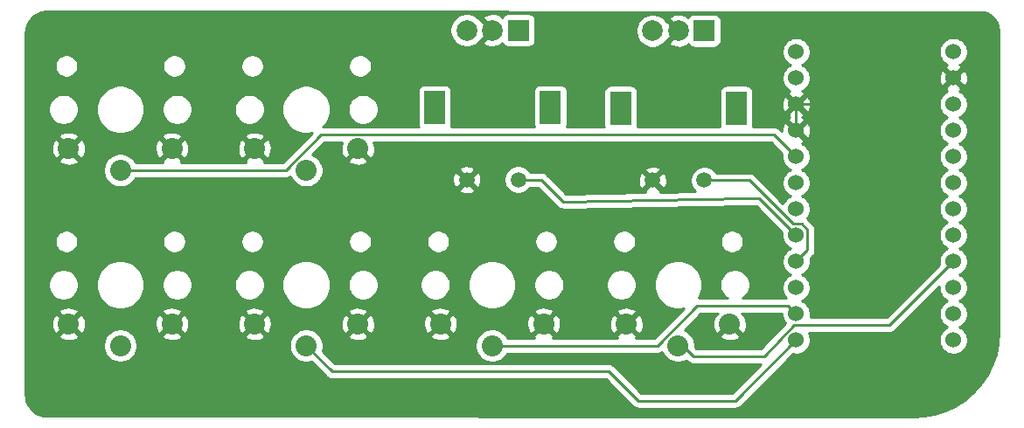
<source format=gtl>
G04 #@! TF.GenerationSoftware,KiCad,Pcbnew,(5.1.10-1-10_14)*
G04 #@! TF.CreationDate,2021-10-28T16:09:57+08:00*
G04 #@! TF.ProjectId,macro3,6d616372-6f33-42e6-9b69-6361645f7063,0.1*
G04 #@! TF.SameCoordinates,Original*
G04 #@! TF.FileFunction,Copper,L1,Top*
G04 #@! TF.FilePolarity,Positive*
%FSLAX46Y46*%
G04 Gerber Fmt 4.6, Leading zero omitted, Abs format (unit mm)*
G04 Created by KiCad (PCBNEW (5.1.10-1-10_14)) date 2021-10-28 16:09:57*
%MOMM*%
%LPD*%
G01*
G04 APERTURE LIST*
G04 #@! TA.AperFunction,ComponentPad*
%ADD10C,1.500000*%
G04 #@! TD*
G04 #@! TA.AperFunction,ComponentPad*
%ADD11R,2.000000X3.200000*%
G04 #@! TD*
G04 #@! TA.AperFunction,ComponentPad*
%ADD12C,2.000000*%
G04 #@! TD*
G04 #@! TA.AperFunction,ComponentPad*
%ADD13R,2.000000X2.000000*%
G04 #@! TD*
G04 #@! TA.AperFunction,ComponentPad*
%ADD14C,2.032000*%
G04 #@! TD*
G04 #@! TA.AperFunction,ComponentPad*
%ADD15C,1.524000*%
G04 #@! TD*
G04 #@! TA.AperFunction,Conductor*
%ADD16C,0.250000*%
G04 #@! TD*
G04 #@! TA.AperFunction,Conductor*
%ADD17C,0.254000*%
G04 #@! TD*
G04 #@! TA.AperFunction,Conductor*
%ADD18C,0.100000*%
G04 #@! TD*
G04 APERTURE END LIST*
D10*
X72000000Y-77300000D03*
X77000000Y-77300000D03*
D11*
X68900000Y-70300000D03*
X80100000Y-70300000D03*
D12*
X72000000Y-62800000D03*
X74500000Y-62800000D03*
D13*
X77000000Y-62800000D03*
D14*
X43460000Y-91280000D03*
X33460000Y-91280000D03*
X38460000Y-93380000D03*
X43460000Y-74280000D03*
X33460000Y-74280000D03*
X38460000Y-76380000D03*
D15*
X119118600Y-64892000D03*
X119118600Y-67432000D03*
X119118600Y-69972000D03*
X119118600Y-72512000D03*
X119118600Y-75052000D03*
X119118600Y-77592000D03*
X119118600Y-80132000D03*
X119118600Y-82672000D03*
X119118600Y-85212000D03*
X119118600Y-87752000D03*
X119118600Y-90292000D03*
X119118600Y-92832000D03*
X103898600Y-92832000D03*
X103898600Y-90292000D03*
X103898600Y-87752000D03*
X103898600Y-85212000D03*
X103898600Y-82672000D03*
X103898600Y-80132000D03*
X103898600Y-77592000D03*
X103898600Y-75052000D03*
X103898600Y-72512000D03*
X103898600Y-69972000D03*
X103898600Y-67432000D03*
X103898600Y-64892000D03*
D13*
X95000000Y-62860000D03*
D12*
X92500000Y-62860000D03*
X90000000Y-62860000D03*
D11*
X98100000Y-70360000D03*
X86900000Y-70360000D03*
D10*
X95000000Y-77360000D03*
X90000000Y-77360000D03*
D14*
X56460000Y-76380000D03*
X51460000Y-74280000D03*
X61460000Y-74280000D03*
X92460000Y-93380000D03*
X87460000Y-91280000D03*
X97460000Y-91280000D03*
X74460000Y-93380000D03*
X69460000Y-91280000D03*
X79460000Y-91280000D03*
X56460000Y-93380000D03*
X51460000Y-91280000D03*
X61460000Y-91280000D03*
D16*
X116578600Y-69972000D02*
X103898600Y-69972000D01*
X119118600Y-67432000D02*
X116578600Y-69972000D01*
X103898600Y-69972000D02*
X103898600Y-72512000D01*
X79460000Y-91040000D02*
X79460000Y-91280000D01*
X79460000Y-91280000D02*
X79580000Y-91280000D01*
X103448009Y-82854999D02*
X104420361Y-82854999D01*
X103564999Y-82854999D02*
X104420361Y-82854999D01*
X100338300Y-79111700D02*
X103898600Y-82672000D01*
X99068300Y-79111700D02*
X100338300Y-79111700D01*
X79200000Y-77300000D02*
X81300000Y-79400000D01*
X77000000Y-77300000D02*
X79200000Y-77300000D01*
X99068300Y-79111700D02*
X81300000Y-79400000D01*
X104985601Y-84124999D02*
X104660599Y-84450001D01*
X104985601Y-82150239D02*
X104985601Y-84124999D01*
X104420361Y-81584999D02*
X104985601Y-82150239D01*
X104660599Y-84450001D02*
X103898600Y-85212000D01*
X103564999Y-81584999D02*
X104420361Y-81584999D01*
X99340000Y-77360000D02*
X103564999Y-81584999D01*
X94920000Y-77360000D02*
X99340000Y-77360000D01*
X90475318Y-93380000D02*
X74460000Y-93380000D01*
X94325317Y-89530001D02*
X90475318Y-93380000D01*
X103136601Y-89530001D02*
X94325317Y-89530001D01*
X103898600Y-90292000D02*
X103136601Y-89530001D01*
X103448009Y-92649001D02*
X104420361Y-92649001D01*
X58960000Y-95880000D02*
X56460000Y-93380000D01*
X85780000Y-95880000D02*
X88600000Y-98700000D01*
X85780000Y-95880000D02*
X58960000Y-95880000D01*
X98030600Y-98700000D02*
X103898600Y-92832000D01*
X88600000Y-98700000D02*
X98030600Y-98700000D01*
X118356601Y-85973999D02*
X119118600Y-85212000D01*
X112951599Y-91379001D02*
X118356601Y-85973999D01*
X103720999Y-91379001D02*
X112951599Y-91379001D01*
X93915999Y-94415999D02*
X100784001Y-94415999D01*
X92900000Y-93400000D02*
X93915999Y-94415999D01*
X100900000Y-94300000D02*
X103720999Y-91379001D01*
X100784001Y-94415999D02*
X100900000Y-94300000D01*
X103136601Y-74290001D02*
X103898600Y-75052000D01*
X57916319Y-72938999D02*
X101785599Y-72938999D01*
X101785599Y-72938999D02*
X103136601Y-74290001D01*
X54475318Y-76380000D02*
X57916319Y-72938999D01*
X38560000Y-76380000D02*
X54475318Y-76380000D01*
D17*
X121600113Y-61029984D02*
X121609671Y-61030867D01*
X122026175Y-61066412D01*
X122360951Y-61162899D01*
X122670605Y-61322571D01*
X122943351Y-61539351D01*
X123168796Y-61804979D01*
X123338355Y-62109337D01*
X123445566Y-62440833D01*
X123490007Y-62817879D01*
X123499992Y-92046567D01*
X123426592Y-93151648D01*
X123212324Y-94214302D01*
X122859399Y-95239268D01*
X122374010Y-96208569D01*
X121764700Y-97105143D01*
X121042154Y-97913266D01*
X120219078Y-98618729D01*
X119309931Y-99209135D01*
X118330684Y-99674116D01*
X117298542Y-100005501D01*
X116227968Y-100198128D01*
X115300439Y-100249985D01*
X31508227Y-100182631D01*
X31059147Y-100171941D01*
X30680717Y-100087604D01*
X30325874Y-99931369D01*
X30008135Y-99709187D01*
X29739600Y-99429518D01*
X29530505Y-99103022D01*
X29388806Y-98742124D01*
X29316266Y-98340429D01*
X29309997Y-98185561D01*
X29308991Y-93217391D01*
X36809000Y-93217391D01*
X36809000Y-93542609D01*
X36872447Y-93861579D01*
X36996903Y-94162042D01*
X37177585Y-94432451D01*
X37407549Y-94662415D01*
X37677958Y-94843097D01*
X37978421Y-94967553D01*
X38297391Y-95031000D01*
X38622609Y-95031000D01*
X38941579Y-94967553D01*
X39242042Y-94843097D01*
X39512451Y-94662415D01*
X39742415Y-94432451D01*
X39923097Y-94162042D01*
X40047553Y-93861579D01*
X40111000Y-93542609D01*
X40111000Y-93217391D01*
X40047553Y-92898421D01*
X39923097Y-92597958D01*
X39808748Y-92426823D01*
X42492782Y-92426823D01*
X42590478Y-92692860D01*
X42882821Y-92835348D01*
X43197344Y-92918064D01*
X43521962Y-92937831D01*
X43844198Y-92893888D01*
X44151670Y-92787924D01*
X44329522Y-92692860D01*
X44427218Y-92426823D01*
X50492782Y-92426823D01*
X50590478Y-92692860D01*
X50882821Y-92835348D01*
X51197344Y-92918064D01*
X51521962Y-92937831D01*
X51844198Y-92893888D01*
X52151670Y-92787924D01*
X52329522Y-92692860D01*
X52427218Y-92426823D01*
X51460000Y-91459605D01*
X50492782Y-92426823D01*
X44427218Y-92426823D01*
X43460000Y-91459605D01*
X42492782Y-92426823D01*
X39808748Y-92426823D01*
X39742415Y-92327549D01*
X39512451Y-92097585D01*
X39242042Y-91916903D01*
X38941579Y-91792447D01*
X38622609Y-91729000D01*
X38297391Y-91729000D01*
X37978421Y-91792447D01*
X37677958Y-91916903D01*
X37407549Y-92097585D01*
X37177585Y-92327549D01*
X36996903Y-92597958D01*
X36872447Y-92898421D01*
X36809000Y-93217391D01*
X29308991Y-93217391D01*
X29308830Y-92426823D01*
X32492782Y-92426823D01*
X32590478Y-92692860D01*
X32882821Y-92835348D01*
X33197344Y-92918064D01*
X33521962Y-92937831D01*
X33844198Y-92893888D01*
X34151670Y-92787924D01*
X34329522Y-92692860D01*
X34427218Y-92426823D01*
X33460000Y-91459605D01*
X32492782Y-92426823D01*
X29308830Y-92426823D01*
X29308610Y-91341962D01*
X31802169Y-91341962D01*
X31846112Y-91664198D01*
X31952076Y-91971670D01*
X32047140Y-92149522D01*
X32313177Y-92247218D01*
X33280395Y-91280000D01*
X33639605Y-91280000D01*
X34606823Y-92247218D01*
X34872860Y-92149522D01*
X35015348Y-91857179D01*
X35098064Y-91542656D01*
X35110284Y-91341962D01*
X41802169Y-91341962D01*
X41846112Y-91664198D01*
X41952076Y-91971670D01*
X42047140Y-92149522D01*
X42313177Y-92247218D01*
X43280395Y-91280000D01*
X43639605Y-91280000D01*
X44606823Y-92247218D01*
X44872860Y-92149522D01*
X45015348Y-91857179D01*
X45098064Y-91542656D01*
X45110284Y-91341962D01*
X49802169Y-91341962D01*
X49846112Y-91664198D01*
X49952076Y-91971670D01*
X50047140Y-92149522D01*
X50313177Y-92247218D01*
X51280395Y-91280000D01*
X51639605Y-91280000D01*
X52606823Y-92247218D01*
X52872860Y-92149522D01*
X53015348Y-91857179D01*
X53098064Y-91542656D01*
X53110284Y-91341962D01*
X59802169Y-91341962D01*
X59846112Y-91664198D01*
X59952076Y-91971670D01*
X60047140Y-92149522D01*
X60313177Y-92247218D01*
X61280395Y-91280000D01*
X61639605Y-91280000D01*
X62606823Y-92247218D01*
X62872860Y-92149522D01*
X63015348Y-91857179D01*
X63098064Y-91542656D01*
X63110284Y-91341962D01*
X67802169Y-91341962D01*
X67846112Y-91664198D01*
X67952076Y-91971670D01*
X68047140Y-92149522D01*
X68313177Y-92247218D01*
X69280395Y-91280000D01*
X69639605Y-91280000D01*
X70606823Y-92247218D01*
X70872860Y-92149522D01*
X71015348Y-91857179D01*
X71098064Y-91542656D01*
X71110284Y-91341962D01*
X77802169Y-91341962D01*
X77846112Y-91664198D01*
X77952076Y-91971670D01*
X78047140Y-92149522D01*
X78313177Y-92247218D01*
X79280395Y-91280000D01*
X79639605Y-91280000D01*
X80606823Y-92247218D01*
X80872860Y-92149522D01*
X81015348Y-91857179D01*
X81098064Y-91542656D01*
X81110284Y-91341962D01*
X85802169Y-91341962D01*
X85846112Y-91664198D01*
X85952076Y-91971670D01*
X86047140Y-92149522D01*
X86313177Y-92247218D01*
X87280395Y-91280000D01*
X87639605Y-91280000D01*
X88606823Y-92247218D01*
X88872860Y-92149522D01*
X89015348Y-91857179D01*
X89098064Y-91542656D01*
X89117831Y-91218038D01*
X89073888Y-90895802D01*
X88967924Y-90588330D01*
X88872860Y-90410478D01*
X88606823Y-90312782D01*
X87639605Y-91280000D01*
X87280395Y-91280000D01*
X86313177Y-90312782D01*
X86047140Y-90410478D01*
X85904652Y-90702821D01*
X85821936Y-91017344D01*
X85802169Y-91341962D01*
X81110284Y-91341962D01*
X81117831Y-91218038D01*
X81073888Y-90895802D01*
X80967924Y-90588330D01*
X80872860Y-90410478D01*
X80606823Y-90312782D01*
X79639605Y-91280000D01*
X79280395Y-91280000D01*
X78313177Y-90312782D01*
X78047140Y-90410478D01*
X77904652Y-90702821D01*
X77821936Y-91017344D01*
X77802169Y-91341962D01*
X71110284Y-91341962D01*
X71117831Y-91218038D01*
X71073888Y-90895802D01*
X70967924Y-90588330D01*
X70872860Y-90410478D01*
X70606823Y-90312782D01*
X69639605Y-91280000D01*
X69280395Y-91280000D01*
X68313177Y-90312782D01*
X68047140Y-90410478D01*
X67904652Y-90702821D01*
X67821936Y-91017344D01*
X67802169Y-91341962D01*
X63110284Y-91341962D01*
X63117831Y-91218038D01*
X63073888Y-90895802D01*
X62967924Y-90588330D01*
X62872860Y-90410478D01*
X62606823Y-90312782D01*
X61639605Y-91280000D01*
X61280395Y-91280000D01*
X60313177Y-90312782D01*
X60047140Y-90410478D01*
X59904652Y-90702821D01*
X59821936Y-91017344D01*
X59802169Y-91341962D01*
X53110284Y-91341962D01*
X53117831Y-91218038D01*
X53073888Y-90895802D01*
X52967924Y-90588330D01*
X52872860Y-90410478D01*
X52606823Y-90312782D01*
X51639605Y-91280000D01*
X51280395Y-91280000D01*
X50313177Y-90312782D01*
X50047140Y-90410478D01*
X49904652Y-90702821D01*
X49821936Y-91017344D01*
X49802169Y-91341962D01*
X45110284Y-91341962D01*
X45117831Y-91218038D01*
X45073888Y-90895802D01*
X44967924Y-90588330D01*
X44872860Y-90410478D01*
X44606823Y-90312782D01*
X43639605Y-91280000D01*
X43280395Y-91280000D01*
X42313177Y-90312782D01*
X42047140Y-90410478D01*
X41904652Y-90702821D01*
X41821936Y-91017344D01*
X41802169Y-91341962D01*
X35110284Y-91341962D01*
X35117831Y-91218038D01*
X35073888Y-90895802D01*
X34967924Y-90588330D01*
X34872860Y-90410478D01*
X34606823Y-90312782D01*
X33639605Y-91280000D01*
X33280395Y-91280000D01*
X32313177Y-90312782D01*
X32047140Y-90410478D01*
X31904652Y-90702821D01*
X31821936Y-91017344D01*
X31802169Y-91341962D01*
X29308610Y-91341962D01*
X29308365Y-90133177D01*
X32492782Y-90133177D01*
X33460000Y-91100395D01*
X34427218Y-90133177D01*
X42492782Y-90133177D01*
X43460000Y-91100395D01*
X44427218Y-90133177D01*
X50492782Y-90133177D01*
X51460000Y-91100395D01*
X52427218Y-90133177D01*
X60492782Y-90133177D01*
X61460000Y-91100395D01*
X62427218Y-90133177D01*
X68492782Y-90133177D01*
X69460000Y-91100395D01*
X70427218Y-90133177D01*
X78492782Y-90133177D01*
X79460000Y-91100395D01*
X80427218Y-90133177D01*
X86492782Y-90133177D01*
X87460000Y-91100395D01*
X88427218Y-90133177D01*
X88329522Y-89867140D01*
X88037179Y-89724652D01*
X87722656Y-89641936D01*
X87398038Y-89622169D01*
X87075802Y-89666112D01*
X86768330Y-89772076D01*
X86590478Y-89867140D01*
X86492782Y-90133177D01*
X80427218Y-90133177D01*
X80329522Y-89867140D01*
X80037179Y-89724652D01*
X79722656Y-89641936D01*
X79398038Y-89622169D01*
X79075802Y-89666112D01*
X78768330Y-89772076D01*
X78590478Y-89867140D01*
X78492782Y-90133177D01*
X70427218Y-90133177D01*
X70329522Y-89867140D01*
X70037179Y-89724652D01*
X69722656Y-89641936D01*
X69398038Y-89622169D01*
X69075802Y-89666112D01*
X68768330Y-89772076D01*
X68590478Y-89867140D01*
X68492782Y-90133177D01*
X62427218Y-90133177D01*
X62329522Y-89867140D01*
X62037179Y-89724652D01*
X61722656Y-89641936D01*
X61398038Y-89622169D01*
X61075802Y-89666112D01*
X60768330Y-89772076D01*
X60590478Y-89867140D01*
X60492782Y-90133177D01*
X52427218Y-90133177D01*
X52329522Y-89867140D01*
X52037179Y-89724652D01*
X51722656Y-89641936D01*
X51398038Y-89622169D01*
X51075802Y-89666112D01*
X50768330Y-89772076D01*
X50590478Y-89867140D01*
X50492782Y-90133177D01*
X44427218Y-90133177D01*
X44329522Y-89867140D01*
X44037179Y-89724652D01*
X43722656Y-89641936D01*
X43398038Y-89622169D01*
X43075802Y-89666112D01*
X42768330Y-89772076D01*
X42590478Y-89867140D01*
X42492782Y-90133177D01*
X34427218Y-90133177D01*
X34329522Y-89867140D01*
X34037179Y-89724652D01*
X33722656Y-89641936D01*
X33398038Y-89622169D01*
X33075802Y-89666112D01*
X32768330Y-89772076D01*
X32590478Y-89867140D01*
X32492782Y-90133177D01*
X29308365Y-90133177D01*
X29307797Y-87333652D01*
X31474100Y-87333652D01*
X31474100Y-87626348D01*
X31531202Y-87913421D01*
X31643212Y-88183838D01*
X31805826Y-88427206D01*
X32012794Y-88634174D01*
X32256162Y-88796788D01*
X32526579Y-88908798D01*
X32813652Y-88965900D01*
X33106348Y-88965900D01*
X33393421Y-88908798D01*
X33663838Y-88796788D01*
X33907206Y-88634174D01*
X34114174Y-88427206D01*
X34276788Y-88183838D01*
X34388798Y-87913421D01*
X34445900Y-87626348D01*
X34445900Y-87333652D01*
X34428982Y-87248594D01*
X36110500Y-87248594D01*
X36110500Y-87711406D01*
X36200790Y-88165324D01*
X36377900Y-88592905D01*
X36635024Y-88977719D01*
X36962281Y-89304976D01*
X37347095Y-89562100D01*
X37774676Y-89739210D01*
X38228594Y-89829500D01*
X38691406Y-89829500D01*
X39145324Y-89739210D01*
X39572905Y-89562100D01*
X39957719Y-89304976D01*
X40284976Y-88977719D01*
X40542100Y-88592905D01*
X40719210Y-88165324D01*
X40809500Y-87711406D01*
X40809500Y-87333652D01*
X42474100Y-87333652D01*
X42474100Y-87626348D01*
X42531202Y-87913421D01*
X42643212Y-88183838D01*
X42805826Y-88427206D01*
X43012794Y-88634174D01*
X43256162Y-88796788D01*
X43526579Y-88908798D01*
X43813652Y-88965900D01*
X44106348Y-88965900D01*
X44393421Y-88908798D01*
X44663838Y-88796788D01*
X44907206Y-88634174D01*
X45114174Y-88427206D01*
X45276788Y-88183838D01*
X45388798Y-87913421D01*
X45445900Y-87626348D01*
X45445900Y-87333652D01*
X49474100Y-87333652D01*
X49474100Y-87626348D01*
X49531202Y-87913421D01*
X49643212Y-88183838D01*
X49805826Y-88427206D01*
X50012794Y-88634174D01*
X50256162Y-88796788D01*
X50526579Y-88908798D01*
X50813652Y-88965900D01*
X51106348Y-88965900D01*
X51393421Y-88908798D01*
X51663838Y-88796788D01*
X51907206Y-88634174D01*
X52114174Y-88427206D01*
X52276788Y-88183838D01*
X52388798Y-87913421D01*
X52445900Y-87626348D01*
X52445900Y-87333652D01*
X52428982Y-87248594D01*
X54110500Y-87248594D01*
X54110500Y-87711406D01*
X54200790Y-88165324D01*
X54377900Y-88592905D01*
X54635024Y-88977719D01*
X54962281Y-89304976D01*
X55347095Y-89562100D01*
X55774676Y-89739210D01*
X56228594Y-89829500D01*
X56691406Y-89829500D01*
X57145324Y-89739210D01*
X57572905Y-89562100D01*
X57957719Y-89304976D01*
X58284976Y-88977719D01*
X58542100Y-88592905D01*
X58719210Y-88165324D01*
X58809500Y-87711406D01*
X58809500Y-87333652D01*
X60474100Y-87333652D01*
X60474100Y-87626348D01*
X60531202Y-87913421D01*
X60643212Y-88183838D01*
X60805826Y-88427206D01*
X61012794Y-88634174D01*
X61256162Y-88796788D01*
X61526579Y-88908798D01*
X61813652Y-88965900D01*
X62106348Y-88965900D01*
X62393421Y-88908798D01*
X62663838Y-88796788D01*
X62907206Y-88634174D01*
X63114174Y-88427206D01*
X63276788Y-88183838D01*
X63388798Y-87913421D01*
X63445900Y-87626348D01*
X63445900Y-87333652D01*
X67474100Y-87333652D01*
X67474100Y-87626348D01*
X67531202Y-87913421D01*
X67643212Y-88183838D01*
X67805826Y-88427206D01*
X68012794Y-88634174D01*
X68256162Y-88796788D01*
X68526579Y-88908798D01*
X68813652Y-88965900D01*
X69106348Y-88965900D01*
X69393421Y-88908798D01*
X69663838Y-88796788D01*
X69907206Y-88634174D01*
X70114174Y-88427206D01*
X70276788Y-88183838D01*
X70388798Y-87913421D01*
X70445900Y-87626348D01*
X70445900Y-87333652D01*
X70428982Y-87248594D01*
X72110500Y-87248594D01*
X72110500Y-87711406D01*
X72200790Y-88165324D01*
X72377900Y-88592905D01*
X72635024Y-88977719D01*
X72962281Y-89304976D01*
X73347095Y-89562100D01*
X73774676Y-89739210D01*
X74228594Y-89829500D01*
X74691406Y-89829500D01*
X75145324Y-89739210D01*
X75572905Y-89562100D01*
X75957719Y-89304976D01*
X76284976Y-88977719D01*
X76542100Y-88592905D01*
X76719210Y-88165324D01*
X76809500Y-87711406D01*
X76809500Y-87333652D01*
X78474100Y-87333652D01*
X78474100Y-87626348D01*
X78531202Y-87913421D01*
X78643212Y-88183838D01*
X78805826Y-88427206D01*
X79012794Y-88634174D01*
X79256162Y-88796788D01*
X79526579Y-88908798D01*
X79813652Y-88965900D01*
X80106348Y-88965900D01*
X80393421Y-88908798D01*
X80663838Y-88796788D01*
X80907206Y-88634174D01*
X81114174Y-88427206D01*
X81276788Y-88183838D01*
X81388798Y-87913421D01*
X81445900Y-87626348D01*
X81445900Y-87333652D01*
X85474100Y-87333652D01*
X85474100Y-87626348D01*
X85531202Y-87913421D01*
X85643212Y-88183838D01*
X85805826Y-88427206D01*
X86012794Y-88634174D01*
X86256162Y-88796788D01*
X86526579Y-88908798D01*
X86813652Y-88965900D01*
X87106348Y-88965900D01*
X87393421Y-88908798D01*
X87663838Y-88796788D01*
X87907206Y-88634174D01*
X88114174Y-88427206D01*
X88276788Y-88183838D01*
X88388798Y-87913421D01*
X88445900Y-87626348D01*
X88445900Y-87333652D01*
X88388798Y-87046579D01*
X88276788Y-86776162D01*
X88114174Y-86532794D01*
X87907206Y-86325826D01*
X87663838Y-86163212D01*
X87393421Y-86051202D01*
X87106348Y-85994100D01*
X86813652Y-85994100D01*
X86526579Y-86051202D01*
X86256162Y-86163212D01*
X86012794Y-86325826D01*
X85805826Y-86532794D01*
X85643212Y-86776162D01*
X85531202Y-87046579D01*
X85474100Y-87333652D01*
X81445900Y-87333652D01*
X81388798Y-87046579D01*
X81276788Y-86776162D01*
X81114174Y-86532794D01*
X80907206Y-86325826D01*
X80663838Y-86163212D01*
X80393421Y-86051202D01*
X80106348Y-85994100D01*
X79813652Y-85994100D01*
X79526579Y-86051202D01*
X79256162Y-86163212D01*
X79012794Y-86325826D01*
X78805826Y-86532794D01*
X78643212Y-86776162D01*
X78531202Y-87046579D01*
X78474100Y-87333652D01*
X76809500Y-87333652D01*
X76809500Y-87248594D01*
X76719210Y-86794676D01*
X76542100Y-86367095D01*
X76284976Y-85982281D01*
X75957719Y-85655024D01*
X75572905Y-85397900D01*
X75145324Y-85220790D01*
X74691406Y-85130500D01*
X74228594Y-85130500D01*
X73774676Y-85220790D01*
X73347095Y-85397900D01*
X72962281Y-85655024D01*
X72635024Y-85982281D01*
X72377900Y-86367095D01*
X72200790Y-86794676D01*
X72110500Y-87248594D01*
X70428982Y-87248594D01*
X70388798Y-87046579D01*
X70276788Y-86776162D01*
X70114174Y-86532794D01*
X69907206Y-86325826D01*
X69663838Y-86163212D01*
X69393421Y-86051202D01*
X69106348Y-85994100D01*
X68813652Y-85994100D01*
X68526579Y-86051202D01*
X68256162Y-86163212D01*
X68012794Y-86325826D01*
X67805826Y-86532794D01*
X67643212Y-86776162D01*
X67531202Y-87046579D01*
X67474100Y-87333652D01*
X63445900Y-87333652D01*
X63388798Y-87046579D01*
X63276788Y-86776162D01*
X63114174Y-86532794D01*
X62907206Y-86325826D01*
X62663838Y-86163212D01*
X62393421Y-86051202D01*
X62106348Y-85994100D01*
X61813652Y-85994100D01*
X61526579Y-86051202D01*
X61256162Y-86163212D01*
X61012794Y-86325826D01*
X60805826Y-86532794D01*
X60643212Y-86776162D01*
X60531202Y-87046579D01*
X60474100Y-87333652D01*
X58809500Y-87333652D01*
X58809500Y-87248594D01*
X58719210Y-86794676D01*
X58542100Y-86367095D01*
X58284976Y-85982281D01*
X57957719Y-85655024D01*
X57572905Y-85397900D01*
X57145324Y-85220790D01*
X56691406Y-85130500D01*
X56228594Y-85130500D01*
X55774676Y-85220790D01*
X55347095Y-85397900D01*
X54962281Y-85655024D01*
X54635024Y-85982281D01*
X54377900Y-86367095D01*
X54200790Y-86794676D01*
X54110500Y-87248594D01*
X52428982Y-87248594D01*
X52388798Y-87046579D01*
X52276788Y-86776162D01*
X52114174Y-86532794D01*
X51907206Y-86325826D01*
X51663838Y-86163212D01*
X51393421Y-86051202D01*
X51106348Y-85994100D01*
X50813652Y-85994100D01*
X50526579Y-86051202D01*
X50256162Y-86163212D01*
X50012794Y-86325826D01*
X49805826Y-86532794D01*
X49643212Y-86776162D01*
X49531202Y-87046579D01*
X49474100Y-87333652D01*
X45445900Y-87333652D01*
X45388798Y-87046579D01*
X45276788Y-86776162D01*
X45114174Y-86532794D01*
X44907206Y-86325826D01*
X44663838Y-86163212D01*
X44393421Y-86051202D01*
X44106348Y-85994100D01*
X43813652Y-85994100D01*
X43526579Y-86051202D01*
X43256162Y-86163212D01*
X43012794Y-86325826D01*
X42805826Y-86532794D01*
X42643212Y-86776162D01*
X42531202Y-87046579D01*
X42474100Y-87333652D01*
X40809500Y-87333652D01*
X40809500Y-87248594D01*
X40719210Y-86794676D01*
X40542100Y-86367095D01*
X40284976Y-85982281D01*
X39957719Y-85655024D01*
X39572905Y-85397900D01*
X39145324Y-85220790D01*
X38691406Y-85130500D01*
X38228594Y-85130500D01*
X37774676Y-85220790D01*
X37347095Y-85397900D01*
X36962281Y-85655024D01*
X36635024Y-85982281D01*
X36377900Y-86367095D01*
X36200790Y-86794676D01*
X36110500Y-87248594D01*
X34428982Y-87248594D01*
X34388798Y-87046579D01*
X34276788Y-86776162D01*
X34114174Y-86532794D01*
X33907206Y-86325826D01*
X33663838Y-86163212D01*
X33393421Y-86051202D01*
X33106348Y-85994100D01*
X32813652Y-85994100D01*
X32526579Y-86051202D01*
X32256162Y-86163212D01*
X32012794Y-86325826D01*
X31805826Y-86532794D01*
X31643212Y-86776162D01*
X31531202Y-87046579D01*
X31474100Y-87333652D01*
X29307797Y-87333652D01*
X29306953Y-83168675D01*
X32109700Y-83168675D01*
X32109700Y-83391325D01*
X32153137Y-83609696D01*
X32238341Y-83815398D01*
X32362039Y-84000524D01*
X32519476Y-84157961D01*
X32704602Y-84281659D01*
X32910304Y-84366863D01*
X33128675Y-84410300D01*
X33351325Y-84410300D01*
X33569696Y-84366863D01*
X33775398Y-84281659D01*
X33960524Y-84157961D01*
X34117961Y-84000524D01*
X34241659Y-83815398D01*
X34326863Y-83609696D01*
X34370300Y-83391325D01*
X34370300Y-83168675D01*
X42549700Y-83168675D01*
X42549700Y-83391325D01*
X42593137Y-83609696D01*
X42678341Y-83815398D01*
X42802039Y-84000524D01*
X42959476Y-84157961D01*
X43144602Y-84281659D01*
X43350304Y-84366863D01*
X43568675Y-84410300D01*
X43791325Y-84410300D01*
X44009696Y-84366863D01*
X44215398Y-84281659D01*
X44400524Y-84157961D01*
X44557961Y-84000524D01*
X44681659Y-83815398D01*
X44766863Y-83609696D01*
X44810300Y-83391325D01*
X44810300Y-83168675D01*
X50109700Y-83168675D01*
X50109700Y-83391325D01*
X50153137Y-83609696D01*
X50238341Y-83815398D01*
X50362039Y-84000524D01*
X50519476Y-84157961D01*
X50704602Y-84281659D01*
X50910304Y-84366863D01*
X51128675Y-84410300D01*
X51351325Y-84410300D01*
X51569696Y-84366863D01*
X51775398Y-84281659D01*
X51960524Y-84157961D01*
X52117961Y-84000524D01*
X52241659Y-83815398D01*
X52326863Y-83609696D01*
X52370300Y-83391325D01*
X52370300Y-83168675D01*
X60549700Y-83168675D01*
X60549700Y-83391325D01*
X60593137Y-83609696D01*
X60678341Y-83815398D01*
X60802039Y-84000524D01*
X60959476Y-84157961D01*
X61144602Y-84281659D01*
X61350304Y-84366863D01*
X61568675Y-84410300D01*
X61791325Y-84410300D01*
X62009696Y-84366863D01*
X62215398Y-84281659D01*
X62400524Y-84157961D01*
X62557961Y-84000524D01*
X62681659Y-83815398D01*
X62766863Y-83609696D01*
X62810300Y-83391325D01*
X62810300Y-83168675D01*
X68109700Y-83168675D01*
X68109700Y-83391325D01*
X68153137Y-83609696D01*
X68238341Y-83815398D01*
X68362039Y-84000524D01*
X68519476Y-84157961D01*
X68704602Y-84281659D01*
X68910304Y-84366863D01*
X69128675Y-84410300D01*
X69351325Y-84410300D01*
X69569696Y-84366863D01*
X69775398Y-84281659D01*
X69960524Y-84157961D01*
X70117961Y-84000524D01*
X70241659Y-83815398D01*
X70326863Y-83609696D01*
X70370300Y-83391325D01*
X70370300Y-83168675D01*
X78549700Y-83168675D01*
X78549700Y-83391325D01*
X78593137Y-83609696D01*
X78678341Y-83815398D01*
X78802039Y-84000524D01*
X78959476Y-84157961D01*
X79144602Y-84281659D01*
X79350304Y-84366863D01*
X79568675Y-84410300D01*
X79791325Y-84410300D01*
X80009696Y-84366863D01*
X80215398Y-84281659D01*
X80400524Y-84157961D01*
X80557961Y-84000524D01*
X80681659Y-83815398D01*
X80766863Y-83609696D01*
X80810300Y-83391325D01*
X80810300Y-83168675D01*
X86109700Y-83168675D01*
X86109700Y-83391325D01*
X86153137Y-83609696D01*
X86238341Y-83815398D01*
X86362039Y-84000524D01*
X86519476Y-84157961D01*
X86704602Y-84281659D01*
X86910304Y-84366863D01*
X87128675Y-84410300D01*
X87351325Y-84410300D01*
X87569696Y-84366863D01*
X87775398Y-84281659D01*
X87960524Y-84157961D01*
X88117961Y-84000524D01*
X88241659Y-83815398D01*
X88326863Y-83609696D01*
X88370300Y-83391325D01*
X88370300Y-83168675D01*
X96549700Y-83168675D01*
X96549700Y-83391325D01*
X96593137Y-83609696D01*
X96678341Y-83815398D01*
X96802039Y-84000524D01*
X96959476Y-84157961D01*
X97144602Y-84281659D01*
X97350304Y-84366863D01*
X97568675Y-84410300D01*
X97791325Y-84410300D01*
X98009696Y-84366863D01*
X98215398Y-84281659D01*
X98400524Y-84157961D01*
X98557961Y-84000524D01*
X98681659Y-83815398D01*
X98766863Y-83609696D01*
X98810300Y-83391325D01*
X98810300Y-83168675D01*
X98766863Y-82950304D01*
X98681659Y-82744602D01*
X98557961Y-82559476D01*
X98400524Y-82402039D01*
X98215398Y-82278341D01*
X98009696Y-82193137D01*
X97791325Y-82149700D01*
X97568675Y-82149700D01*
X97350304Y-82193137D01*
X97144602Y-82278341D01*
X96959476Y-82402039D01*
X96802039Y-82559476D01*
X96678341Y-82744602D01*
X96593137Y-82950304D01*
X96549700Y-83168675D01*
X88370300Y-83168675D01*
X88326863Y-82950304D01*
X88241659Y-82744602D01*
X88117961Y-82559476D01*
X87960524Y-82402039D01*
X87775398Y-82278341D01*
X87569696Y-82193137D01*
X87351325Y-82149700D01*
X87128675Y-82149700D01*
X86910304Y-82193137D01*
X86704602Y-82278341D01*
X86519476Y-82402039D01*
X86362039Y-82559476D01*
X86238341Y-82744602D01*
X86153137Y-82950304D01*
X86109700Y-83168675D01*
X80810300Y-83168675D01*
X80766863Y-82950304D01*
X80681659Y-82744602D01*
X80557961Y-82559476D01*
X80400524Y-82402039D01*
X80215398Y-82278341D01*
X80009696Y-82193137D01*
X79791325Y-82149700D01*
X79568675Y-82149700D01*
X79350304Y-82193137D01*
X79144602Y-82278341D01*
X78959476Y-82402039D01*
X78802039Y-82559476D01*
X78678341Y-82744602D01*
X78593137Y-82950304D01*
X78549700Y-83168675D01*
X70370300Y-83168675D01*
X70326863Y-82950304D01*
X70241659Y-82744602D01*
X70117961Y-82559476D01*
X69960524Y-82402039D01*
X69775398Y-82278341D01*
X69569696Y-82193137D01*
X69351325Y-82149700D01*
X69128675Y-82149700D01*
X68910304Y-82193137D01*
X68704602Y-82278341D01*
X68519476Y-82402039D01*
X68362039Y-82559476D01*
X68238341Y-82744602D01*
X68153137Y-82950304D01*
X68109700Y-83168675D01*
X62810300Y-83168675D01*
X62766863Y-82950304D01*
X62681659Y-82744602D01*
X62557961Y-82559476D01*
X62400524Y-82402039D01*
X62215398Y-82278341D01*
X62009696Y-82193137D01*
X61791325Y-82149700D01*
X61568675Y-82149700D01*
X61350304Y-82193137D01*
X61144602Y-82278341D01*
X60959476Y-82402039D01*
X60802039Y-82559476D01*
X60678341Y-82744602D01*
X60593137Y-82950304D01*
X60549700Y-83168675D01*
X52370300Y-83168675D01*
X52326863Y-82950304D01*
X52241659Y-82744602D01*
X52117961Y-82559476D01*
X51960524Y-82402039D01*
X51775398Y-82278341D01*
X51569696Y-82193137D01*
X51351325Y-82149700D01*
X51128675Y-82149700D01*
X50910304Y-82193137D01*
X50704602Y-82278341D01*
X50519476Y-82402039D01*
X50362039Y-82559476D01*
X50238341Y-82744602D01*
X50153137Y-82950304D01*
X50109700Y-83168675D01*
X44810300Y-83168675D01*
X44766863Y-82950304D01*
X44681659Y-82744602D01*
X44557961Y-82559476D01*
X44400524Y-82402039D01*
X44215398Y-82278341D01*
X44009696Y-82193137D01*
X43791325Y-82149700D01*
X43568675Y-82149700D01*
X43350304Y-82193137D01*
X43144602Y-82278341D01*
X42959476Y-82402039D01*
X42802039Y-82559476D01*
X42678341Y-82744602D01*
X42593137Y-82950304D01*
X42549700Y-83168675D01*
X34370300Y-83168675D01*
X34326863Y-82950304D01*
X34241659Y-82744602D01*
X34117961Y-82559476D01*
X33960524Y-82402039D01*
X33775398Y-82278341D01*
X33569696Y-82193137D01*
X33351325Y-82149700D01*
X33128675Y-82149700D01*
X32910304Y-82193137D01*
X32704602Y-82278341D01*
X32519476Y-82402039D01*
X32362039Y-82559476D01*
X32238341Y-82744602D01*
X32153137Y-82950304D01*
X32109700Y-83168675D01*
X29306953Y-83168675D01*
X29305959Y-78256993D01*
X71222612Y-78256993D01*
X71288137Y-78495860D01*
X71535116Y-78611760D01*
X71799960Y-78677250D01*
X72072492Y-78689812D01*
X72342238Y-78648965D01*
X72598832Y-78556277D01*
X72711863Y-78495860D01*
X72777388Y-78256993D01*
X72000000Y-77479605D01*
X71222612Y-78256993D01*
X29305959Y-78256993D01*
X29305545Y-76217391D01*
X36809000Y-76217391D01*
X36809000Y-76542609D01*
X36872447Y-76861579D01*
X36996903Y-77162042D01*
X37177585Y-77432451D01*
X37407549Y-77662415D01*
X37677958Y-77843097D01*
X37978421Y-77967553D01*
X38297391Y-78031000D01*
X38622609Y-78031000D01*
X38941579Y-77967553D01*
X39242042Y-77843097D01*
X39512451Y-77662415D01*
X39742415Y-77432451D01*
X39923097Y-77162042D01*
X39932227Y-77140000D01*
X54437996Y-77140000D01*
X54475318Y-77143676D01*
X54512640Y-77140000D01*
X54512651Y-77140000D01*
X54624304Y-77129003D01*
X54767565Y-77085546D01*
X54899594Y-77014974D01*
X54926753Y-76992685D01*
X54996903Y-77162042D01*
X55177585Y-77432451D01*
X55407549Y-77662415D01*
X55677958Y-77843097D01*
X55978421Y-77967553D01*
X56297391Y-78031000D01*
X56622609Y-78031000D01*
X56941579Y-77967553D01*
X57242042Y-77843097D01*
X57512451Y-77662415D01*
X57742415Y-77432451D01*
X57782478Y-77372492D01*
X70610188Y-77372492D01*
X70651035Y-77642238D01*
X70743723Y-77898832D01*
X70804140Y-78011863D01*
X71043007Y-78077388D01*
X71820395Y-77300000D01*
X72179605Y-77300000D01*
X72956993Y-78077388D01*
X73195860Y-78011863D01*
X73311760Y-77764884D01*
X73377250Y-77500040D01*
X73389812Y-77227508D01*
X73348965Y-76957762D01*
X73256277Y-76701168D01*
X73195860Y-76588137D01*
X72956993Y-76522612D01*
X72179605Y-77300000D01*
X71820395Y-77300000D01*
X71043007Y-76522612D01*
X70804140Y-76588137D01*
X70688240Y-76835116D01*
X70622750Y-77099960D01*
X70610188Y-77372492D01*
X57782478Y-77372492D01*
X57923097Y-77162042D01*
X58047553Y-76861579D01*
X58111000Y-76542609D01*
X58111000Y-76343007D01*
X71222612Y-76343007D01*
X72000000Y-77120395D01*
X72777388Y-76343007D01*
X72711863Y-76104140D01*
X72464884Y-75988240D01*
X72200040Y-75922750D01*
X71927508Y-75910188D01*
X71657762Y-75951035D01*
X71401168Y-76043723D01*
X71288137Y-76104140D01*
X71222612Y-76343007D01*
X58111000Y-76343007D01*
X58111000Y-76217391D01*
X58047553Y-75898421D01*
X57923097Y-75597958D01*
X57808748Y-75426823D01*
X60492782Y-75426823D01*
X60590478Y-75692860D01*
X60882821Y-75835348D01*
X61197344Y-75918064D01*
X61521962Y-75937831D01*
X61844198Y-75893888D01*
X62151670Y-75787924D01*
X62329522Y-75692860D01*
X62427218Y-75426823D01*
X61460000Y-74459605D01*
X60492782Y-75426823D01*
X57808748Y-75426823D01*
X57742415Y-75327549D01*
X57512451Y-75097585D01*
X57242042Y-74916903D01*
X57080238Y-74849882D01*
X58231121Y-73698999D01*
X59906515Y-73698999D01*
X59904652Y-73702821D01*
X59821936Y-74017344D01*
X59802169Y-74341962D01*
X59846112Y-74664198D01*
X59952076Y-74971670D01*
X60047140Y-75149522D01*
X60313177Y-75247218D01*
X61280395Y-74280000D01*
X61266253Y-74265858D01*
X61445858Y-74086253D01*
X61460000Y-74100395D01*
X61474143Y-74086253D01*
X61653748Y-74265858D01*
X61639605Y-74280000D01*
X62606823Y-75247218D01*
X62872860Y-75149522D01*
X63015348Y-74857179D01*
X63098064Y-74542656D01*
X63117831Y-74218038D01*
X63073888Y-73895802D01*
X63006064Y-73698999D01*
X101470798Y-73698999D01*
X102532228Y-74760430D01*
X102501600Y-74914408D01*
X102501600Y-75189592D01*
X102555286Y-75459490D01*
X102660595Y-75713727D01*
X102813480Y-75942535D01*
X103008065Y-76137120D01*
X103236873Y-76290005D01*
X103314115Y-76322000D01*
X103236873Y-76353995D01*
X103008065Y-76506880D01*
X102813480Y-76701465D01*
X102660595Y-76930273D01*
X102555286Y-77184510D01*
X102501600Y-77454408D01*
X102501600Y-77729592D01*
X102555286Y-77999490D01*
X102660595Y-78253727D01*
X102813480Y-78482535D01*
X103008065Y-78677120D01*
X103236873Y-78830005D01*
X103314115Y-78862000D01*
X103236873Y-78893995D01*
X103008065Y-79046880D01*
X102813480Y-79241465D01*
X102660595Y-79470273D01*
X102620902Y-79566100D01*
X99903804Y-76849003D01*
X99880001Y-76819999D01*
X99764276Y-76725026D01*
X99632247Y-76654454D01*
X99488986Y-76610997D01*
X99377333Y-76600000D01*
X99377322Y-76600000D01*
X99340000Y-76596324D01*
X99302678Y-76600000D01*
X96157909Y-76600000D01*
X96075799Y-76477114D01*
X95882886Y-76284201D01*
X95656043Y-76132629D01*
X95403989Y-76028225D01*
X95136411Y-75975000D01*
X94863589Y-75975000D01*
X94596011Y-76028225D01*
X94343957Y-76132629D01*
X94117114Y-76284201D01*
X93924201Y-76477114D01*
X93772629Y-76703957D01*
X93668225Y-76956011D01*
X93615000Y-77223589D01*
X93615000Y-77496411D01*
X93668225Y-77763989D01*
X93772629Y-78016043D01*
X93924201Y-78242886D01*
X94113313Y-78431998D01*
X90730785Y-78486881D01*
X90777388Y-78316993D01*
X90000000Y-77539605D01*
X89222612Y-78316993D01*
X89275691Y-78510491D01*
X81609678Y-78634876D01*
X80407294Y-77432492D01*
X88610188Y-77432492D01*
X88651035Y-77702238D01*
X88743723Y-77958832D01*
X88804140Y-78071863D01*
X89043007Y-78137388D01*
X89820395Y-77360000D01*
X90179605Y-77360000D01*
X90956993Y-78137388D01*
X91195860Y-78071863D01*
X91311760Y-77824884D01*
X91377250Y-77560040D01*
X91389812Y-77287508D01*
X91348965Y-77017762D01*
X91256277Y-76761168D01*
X91195860Y-76648137D01*
X90956993Y-76582612D01*
X90179605Y-77360000D01*
X89820395Y-77360000D01*
X89043007Y-76582612D01*
X88804140Y-76648137D01*
X88688240Y-76895116D01*
X88622750Y-77159960D01*
X88610188Y-77432492D01*
X80407294Y-77432492D01*
X79763804Y-76789002D01*
X79740001Y-76759999D01*
X79624276Y-76665026D01*
X79492247Y-76594454D01*
X79348986Y-76550997D01*
X79237333Y-76540000D01*
X79237322Y-76540000D01*
X79200000Y-76536324D01*
X79162678Y-76540000D01*
X78157909Y-76540000D01*
X78075799Y-76417114D01*
X78061692Y-76403007D01*
X89222612Y-76403007D01*
X90000000Y-77180395D01*
X90777388Y-76403007D01*
X90711863Y-76164140D01*
X90464884Y-76048240D01*
X90200040Y-75982750D01*
X89927508Y-75970188D01*
X89657762Y-76011035D01*
X89401168Y-76103723D01*
X89288137Y-76164140D01*
X89222612Y-76403007D01*
X78061692Y-76403007D01*
X77882886Y-76224201D01*
X77656043Y-76072629D01*
X77403989Y-75968225D01*
X77136411Y-75915000D01*
X76863589Y-75915000D01*
X76596011Y-75968225D01*
X76343957Y-76072629D01*
X76117114Y-76224201D01*
X75924201Y-76417114D01*
X75772629Y-76643957D01*
X75668225Y-76896011D01*
X75615000Y-77163589D01*
X75615000Y-77436411D01*
X75668225Y-77703989D01*
X75772629Y-77956043D01*
X75924201Y-78182886D01*
X76117114Y-78375799D01*
X76343957Y-78527371D01*
X76596011Y-78631775D01*
X76863589Y-78685000D01*
X77136411Y-78685000D01*
X77403989Y-78631775D01*
X77656043Y-78527371D01*
X77882886Y-78375799D01*
X78075799Y-78182886D01*
X78157909Y-78060000D01*
X78885199Y-78060000D01*
X80740580Y-79915383D01*
X80768831Y-79948690D01*
X80822575Y-79991356D01*
X80875723Y-80034973D01*
X80881213Y-80037907D01*
X80886082Y-80041773D01*
X80947171Y-80073163D01*
X81007753Y-80105545D01*
X81013703Y-80107350D01*
X81019238Y-80110194D01*
X81085308Y-80129071D01*
X81151013Y-80149002D01*
X81157202Y-80149612D01*
X81163185Y-80151321D01*
X81231661Y-80156945D01*
X81299999Y-80163676D01*
X81343474Y-80159394D01*
X99074446Y-79871700D01*
X100023499Y-79871700D01*
X102532228Y-82380430D01*
X102501600Y-82534408D01*
X102501600Y-82809592D01*
X102555286Y-83079490D01*
X102660595Y-83333727D01*
X102813480Y-83562535D01*
X103008065Y-83757120D01*
X103236873Y-83910005D01*
X103314115Y-83942000D01*
X103236873Y-83973995D01*
X103008065Y-84126880D01*
X102813480Y-84321465D01*
X102660595Y-84550273D01*
X102555286Y-84804510D01*
X102501600Y-85074408D01*
X102501600Y-85349592D01*
X102555286Y-85619490D01*
X102660595Y-85873727D01*
X102813480Y-86102535D01*
X103008065Y-86297120D01*
X103236873Y-86450005D01*
X103314115Y-86482000D01*
X103236873Y-86513995D01*
X103008065Y-86666880D01*
X102813480Y-86861465D01*
X102660595Y-87090273D01*
X102555286Y-87344510D01*
X102501600Y-87614408D01*
X102501600Y-87889592D01*
X102555286Y-88159490D01*
X102660595Y-88413727D01*
X102813480Y-88642535D01*
X102940946Y-88770001D01*
X98703927Y-88770001D01*
X98907206Y-88634174D01*
X99114174Y-88427206D01*
X99276788Y-88183838D01*
X99388798Y-87913421D01*
X99445900Y-87626348D01*
X99445900Y-87333652D01*
X99388798Y-87046579D01*
X99276788Y-86776162D01*
X99114174Y-86532794D01*
X98907206Y-86325826D01*
X98663838Y-86163212D01*
X98393421Y-86051202D01*
X98106348Y-85994100D01*
X97813652Y-85994100D01*
X97526579Y-86051202D01*
X97256162Y-86163212D01*
X97012794Y-86325826D01*
X96805826Y-86532794D01*
X96643212Y-86776162D01*
X96531202Y-87046579D01*
X96474100Y-87333652D01*
X96474100Y-87626348D01*
X96531202Y-87913421D01*
X96643212Y-88183838D01*
X96805826Y-88427206D01*
X97012794Y-88634174D01*
X97216073Y-88770001D01*
X94423768Y-88770001D01*
X94542100Y-88592905D01*
X94719210Y-88165324D01*
X94809500Y-87711406D01*
X94809500Y-87248594D01*
X94719210Y-86794676D01*
X94542100Y-86367095D01*
X94284976Y-85982281D01*
X93957719Y-85655024D01*
X93572905Y-85397900D01*
X93145324Y-85220790D01*
X92691406Y-85130500D01*
X92228594Y-85130500D01*
X91774676Y-85220790D01*
X91347095Y-85397900D01*
X90962281Y-85655024D01*
X90635024Y-85982281D01*
X90377900Y-86367095D01*
X90200790Y-86794676D01*
X90110500Y-87248594D01*
X90110500Y-87711406D01*
X90200790Y-88165324D01*
X90377900Y-88592905D01*
X90635024Y-88977719D01*
X90962281Y-89304976D01*
X91347095Y-89562100D01*
X91774676Y-89739210D01*
X92228594Y-89829500D01*
X92691406Y-89829500D01*
X93015478Y-89765038D01*
X90160517Y-92620000D01*
X88356278Y-92620000D01*
X88427218Y-92426823D01*
X87460000Y-91459605D01*
X86492782Y-92426823D01*
X86563722Y-92620000D01*
X80356278Y-92620000D01*
X80427218Y-92426823D01*
X79460000Y-91459605D01*
X78492782Y-92426823D01*
X78563722Y-92620000D01*
X75932227Y-92620000D01*
X75923097Y-92597958D01*
X75742415Y-92327549D01*
X75512451Y-92097585D01*
X75242042Y-91916903D01*
X74941579Y-91792447D01*
X74622609Y-91729000D01*
X74297391Y-91729000D01*
X73978421Y-91792447D01*
X73677958Y-91916903D01*
X73407549Y-92097585D01*
X73177585Y-92327549D01*
X72996903Y-92597958D01*
X72872447Y-92898421D01*
X72809000Y-93217391D01*
X72809000Y-93542609D01*
X72872447Y-93861579D01*
X72996903Y-94162042D01*
X73177585Y-94432451D01*
X73407549Y-94662415D01*
X73677958Y-94843097D01*
X73978421Y-94967553D01*
X74297391Y-95031000D01*
X74622609Y-95031000D01*
X74941579Y-94967553D01*
X75242042Y-94843097D01*
X75512451Y-94662415D01*
X75742415Y-94432451D01*
X75923097Y-94162042D01*
X75932227Y-94140000D01*
X90437996Y-94140000D01*
X90475318Y-94143676D01*
X90512640Y-94140000D01*
X90512651Y-94140000D01*
X90624304Y-94129003D01*
X90767565Y-94085546D01*
X90899594Y-94014974D01*
X90926753Y-93992685D01*
X90996903Y-94162042D01*
X91177585Y-94432451D01*
X91407549Y-94662415D01*
X91677958Y-94843097D01*
X91978421Y-94967553D01*
X92297391Y-95031000D01*
X92622609Y-95031000D01*
X92941579Y-94967553D01*
X93242042Y-94843097D01*
X93257780Y-94832581D01*
X93352200Y-94927002D01*
X93375998Y-94956000D01*
X93404996Y-94979798D01*
X93491723Y-95050973D01*
X93623752Y-95121545D01*
X93767013Y-95165002D01*
X93915999Y-95179676D01*
X93953332Y-95175999D01*
X100479799Y-95175999D01*
X97715799Y-97940000D01*
X88914802Y-97940000D01*
X86343804Y-95369003D01*
X86320001Y-95339999D01*
X86204276Y-95245026D01*
X86072247Y-95174454D01*
X85928986Y-95130997D01*
X85817333Y-95120000D01*
X85817322Y-95120000D01*
X85780000Y-95116324D01*
X85742678Y-95120000D01*
X59274802Y-95120000D01*
X58038423Y-93883621D01*
X58047553Y-93861579D01*
X58111000Y-93542609D01*
X58111000Y-93217391D01*
X58047553Y-92898421D01*
X57923097Y-92597958D01*
X57808748Y-92426823D01*
X60492782Y-92426823D01*
X60590478Y-92692860D01*
X60882821Y-92835348D01*
X61197344Y-92918064D01*
X61521962Y-92937831D01*
X61844198Y-92893888D01*
X62151670Y-92787924D01*
X62329522Y-92692860D01*
X62427218Y-92426823D01*
X68492782Y-92426823D01*
X68590478Y-92692860D01*
X68882821Y-92835348D01*
X69197344Y-92918064D01*
X69521962Y-92937831D01*
X69844198Y-92893888D01*
X70151670Y-92787924D01*
X70329522Y-92692860D01*
X70427218Y-92426823D01*
X69460000Y-91459605D01*
X68492782Y-92426823D01*
X62427218Y-92426823D01*
X61460000Y-91459605D01*
X60492782Y-92426823D01*
X57808748Y-92426823D01*
X57742415Y-92327549D01*
X57512451Y-92097585D01*
X57242042Y-91916903D01*
X56941579Y-91792447D01*
X56622609Y-91729000D01*
X56297391Y-91729000D01*
X55978421Y-91792447D01*
X55677958Y-91916903D01*
X55407549Y-92097585D01*
X55177585Y-92327549D01*
X54996903Y-92597958D01*
X54872447Y-92898421D01*
X54809000Y-93217391D01*
X54809000Y-93542609D01*
X54872447Y-93861579D01*
X54996903Y-94162042D01*
X55177585Y-94432451D01*
X55407549Y-94662415D01*
X55677958Y-94843097D01*
X55978421Y-94967553D01*
X56297391Y-95031000D01*
X56622609Y-95031000D01*
X56941579Y-94967553D01*
X56963621Y-94958423D01*
X58396200Y-96391002D01*
X58419999Y-96420001D01*
X58448997Y-96443799D01*
X58535723Y-96514974D01*
X58667753Y-96585546D01*
X58811014Y-96629003D01*
X58922667Y-96640000D01*
X58922677Y-96640000D01*
X58960000Y-96643676D01*
X58997323Y-96640000D01*
X85465199Y-96640000D01*
X88036201Y-99211003D01*
X88059999Y-99240001D01*
X88175724Y-99334974D01*
X88307753Y-99405546D01*
X88451014Y-99449003D01*
X88562667Y-99460000D01*
X88562676Y-99460000D01*
X88599999Y-99463676D01*
X88637322Y-99460000D01*
X97993278Y-99460000D01*
X98030600Y-99463676D01*
X98067922Y-99460000D01*
X98067933Y-99460000D01*
X98179586Y-99449003D01*
X98322847Y-99405546D01*
X98454876Y-99334974D01*
X98570601Y-99240001D01*
X98594404Y-99210997D01*
X103607030Y-94198372D01*
X103761008Y-94229000D01*
X104036192Y-94229000D01*
X104306090Y-94175314D01*
X104560327Y-94070005D01*
X104789135Y-93917120D01*
X104983720Y-93722535D01*
X105136605Y-93493727D01*
X105241914Y-93239490D01*
X105295600Y-92969592D01*
X105295600Y-92694408D01*
X105241914Y-92424510D01*
X105136605Y-92170273D01*
X105115710Y-92139001D01*
X112914277Y-92139001D01*
X112951599Y-92142677D01*
X112988921Y-92139001D01*
X112988932Y-92139001D01*
X113100585Y-92128004D01*
X113243846Y-92084547D01*
X113375875Y-92013975D01*
X113491600Y-91919002D01*
X113515403Y-91889998D01*
X117721600Y-87683802D01*
X117721600Y-87889592D01*
X117775286Y-88159490D01*
X117880595Y-88413727D01*
X118033480Y-88642535D01*
X118228065Y-88837120D01*
X118456873Y-88990005D01*
X118534115Y-89022000D01*
X118456873Y-89053995D01*
X118228065Y-89206880D01*
X118033480Y-89401465D01*
X117880595Y-89630273D01*
X117775286Y-89884510D01*
X117721600Y-90154408D01*
X117721600Y-90429592D01*
X117775286Y-90699490D01*
X117880595Y-90953727D01*
X118033480Y-91182535D01*
X118228065Y-91377120D01*
X118456873Y-91530005D01*
X118534115Y-91562000D01*
X118456873Y-91593995D01*
X118228065Y-91746880D01*
X118033480Y-91941465D01*
X117880595Y-92170273D01*
X117775286Y-92424510D01*
X117721600Y-92694408D01*
X117721600Y-92969592D01*
X117775286Y-93239490D01*
X117880595Y-93493727D01*
X118033480Y-93722535D01*
X118228065Y-93917120D01*
X118456873Y-94070005D01*
X118711110Y-94175314D01*
X118981008Y-94229000D01*
X119256192Y-94229000D01*
X119526090Y-94175314D01*
X119780327Y-94070005D01*
X120009135Y-93917120D01*
X120203720Y-93722535D01*
X120356605Y-93493727D01*
X120461914Y-93239490D01*
X120515600Y-92969592D01*
X120515600Y-92694408D01*
X120461914Y-92424510D01*
X120356605Y-92170273D01*
X120203720Y-91941465D01*
X120009135Y-91746880D01*
X119780327Y-91593995D01*
X119703085Y-91562000D01*
X119780327Y-91530005D01*
X120009135Y-91377120D01*
X120203720Y-91182535D01*
X120356605Y-90953727D01*
X120461914Y-90699490D01*
X120515600Y-90429592D01*
X120515600Y-90154408D01*
X120461914Y-89884510D01*
X120356605Y-89630273D01*
X120203720Y-89401465D01*
X120009135Y-89206880D01*
X119780327Y-89053995D01*
X119703085Y-89022000D01*
X119780327Y-88990005D01*
X120009135Y-88837120D01*
X120203720Y-88642535D01*
X120356605Y-88413727D01*
X120461914Y-88159490D01*
X120515600Y-87889592D01*
X120515600Y-87614408D01*
X120461914Y-87344510D01*
X120356605Y-87090273D01*
X120203720Y-86861465D01*
X120009135Y-86666880D01*
X119780327Y-86513995D01*
X119703085Y-86482000D01*
X119780327Y-86450005D01*
X120009135Y-86297120D01*
X120203720Y-86102535D01*
X120356605Y-85873727D01*
X120461914Y-85619490D01*
X120515600Y-85349592D01*
X120515600Y-85074408D01*
X120461914Y-84804510D01*
X120356605Y-84550273D01*
X120203720Y-84321465D01*
X120009135Y-84126880D01*
X119780327Y-83973995D01*
X119703085Y-83942000D01*
X119780327Y-83910005D01*
X120009135Y-83757120D01*
X120203720Y-83562535D01*
X120356605Y-83333727D01*
X120461914Y-83079490D01*
X120515600Y-82809592D01*
X120515600Y-82534408D01*
X120461914Y-82264510D01*
X120356605Y-82010273D01*
X120203720Y-81781465D01*
X120009135Y-81586880D01*
X119780327Y-81433995D01*
X119703085Y-81402000D01*
X119780327Y-81370005D01*
X120009135Y-81217120D01*
X120203720Y-81022535D01*
X120356605Y-80793727D01*
X120461914Y-80539490D01*
X120515600Y-80269592D01*
X120515600Y-79994408D01*
X120461914Y-79724510D01*
X120356605Y-79470273D01*
X120203720Y-79241465D01*
X120009135Y-79046880D01*
X119780327Y-78893995D01*
X119703085Y-78862000D01*
X119780327Y-78830005D01*
X120009135Y-78677120D01*
X120203720Y-78482535D01*
X120356605Y-78253727D01*
X120461914Y-77999490D01*
X120515600Y-77729592D01*
X120515600Y-77454408D01*
X120461914Y-77184510D01*
X120356605Y-76930273D01*
X120203720Y-76701465D01*
X120009135Y-76506880D01*
X119780327Y-76353995D01*
X119703085Y-76322000D01*
X119780327Y-76290005D01*
X120009135Y-76137120D01*
X120203720Y-75942535D01*
X120356605Y-75713727D01*
X120461914Y-75459490D01*
X120515600Y-75189592D01*
X120515600Y-74914408D01*
X120461914Y-74644510D01*
X120356605Y-74390273D01*
X120203720Y-74161465D01*
X120009135Y-73966880D01*
X119780327Y-73813995D01*
X119703085Y-73782000D01*
X119780327Y-73750005D01*
X120009135Y-73597120D01*
X120203720Y-73402535D01*
X120356605Y-73173727D01*
X120461914Y-72919490D01*
X120515600Y-72649592D01*
X120515600Y-72374408D01*
X120461914Y-72104510D01*
X120356605Y-71850273D01*
X120203720Y-71621465D01*
X120009135Y-71426880D01*
X119780327Y-71273995D01*
X119703085Y-71242000D01*
X119780327Y-71210005D01*
X120009135Y-71057120D01*
X120203720Y-70862535D01*
X120356605Y-70633727D01*
X120461914Y-70379490D01*
X120515600Y-70109592D01*
X120515600Y-69834408D01*
X120461914Y-69564510D01*
X120356605Y-69310273D01*
X120203720Y-69081465D01*
X120009135Y-68886880D01*
X119780327Y-68733995D01*
X119708657Y-68704308D01*
X119721623Y-68699636D01*
X119837580Y-68637656D01*
X119904560Y-68397565D01*
X119118600Y-67611605D01*
X118332640Y-68397565D01*
X118399620Y-68637656D01*
X118535360Y-68701485D01*
X118456873Y-68733995D01*
X118228065Y-68886880D01*
X118033480Y-69081465D01*
X117880595Y-69310273D01*
X117775286Y-69564510D01*
X117721600Y-69834408D01*
X117721600Y-70109592D01*
X117775286Y-70379490D01*
X117880595Y-70633727D01*
X118033480Y-70862535D01*
X118228065Y-71057120D01*
X118456873Y-71210005D01*
X118534115Y-71242000D01*
X118456873Y-71273995D01*
X118228065Y-71426880D01*
X118033480Y-71621465D01*
X117880595Y-71850273D01*
X117775286Y-72104510D01*
X117721600Y-72374408D01*
X117721600Y-72649592D01*
X117775286Y-72919490D01*
X117880595Y-73173727D01*
X118033480Y-73402535D01*
X118228065Y-73597120D01*
X118456873Y-73750005D01*
X118534115Y-73782000D01*
X118456873Y-73813995D01*
X118228065Y-73966880D01*
X118033480Y-74161465D01*
X117880595Y-74390273D01*
X117775286Y-74644510D01*
X117721600Y-74914408D01*
X117721600Y-75189592D01*
X117775286Y-75459490D01*
X117880595Y-75713727D01*
X118033480Y-75942535D01*
X118228065Y-76137120D01*
X118456873Y-76290005D01*
X118534115Y-76322000D01*
X118456873Y-76353995D01*
X118228065Y-76506880D01*
X118033480Y-76701465D01*
X117880595Y-76930273D01*
X117775286Y-77184510D01*
X117721600Y-77454408D01*
X117721600Y-77729592D01*
X117775286Y-77999490D01*
X117880595Y-78253727D01*
X118033480Y-78482535D01*
X118228065Y-78677120D01*
X118456873Y-78830005D01*
X118534115Y-78862000D01*
X118456873Y-78893995D01*
X118228065Y-79046880D01*
X118033480Y-79241465D01*
X117880595Y-79470273D01*
X117775286Y-79724510D01*
X117721600Y-79994408D01*
X117721600Y-80269592D01*
X117775286Y-80539490D01*
X117880595Y-80793727D01*
X118033480Y-81022535D01*
X118228065Y-81217120D01*
X118456873Y-81370005D01*
X118534115Y-81402000D01*
X118456873Y-81433995D01*
X118228065Y-81586880D01*
X118033480Y-81781465D01*
X117880595Y-82010273D01*
X117775286Y-82264510D01*
X117721600Y-82534408D01*
X117721600Y-82809592D01*
X117775286Y-83079490D01*
X117880595Y-83333727D01*
X118033480Y-83562535D01*
X118228065Y-83757120D01*
X118456873Y-83910005D01*
X118534115Y-83942000D01*
X118456873Y-83973995D01*
X118228065Y-84126880D01*
X118033480Y-84321465D01*
X117880595Y-84550273D01*
X117775286Y-84804510D01*
X117721600Y-85074408D01*
X117721600Y-85349592D01*
X117752228Y-85503570D01*
X112636798Y-90619001D01*
X105257924Y-90619001D01*
X105295600Y-90429592D01*
X105295600Y-90154408D01*
X105241914Y-89884510D01*
X105136605Y-89630273D01*
X104983720Y-89401465D01*
X104789135Y-89206880D01*
X104560327Y-89053995D01*
X104483085Y-89022000D01*
X104560327Y-88990005D01*
X104789135Y-88837120D01*
X104983720Y-88642535D01*
X105136605Y-88413727D01*
X105241914Y-88159490D01*
X105295600Y-87889592D01*
X105295600Y-87614408D01*
X105241914Y-87344510D01*
X105136605Y-87090273D01*
X104983720Y-86861465D01*
X104789135Y-86666880D01*
X104560327Y-86513995D01*
X104483085Y-86482000D01*
X104560327Y-86450005D01*
X104789135Y-86297120D01*
X104983720Y-86102535D01*
X105136605Y-85873727D01*
X105241914Y-85619490D01*
X105295600Y-85349592D01*
X105295600Y-85074408D01*
X105264972Y-84920429D01*
X105496598Y-84688803D01*
X105525602Y-84665000D01*
X105620575Y-84549275D01*
X105691147Y-84417246D01*
X105734604Y-84273985D01*
X105745601Y-84162332D01*
X105745601Y-84162323D01*
X105749277Y-84125000D01*
X105745601Y-84087677D01*
X105745601Y-82187561D01*
X105749277Y-82150238D01*
X105745601Y-82112915D01*
X105745601Y-82112906D01*
X105734604Y-82001253D01*
X105691147Y-81857992D01*
X105624863Y-81733985D01*
X105620575Y-81725962D01*
X105549400Y-81639236D01*
X105525602Y-81610238D01*
X105496605Y-81586441D01*
X104984164Y-81074001D01*
X104960765Y-81045490D01*
X104983720Y-81022535D01*
X105136605Y-80793727D01*
X105241914Y-80539490D01*
X105295600Y-80269592D01*
X105295600Y-79994408D01*
X105241914Y-79724510D01*
X105136605Y-79470273D01*
X104983720Y-79241465D01*
X104789135Y-79046880D01*
X104560327Y-78893995D01*
X104483085Y-78862000D01*
X104560327Y-78830005D01*
X104789135Y-78677120D01*
X104983720Y-78482535D01*
X105136605Y-78253727D01*
X105241914Y-77999490D01*
X105295600Y-77729592D01*
X105295600Y-77454408D01*
X105241914Y-77184510D01*
X105136605Y-76930273D01*
X104983720Y-76701465D01*
X104789135Y-76506880D01*
X104560327Y-76353995D01*
X104483085Y-76322000D01*
X104560327Y-76290005D01*
X104789135Y-76137120D01*
X104983720Y-75942535D01*
X105136605Y-75713727D01*
X105241914Y-75459490D01*
X105295600Y-75189592D01*
X105295600Y-74914408D01*
X105241914Y-74644510D01*
X105136605Y-74390273D01*
X104983720Y-74161465D01*
X104789135Y-73966880D01*
X104560327Y-73813995D01*
X104488657Y-73784308D01*
X104501623Y-73779636D01*
X104617580Y-73717656D01*
X104684560Y-73477565D01*
X103898600Y-72691605D01*
X103884458Y-72705748D01*
X103704853Y-72526143D01*
X103718995Y-72512000D01*
X104078205Y-72512000D01*
X104864165Y-73297960D01*
X105104256Y-73230980D01*
X105221356Y-72981952D01*
X105287623Y-72714865D01*
X105300510Y-72439983D01*
X105259522Y-72167867D01*
X105166236Y-71908977D01*
X105104256Y-71793020D01*
X104864165Y-71726040D01*
X104078205Y-72512000D01*
X103718995Y-72512000D01*
X102933035Y-71726040D01*
X102692944Y-71793020D01*
X102575844Y-72042048D01*
X102509577Y-72309135D01*
X102497081Y-72575680D01*
X102349403Y-72428002D01*
X102325600Y-72398998D01*
X102209875Y-72304025D01*
X102077846Y-72233453D01*
X101934585Y-72189996D01*
X101822932Y-72178999D01*
X101822921Y-72178999D01*
X101785599Y-72175323D01*
X101748277Y-72178999D01*
X99697141Y-72178999D01*
X99725812Y-72084482D01*
X99738072Y-71960000D01*
X99738072Y-70937565D01*
X103112640Y-70937565D01*
X103179620Y-71177656D01*
X103310244Y-71239079D01*
X103295577Y-71244364D01*
X103179620Y-71306344D01*
X103112640Y-71546435D01*
X103898600Y-72332395D01*
X104684560Y-71546435D01*
X104617580Y-71306344D01*
X104486956Y-71244921D01*
X104501623Y-71239636D01*
X104617580Y-71177656D01*
X104684560Y-70937565D01*
X103898600Y-70151605D01*
X103112640Y-70937565D01*
X99738072Y-70937565D01*
X99738072Y-70044017D01*
X102496690Y-70044017D01*
X102537678Y-70316133D01*
X102630964Y-70575023D01*
X102692944Y-70690980D01*
X102933035Y-70757960D01*
X103718995Y-69972000D01*
X104078205Y-69972000D01*
X104864165Y-70757960D01*
X105104256Y-70690980D01*
X105221356Y-70441952D01*
X105287623Y-70174865D01*
X105300510Y-69899983D01*
X105259522Y-69627867D01*
X105166236Y-69368977D01*
X105104256Y-69253020D01*
X104864165Y-69186040D01*
X104078205Y-69972000D01*
X103718995Y-69972000D01*
X102933035Y-69186040D01*
X102692944Y-69253020D01*
X102575844Y-69502048D01*
X102509577Y-69769135D01*
X102496690Y-70044017D01*
X99738072Y-70044017D01*
X99738072Y-68760000D01*
X99725812Y-68635518D01*
X99689502Y-68515820D01*
X99630537Y-68405506D01*
X99551185Y-68308815D01*
X99454494Y-68229463D01*
X99344180Y-68170498D01*
X99224482Y-68134188D01*
X99100000Y-68121928D01*
X97100000Y-68121928D01*
X96975518Y-68134188D01*
X96855820Y-68170498D01*
X96745506Y-68229463D01*
X96648815Y-68308815D01*
X96569463Y-68405506D01*
X96510498Y-68515820D01*
X96474188Y-68635518D01*
X96461928Y-68760000D01*
X96461928Y-71960000D01*
X96474188Y-72084482D01*
X96502859Y-72178999D01*
X88497141Y-72178999D01*
X88525812Y-72084482D01*
X88538072Y-71960000D01*
X88538072Y-68760000D01*
X88525812Y-68635518D01*
X88489502Y-68515820D01*
X88430537Y-68405506D01*
X88351185Y-68308815D01*
X88254494Y-68229463D01*
X88144180Y-68170498D01*
X88024482Y-68134188D01*
X87900000Y-68121928D01*
X85900000Y-68121928D01*
X85775518Y-68134188D01*
X85655820Y-68170498D01*
X85545506Y-68229463D01*
X85448815Y-68308815D01*
X85369463Y-68405506D01*
X85310498Y-68515820D01*
X85274188Y-68635518D01*
X85261928Y-68760000D01*
X85261928Y-71960000D01*
X85274188Y-72084482D01*
X85302859Y-72178999D01*
X81670891Y-72178999D01*
X81689502Y-72144180D01*
X81725812Y-72024482D01*
X81738072Y-71900000D01*
X81738072Y-68700000D01*
X81725812Y-68575518D01*
X81689502Y-68455820D01*
X81630537Y-68345506D01*
X81551185Y-68248815D01*
X81454494Y-68169463D01*
X81344180Y-68110498D01*
X81224482Y-68074188D01*
X81100000Y-68061928D01*
X79100000Y-68061928D01*
X78975518Y-68074188D01*
X78855820Y-68110498D01*
X78745506Y-68169463D01*
X78648815Y-68248815D01*
X78569463Y-68345506D01*
X78510498Y-68455820D01*
X78474188Y-68575518D01*
X78461928Y-68700000D01*
X78461928Y-71900000D01*
X78474188Y-72024482D01*
X78510498Y-72144180D01*
X78529109Y-72178999D01*
X70470891Y-72178999D01*
X70489502Y-72144180D01*
X70525812Y-72024482D01*
X70538072Y-71900000D01*
X70538072Y-68700000D01*
X70525812Y-68575518D01*
X70489502Y-68455820D01*
X70430537Y-68345506D01*
X70351185Y-68248815D01*
X70254494Y-68169463D01*
X70144180Y-68110498D01*
X70024482Y-68074188D01*
X69900000Y-68061928D01*
X67900000Y-68061928D01*
X67775518Y-68074188D01*
X67655820Y-68110498D01*
X67545506Y-68169463D01*
X67448815Y-68248815D01*
X67369463Y-68345506D01*
X67310498Y-68455820D01*
X67274188Y-68575518D01*
X67261928Y-68700000D01*
X67261928Y-71900000D01*
X67274188Y-72024482D01*
X67310498Y-72144180D01*
X67329109Y-72178999D01*
X58083696Y-72178999D01*
X58284976Y-71977719D01*
X58542100Y-71592905D01*
X58719210Y-71165324D01*
X58809500Y-70711406D01*
X58809500Y-70333652D01*
X60474100Y-70333652D01*
X60474100Y-70626348D01*
X60531202Y-70913421D01*
X60643212Y-71183838D01*
X60805826Y-71427206D01*
X61012794Y-71634174D01*
X61256162Y-71796788D01*
X61526579Y-71908798D01*
X61813652Y-71965900D01*
X62106348Y-71965900D01*
X62393421Y-71908798D01*
X62663838Y-71796788D01*
X62907206Y-71634174D01*
X63114174Y-71427206D01*
X63276788Y-71183838D01*
X63388798Y-70913421D01*
X63445900Y-70626348D01*
X63445900Y-70333652D01*
X63388798Y-70046579D01*
X63276788Y-69776162D01*
X63114174Y-69532794D01*
X62907206Y-69325826D01*
X62663838Y-69163212D01*
X62393421Y-69051202D01*
X62106348Y-68994100D01*
X61813652Y-68994100D01*
X61526579Y-69051202D01*
X61256162Y-69163212D01*
X61012794Y-69325826D01*
X60805826Y-69532794D01*
X60643212Y-69776162D01*
X60531202Y-70046579D01*
X60474100Y-70333652D01*
X58809500Y-70333652D01*
X58809500Y-70248594D01*
X58719210Y-69794676D01*
X58542100Y-69367095D01*
X58284976Y-68982281D01*
X57957719Y-68655024D01*
X57572905Y-68397900D01*
X57145324Y-68220790D01*
X56691406Y-68130500D01*
X56228594Y-68130500D01*
X55774676Y-68220790D01*
X55347095Y-68397900D01*
X54962281Y-68655024D01*
X54635024Y-68982281D01*
X54377900Y-69367095D01*
X54200790Y-69794676D01*
X54110500Y-70248594D01*
X54110500Y-70711406D01*
X54200790Y-71165324D01*
X54377900Y-71592905D01*
X54635024Y-71977719D01*
X54962281Y-72304976D01*
X55347095Y-72562100D01*
X55774676Y-72739210D01*
X56228594Y-72829500D01*
X56691406Y-72829500D01*
X57015478Y-72765038D01*
X54160517Y-75620000D01*
X52356278Y-75620000D01*
X52427218Y-75426823D01*
X51460000Y-74459605D01*
X50492782Y-75426823D01*
X50563722Y-75620000D01*
X44356278Y-75620000D01*
X44427218Y-75426823D01*
X43460000Y-74459605D01*
X42492782Y-75426823D01*
X42563722Y-75620000D01*
X39932227Y-75620000D01*
X39923097Y-75597958D01*
X39742415Y-75327549D01*
X39512451Y-75097585D01*
X39242042Y-74916903D01*
X38941579Y-74792447D01*
X38622609Y-74729000D01*
X38297391Y-74729000D01*
X37978421Y-74792447D01*
X37677958Y-74916903D01*
X37407549Y-75097585D01*
X37177585Y-75327549D01*
X36996903Y-75597958D01*
X36872447Y-75898421D01*
X36809000Y-76217391D01*
X29305545Y-76217391D01*
X29305384Y-75426823D01*
X32492782Y-75426823D01*
X32590478Y-75692860D01*
X32882821Y-75835348D01*
X33197344Y-75918064D01*
X33521962Y-75937831D01*
X33844198Y-75893888D01*
X34151670Y-75787924D01*
X34329522Y-75692860D01*
X34427218Y-75426823D01*
X33460000Y-74459605D01*
X32492782Y-75426823D01*
X29305384Y-75426823D01*
X29305163Y-74341962D01*
X31802169Y-74341962D01*
X31846112Y-74664198D01*
X31952076Y-74971670D01*
X32047140Y-75149522D01*
X32313177Y-75247218D01*
X33280395Y-74280000D01*
X33639605Y-74280000D01*
X34606823Y-75247218D01*
X34872860Y-75149522D01*
X35015348Y-74857179D01*
X35098064Y-74542656D01*
X35110284Y-74341962D01*
X41802169Y-74341962D01*
X41846112Y-74664198D01*
X41952076Y-74971670D01*
X42047140Y-75149522D01*
X42313177Y-75247218D01*
X43280395Y-74280000D01*
X43639605Y-74280000D01*
X44606823Y-75247218D01*
X44872860Y-75149522D01*
X45015348Y-74857179D01*
X45098064Y-74542656D01*
X45110284Y-74341962D01*
X49802169Y-74341962D01*
X49846112Y-74664198D01*
X49952076Y-74971670D01*
X50047140Y-75149522D01*
X50313177Y-75247218D01*
X51280395Y-74280000D01*
X51639605Y-74280000D01*
X52606823Y-75247218D01*
X52872860Y-75149522D01*
X53015348Y-74857179D01*
X53098064Y-74542656D01*
X53117831Y-74218038D01*
X53073888Y-73895802D01*
X52967924Y-73588330D01*
X52872860Y-73410478D01*
X52606823Y-73312782D01*
X51639605Y-74280000D01*
X51280395Y-74280000D01*
X50313177Y-73312782D01*
X50047140Y-73410478D01*
X49904652Y-73702821D01*
X49821936Y-74017344D01*
X49802169Y-74341962D01*
X45110284Y-74341962D01*
X45117831Y-74218038D01*
X45073888Y-73895802D01*
X44967924Y-73588330D01*
X44872860Y-73410478D01*
X44606823Y-73312782D01*
X43639605Y-74280000D01*
X43280395Y-74280000D01*
X42313177Y-73312782D01*
X42047140Y-73410478D01*
X41904652Y-73702821D01*
X41821936Y-74017344D01*
X41802169Y-74341962D01*
X35110284Y-74341962D01*
X35117831Y-74218038D01*
X35073888Y-73895802D01*
X34967924Y-73588330D01*
X34872860Y-73410478D01*
X34606823Y-73312782D01*
X33639605Y-74280000D01*
X33280395Y-74280000D01*
X32313177Y-73312782D01*
X32047140Y-73410478D01*
X31904652Y-73702821D01*
X31821936Y-74017344D01*
X31802169Y-74341962D01*
X29305163Y-74341962D01*
X29304918Y-73133177D01*
X32492782Y-73133177D01*
X33460000Y-74100395D01*
X34427218Y-73133177D01*
X42492782Y-73133177D01*
X43460000Y-74100395D01*
X44427218Y-73133177D01*
X50492782Y-73133177D01*
X51460000Y-74100395D01*
X52427218Y-73133177D01*
X52329522Y-72867140D01*
X52037179Y-72724652D01*
X51722656Y-72641936D01*
X51398038Y-72622169D01*
X51075802Y-72666112D01*
X50768330Y-72772076D01*
X50590478Y-72867140D01*
X50492782Y-73133177D01*
X44427218Y-73133177D01*
X44329522Y-72867140D01*
X44037179Y-72724652D01*
X43722656Y-72641936D01*
X43398038Y-72622169D01*
X43075802Y-72666112D01*
X42768330Y-72772076D01*
X42590478Y-72867140D01*
X42492782Y-73133177D01*
X34427218Y-73133177D01*
X34329522Y-72867140D01*
X34037179Y-72724652D01*
X33722656Y-72641936D01*
X33398038Y-72622169D01*
X33075802Y-72666112D01*
X32768330Y-72772076D01*
X32590478Y-72867140D01*
X32492782Y-73133177D01*
X29304918Y-73133177D01*
X29304350Y-70333652D01*
X31474100Y-70333652D01*
X31474100Y-70626348D01*
X31531202Y-70913421D01*
X31643212Y-71183838D01*
X31805826Y-71427206D01*
X32012794Y-71634174D01*
X32256162Y-71796788D01*
X32526579Y-71908798D01*
X32813652Y-71965900D01*
X33106348Y-71965900D01*
X33393421Y-71908798D01*
X33663838Y-71796788D01*
X33907206Y-71634174D01*
X34114174Y-71427206D01*
X34276788Y-71183838D01*
X34388798Y-70913421D01*
X34445900Y-70626348D01*
X34445900Y-70333652D01*
X34428982Y-70248594D01*
X36110500Y-70248594D01*
X36110500Y-70711406D01*
X36200790Y-71165324D01*
X36377900Y-71592905D01*
X36635024Y-71977719D01*
X36962281Y-72304976D01*
X37347095Y-72562100D01*
X37774676Y-72739210D01*
X38228594Y-72829500D01*
X38691406Y-72829500D01*
X39145324Y-72739210D01*
X39572905Y-72562100D01*
X39957719Y-72304976D01*
X40284976Y-71977719D01*
X40542100Y-71592905D01*
X40719210Y-71165324D01*
X40809500Y-70711406D01*
X40809500Y-70333652D01*
X42474100Y-70333652D01*
X42474100Y-70626348D01*
X42531202Y-70913421D01*
X42643212Y-71183838D01*
X42805826Y-71427206D01*
X43012794Y-71634174D01*
X43256162Y-71796788D01*
X43526579Y-71908798D01*
X43813652Y-71965900D01*
X44106348Y-71965900D01*
X44393421Y-71908798D01*
X44663838Y-71796788D01*
X44907206Y-71634174D01*
X45114174Y-71427206D01*
X45276788Y-71183838D01*
X45388798Y-70913421D01*
X45445900Y-70626348D01*
X45445900Y-70333652D01*
X49474100Y-70333652D01*
X49474100Y-70626348D01*
X49531202Y-70913421D01*
X49643212Y-71183838D01*
X49805826Y-71427206D01*
X50012794Y-71634174D01*
X50256162Y-71796788D01*
X50526579Y-71908798D01*
X50813652Y-71965900D01*
X51106348Y-71965900D01*
X51393421Y-71908798D01*
X51663838Y-71796788D01*
X51907206Y-71634174D01*
X52114174Y-71427206D01*
X52276788Y-71183838D01*
X52388798Y-70913421D01*
X52445900Y-70626348D01*
X52445900Y-70333652D01*
X52388798Y-70046579D01*
X52276788Y-69776162D01*
X52114174Y-69532794D01*
X51907206Y-69325826D01*
X51663838Y-69163212D01*
X51393421Y-69051202D01*
X51106348Y-68994100D01*
X50813652Y-68994100D01*
X50526579Y-69051202D01*
X50256162Y-69163212D01*
X50012794Y-69325826D01*
X49805826Y-69532794D01*
X49643212Y-69776162D01*
X49531202Y-70046579D01*
X49474100Y-70333652D01*
X45445900Y-70333652D01*
X45388798Y-70046579D01*
X45276788Y-69776162D01*
X45114174Y-69532794D01*
X44907206Y-69325826D01*
X44663838Y-69163212D01*
X44393421Y-69051202D01*
X44106348Y-68994100D01*
X43813652Y-68994100D01*
X43526579Y-69051202D01*
X43256162Y-69163212D01*
X43012794Y-69325826D01*
X42805826Y-69532794D01*
X42643212Y-69776162D01*
X42531202Y-70046579D01*
X42474100Y-70333652D01*
X40809500Y-70333652D01*
X40809500Y-70248594D01*
X40719210Y-69794676D01*
X40542100Y-69367095D01*
X40284976Y-68982281D01*
X39957719Y-68655024D01*
X39572905Y-68397900D01*
X39145324Y-68220790D01*
X38691406Y-68130500D01*
X38228594Y-68130500D01*
X37774676Y-68220790D01*
X37347095Y-68397900D01*
X36962281Y-68655024D01*
X36635024Y-68982281D01*
X36377900Y-69367095D01*
X36200790Y-69794676D01*
X36110500Y-70248594D01*
X34428982Y-70248594D01*
X34388798Y-70046579D01*
X34276788Y-69776162D01*
X34114174Y-69532794D01*
X33907206Y-69325826D01*
X33663838Y-69163212D01*
X33393421Y-69051202D01*
X33106348Y-68994100D01*
X32813652Y-68994100D01*
X32526579Y-69051202D01*
X32256162Y-69163212D01*
X32012794Y-69325826D01*
X31805826Y-69532794D01*
X31643212Y-69776162D01*
X31531202Y-70046579D01*
X31474100Y-70333652D01*
X29304350Y-70333652D01*
X29303506Y-66168675D01*
X32109700Y-66168675D01*
X32109700Y-66391325D01*
X32153137Y-66609696D01*
X32238341Y-66815398D01*
X32362039Y-67000524D01*
X32519476Y-67157961D01*
X32704602Y-67281659D01*
X32910304Y-67366863D01*
X33128675Y-67410300D01*
X33351325Y-67410300D01*
X33569696Y-67366863D01*
X33775398Y-67281659D01*
X33960524Y-67157961D01*
X34117961Y-67000524D01*
X34241659Y-66815398D01*
X34326863Y-66609696D01*
X34370300Y-66391325D01*
X34370300Y-66168675D01*
X42549700Y-66168675D01*
X42549700Y-66391325D01*
X42593137Y-66609696D01*
X42678341Y-66815398D01*
X42802039Y-67000524D01*
X42959476Y-67157961D01*
X43144602Y-67281659D01*
X43350304Y-67366863D01*
X43568675Y-67410300D01*
X43791325Y-67410300D01*
X44009696Y-67366863D01*
X44215398Y-67281659D01*
X44400524Y-67157961D01*
X44557961Y-67000524D01*
X44681659Y-66815398D01*
X44766863Y-66609696D01*
X44810300Y-66391325D01*
X44810300Y-66168675D01*
X50109700Y-66168675D01*
X50109700Y-66391325D01*
X50153137Y-66609696D01*
X50238341Y-66815398D01*
X50362039Y-67000524D01*
X50519476Y-67157961D01*
X50704602Y-67281659D01*
X50910304Y-67366863D01*
X51128675Y-67410300D01*
X51351325Y-67410300D01*
X51569696Y-67366863D01*
X51775398Y-67281659D01*
X51960524Y-67157961D01*
X52117961Y-67000524D01*
X52241659Y-66815398D01*
X52326863Y-66609696D01*
X52370300Y-66391325D01*
X52370300Y-66168675D01*
X60549700Y-66168675D01*
X60549700Y-66391325D01*
X60593137Y-66609696D01*
X60678341Y-66815398D01*
X60802039Y-67000524D01*
X60959476Y-67157961D01*
X61144602Y-67281659D01*
X61350304Y-67366863D01*
X61568675Y-67410300D01*
X61791325Y-67410300D01*
X62009696Y-67366863D01*
X62215398Y-67281659D01*
X62400524Y-67157961D01*
X62557961Y-67000524D01*
X62681659Y-66815398D01*
X62766863Y-66609696D01*
X62810300Y-66391325D01*
X62810300Y-66168675D01*
X62766863Y-65950304D01*
X62681659Y-65744602D01*
X62557961Y-65559476D01*
X62400524Y-65402039D01*
X62215398Y-65278341D01*
X62009696Y-65193137D01*
X61791325Y-65149700D01*
X61568675Y-65149700D01*
X61350304Y-65193137D01*
X61144602Y-65278341D01*
X60959476Y-65402039D01*
X60802039Y-65559476D01*
X60678341Y-65744602D01*
X60593137Y-65950304D01*
X60549700Y-66168675D01*
X52370300Y-66168675D01*
X52326863Y-65950304D01*
X52241659Y-65744602D01*
X52117961Y-65559476D01*
X51960524Y-65402039D01*
X51775398Y-65278341D01*
X51569696Y-65193137D01*
X51351325Y-65149700D01*
X51128675Y-65149700D01*
X50910304Y-65193137D01*
X50704602Y-65278341D01*
X50519476Y-65402039D01*
X50362039Y-65559476D01*
X50238341Y-65744602D01*
X50153137Y-65950304D01*
X50109700Y-66168675D01*
X44810300Y-66168675D01*
X44766863Y-65950304D01*
X44681659Y-65744602D01*
X44557961Y-65559476D01*
X44400524Y-65402039D01*
X44215398Y-65278341D01*
X44009696Y-65193137D01*
X43791325Y-65149700D01*
X43568675Y-65149700D01*
X43350304Y-65193137D01*
X43144602Y-65278341D01*
X42959476Y-65402039D01*
X42802039Y-65559476D01*
X42678341Y-65744602D01*
X42593137Y-65950304D01*
X42549700Y-66168675D01*
X34370300Y-66168675D01*
X34326863Y-65950304D01*
X34241659Y-65744602D01*
X34117961Y-65559476D01*
X33960524Y-65402039D01*
X33775398Y-65278341D01*
X33569696Y-65193137D01*
X33351325Y-65149700D01*
X33128675Y-65149700D01*
X32910304Y-65193137D01*
X32704602Y-65278341D01*
X32519476Y-65402039D01*
X32362039Y-65559476D01*
X32238341Y-65744602D01*
X32153137Y-65950304D01*
X32109700Y-66168675D01*
X29303506Y-66168675D01*
X29303219Y-64754408D01*
X102501600Y-64754408D01*
X102501600Y-65029592D01*
X102555286Y-65299490D01*
X102660595Y-65553727D01*
X102813480Y-65782535D01*
X103008065Y-65977120D01*
X103236873Y-66130005D01*
X103314115Y-66162000D01*
X103236873Y-66193995D01*
X103008065Y-66346880D01*
X102813480Y-66541465D01*
X102660595Y-66770273D01*
X102555286Y-67024510D01*
X102501600Y-67294408D01*
X102501600Y-67569592D01*
X102555286Y-67839490D01*
X102660595Y-68093727D01*
X102813480Y-68322535D01*
X103008065Y-68517120D01*
X103236873Y-68670005D01*
X103308543Y-68699692D01*
X103295577Y-68704364D01*
X103179620Y-68766344D01*
X103112640Y-69006435D01*
X103898600Y-69792395D01*
X104684560Y-69006435D01*
X104617580Y-68766344D01*
X104481840Y-68702515D01*
X104560327Y-68670005D01*
X104789135Y-68517120D01*
X104983720Y-68322535D01*
X105136605Y-68093727D01*
X105241914Y-67839490D01*
X105295600Y-67569592D01*
X105295600Y-67504017D01*
X117716690Y-67504017D01*
X117757678Y-67776133D01*
X117850964Y-68035023D01*
X117912944Y-68150980D01*
X118153035Y-68217960D01*
X118938995Y-67432000D01*
X119298205Y-67432000D01*
X120084165Y-68217960D01*
X120324256Y-68150980D01*
X120441356Y-67901952D01*
X120507623Y-67634865D01*
X120520510Y-67359983D01*
X120479522Y-67087867D01*
X120386236Y-66828977D01*
X120324256Y-66713020D01*
X120084165Y-66646040D01*
X119298205Y-67432000D01*
X118938995Y-67432000D01*
X118153035Y-66646040D01*
X117912944Y-66713020D01*
X117795844Y-66962048D01*
X117729577Y-67229135D01*
X117716690Y-67504017D01*
X105295600Y-67504017D01*
X105295600Y-67294408D01*
X105241914Y-67024510D01*
X105136605Y-66770273D01*
X104983720Y-66541465D01*
X104789135Y-66346880D01*
X104560327Y-66193995D01*
X104483085Y-66162000D01*
X104560327Y-66130005D01*
X104789135Y-65977120D01*
X104983720Y-65782535D01*
X105136605Y-65553727D01*
X105241914Y-65299490D01*
X105295600Y-65029592D01*
X105295600Y-64754408D01*
X117721600Y-64754408D01*
X117721600Y-65029592D01*
X117775286Y-65299490D01*
X117880595Y-65553727D01*
X118033480Y-65782535D01*
X118228065Y-65977120D01*
X118456873Y-66130005D01*
X118528543Y-66159692D01*
X118515577Y-66164364D01*
X118399620Y-66226344D01*
X118332640Y-66466435D01*
X119118600Y-67252395D01*
X119904560Y-66466435D01*
X119837580Y-66226344D01*
X119701840Y-66162515D01*
X119780327Y-66130005D01*
X120009135Y-65977120D01*
X120203720Y-65782535D01*
X120356605Y-65553727D01*
X120461914Y-65299490D01*
X120515600Y-65029592D01*
X120515600Y-64754408D01*
X120461914Y-64484510D01*
X120356605Y-64230273D01*
X120203720Y-64001465D01*
X120009135Y-63806880D01*
X119780327Y-63653995D01*
X119526090Y-63548686D01*
X119256192Y-63495000D01*
X118981008Y-63495000D01*
X118711110Y-63548686D01*
X118456873Y-63653995D01*
X118228065Y-63806880D01*
X118033480Y-64001465D01*
X117880595Y-64230273D01*
X117775286Y-64484510D01*
X117721600Y-64754408D01*
X105295600Y-64754408D01*
X105241914Y-64484510D01*
X105136605Y-64230273D01*
X104983720Y-64001465D01*
X104789135Y-63806880D01*
X104560327Y-63653995D01*
X104306090Y-63548686D01*
X104036192Y-63495000D01*
X103761008Y-63495000D01*
X103491110Y-63548686D01*
X103236873Y-63653995D01*
X103008065Y-63806880D01*
X102813480Y-64001465D01*
X102660595Y-64230273D01*
X102555286Y-64484510D01*
X102501600Y-64754408D01*
X29303219Y-64754408D01*
X29302887Y-63121450D01*
X29329355Y-62686234D01*
X29341737Y-62638967D01*
X70365000Y-62638967D01*
X70365000Y-62961033D01*
X70427832Y-63276912D01*
X70551082Y-63574463D01*
X70730013Y-63842252D01*
X70957748Y-64069987D01*
X71225537Y-64248918D01*
X71523088Y-64372168D01*
X71838967Y-64435000D01*
X72161033Y-64435000D01*
X72476912Y-64372168D01*
X72774463Y-64248918D01*
X73042252Y-64069987D01*
X73269987Y-63842252D01*
X73334925Y-63745065D01*
X73364587Y-63755808D01*
X74320395Y-62800000D01*
X73364587Y-61844192D01*
X73334925Y-61854935D01*
X73269987Y-61757748D01*
X73176826Y-61664587D01*
X73544192Y-61664587D01*
X74500000Y-62620395D01*
X74514143Y-62606253D01*
X74693748Y-62785858D01*
X74679605Y-62800000D01*
X74693748Y-62814143D01*
X74514143Y-62993748D01*
X74500000Y-62979605D01*
X73544192Y-63935413D01*
X73639956Y-64199814D01*
X73929571Y-64340704D01*
X74241108Y-64422384D01*
X74562595Y-64441718D01*
X74881675Y-64397961D01*
X75186088Y-64292795D01*
X75360044Y-64199814D01*
X75414024Y-64050777D01*
X75469463Y-64154494D01*
X75548815Y-64251185D01*
X75645506Y-64330537D01*
X75755820Y-64389502D01*
X75875518Y-64425812D01*
X76000000Y-64438072D01*
X78000000Y-64438072D01*
X78124482Y-64425812D01*
X78244180Y-64389502D01*
X78354494Y-64330537D01*
X78451185Y-64251185D01*
X78530537Y-64154494D01*
X78589502Y-64044180D01*
X78625812Y-63924482D01*
X78638072Y-63800000D01*
X78638072Y-62698967D01*
X88365000Y-62698967D01*
X88365000Y-63021033D01*
X88427832Y-63336912D01*
X88551082Y-63634463D01*
X88730013Y-63902252D01*
X88957748Y-64129987D01*
X89225537Y-64308918D01*
X89523088Y-64432168D01*
X89838967Y-64495000D01*
X90161033Y-64495000D01*
X90476912Y-64432168D01*
X90774463Y-64308918D01*
X91042252Y-64129987D01*
X91269987Y-63902252D01*
X91334925Y-63805065D01*
X91364587Y-63815808D01*
X92320395Y-62860000D01*
X91364587Y-61904192D01*
X91334925Y-61914935D01*
X91269987Y-61817748D01*
X91176826Y-61724587D01*
X91544192Y-61724587D01*
X92500000Y-62680395D01*
X92514143Y-62666253D01*
X92693748Y-62845858D01*
X92679605Y-62860000D01*
X92693748Y-62874143D01*
X92514143Y-63053748D01*
X92500000Y-63039605D01*
X91544192Y-63995413D01*
X91639956Y-64259814D01*
X91929571Y-64400704D01*
X92241108Y-64482384D01*
X92562595Y-64501718D01*
X92881675Y-64457961D01*
X93186088Y-64352795D01*
X93360044Y-64259814D01*
X93414024Y-64110777D01*
X93469463Y-64214494D01*
X93548815Y-64311185D01*
X93645506Y-64390537D01*
X93755820Y-64449502D01*
X93875518Y-64485812D01*
X94000000Y-64498072D01*
X96000000Y-64498072D01*
X96124482Y-64485812D01*
X96244180Y-64449502D01*
X96354494Y-64390537D01*
X96451185Y-64311185D01*
X96530537Y-64214494D01*
X96589502Y-64104180D01*
X96625812Y-63984482D01*
X96638072Y-63860000D01*
X96638072Y-61860000D01*
X96625812Y-61735518D01*
X96589502Y-61615820D01*
X96530537Y-61505506D01*
X96451185Y-61408815D01*
X96354494Y-61329463D01*
X96244180Y-61270498D01*
X96124482Y-61234188D01*
X96000000Y-61221928D01*
X94000000Y-61221928D01*
X93875518Y-61234188D01*
X93755820Y-61270498D01*
X93645506Y-61329463D01*
X93548815Y-61408815D01*
X93469463Y-61505506D01*
X93414024Y-61609223D01*
X93360044Y-61460186D01*
X93070429Y-61319296D01*
X92758892Y-61237616D01*
X92437405Y-61218282D01*
X92118325Y-61262039D01*
X91813912Y-61367205D01*
X91639956Y-61460186D01*
X91544192Y-61724587D01*
X91176826Y-61724587D01*
X91042252Y-61590013D01*
X90774463Y-61411082D01*
X90476912Y-61287832D01*
X90161033Y-61225000D01*
X89838967Y-61225000D01*
X89523088Y-61287832D01*
X89225537Y-61411082D01*
X88957748Y-61590013D01*
X88730013Y-61817748D01*
X88551082Y-62085537D01*
X88427832Y-62383088D01*
X88365000Y-62698967D01*
X78638072Y-62698967D01*
X78638072Y-61800000D01*
X78625812Y-61675518D01*
X78589502Y-61555820D01*
X78530537Y-61445506D01*
X78451185Y-61348815D01*
X78354494Y-61269463D01*
X78244180Y-61210498D01*
X78124482Y-61174188D01*
X78000000Y-61161928D01*
X76000000Y-61161928D01*
X75875518Y-61174188D01*
X75755820Y-61210498D01*
X75645506Y-61269463D01*
X75548815Y-61348815D01*
X75469463Y-61445506D01*
X75414024Y-61549223D01*
X75360044Y-61400186D01*
X75070429Y-61259296D01*
X74758892Y-61177616D01*
X74437405Y-61158282D01*
X74118325Y-61202039D01*
X73813912Y-61307205D01*
X73639956Y-61400186D01*
X73544192Y-61664587D01*
X73176826Y-61664587D01*
X73042252Y-61530013D01*
X72774463Y-61351082D01*
X72476912Y-61227832D01*
X72161033Y-61165000D01*
X71838967Y-61165000D01*
X71523088Y-61227832D01*
X71225537Y-61351082D01*
X70957748Y-61530013D01*
X70730013Y-61757748D01*
X70551082Y-62025537D01*
X70427832Y-62323088D01*
X70365000Y-62638967D01*
X29341737Y-62638967D01*
X29427690Y-62310873D01*
X29597059Y-61961764D01*
X29831012Y-61652200D01*
X30120638Y-61393972D01*
X30454898Y-61196922D01*
X30821073Y-61068547D01*
X31231372Y-61010007D01*
X121600113Y-61029984D01*
G04 #@! TA.AperFunction,Conductor*
D18*
G36*
X121600113Y-61029984D02*
G01*
X121609671Y-61030867D01*
X122026175Y-61066412D01*
X122360951Y-61162899D01*
X122670605Y-61322571D01*
X122943351Y-61539351D01*
X123168796Y-61804979D01*
X123338355Y-62109337D01*
X123445566Y-62440833D01*
X123490007Y-62817879D01*
X123499992Y-92046567D01*
X123426592Y-93151648D01*
X123212324Y-94214302D01*
X122859399Y-95239268D01*
X122374010Y-96208569D01*
X121764700Y-97105143D01*
X121042154Y-97913266D01*
X120219078Y-98618729D01*
X119309931Y-99209135D01*
X118330684Y-99674116D01*
X117298542Y-100005501D01*
X116227968Y-100198128D01*
X115300439Y-100249985D01*
X31508227Y-100182631D01*
X31059147Y-100171941D01*
X30680717Y-100087604D01*
X30325874Y-99931369D01*
X30008135Y-99709187D01*
X29739600Y-99429518D01*
X29530505Y-99103022D01*
X29388806Y-98742124D01*
X29316266Y-98340429D01*
X29309997Y-98185561D01*
X29308991Y-93217391D01*
X36809000Y-93217391D01*
X36809000Y-93542609D01*
X36872447Y-93861579D01*
X36996903Y-94162042D01*
X37177585Y-94432451D01*
X37407549Y-94662415D01*
X37677958Y-94843097D01*
X37978421Y-94967553D01*
X38297391Y-95031000D01*
X38622609Y-95031000D01*
X38941579Y-94967553D01*
X39242042Y-94843097D01*
X39512451Y-94662415D01*
X39742415Y-94432451D01*
X39923097Y-94162042D01*
X40047553Y-93861579D01*
X40111000Y-93542609D01*
X40111000Y-93217391D01*
X40047553Y-92898421D01*
X39923097Y-92597958D01*
X39808748Y-92426823D01*
X42492782Y-92426823D01*
X42590478Y-92692860D01*
X42882821Y-92835348D01*
X43197344Y-92918064D01*
X43521962Y-92937831D01*
X43844198Y-92893888D01*
X44151670Y-92787924D01*
X44329522Y-92692860D01*
X44427218Y-92426823D01*
X50492782Y-92426823D01*
X50590478Y-92692860D01*
X50882821Y-92835348D01*
X51197344Y-92918064D01*
X51521962Y-92937831D01*
X51844198Y-92893888D01*
X52151670Y-92787924D01*
X52329522Y-92692860D01*
X52427218Y-92426823D01*
X51460000Y-91459605D01*
X50492782Y-92426823D01*
X44427218Y-92426823D01*
X43460000Y-91459605D01*
X42492782Y-92426823D01*
X39808748Y-92426823D01*
X39742415Y-92327549D01*
X39512451Y-92097585D01*
X39242042Y-91916903D01*
X38941579Y-91792447D01*
X38622609Y-91729000D01*
X38297391Y-91729000D01*
X37978421Y-91792447D01*
X37677958Y-91916903D01*
X37407549Y-92097585D01*
X37177585Y-92327549D01*
X36996903Y-92597958D01*
X36872447Y-92898421D01*
X36809000Y-93217391D01*
X29308991Y-93217391D01*
X29308830Y-92426823D01*
X32492782Y-92426823D01*
X32590478Y-92692860D01*
X32882821Y-92835348D01*
X33197344Y-92918064D01*
X33521962Y-92937831D01*
X33844198Y-92893888D01*
X34151670Y-92787924D01*
X34329522Y-92692860D01*
X34427218Y-92426823D01*
X33460000Y-91459605D01*
X32492782Y-92426823D01*
X29308830Y-92426823D01*
X29308610Y-91341962D01*
X31802169Y-91341962D01*
X31846112Y-91664198D01*
X31952076Y-91971670D01*
X32047140Y-92149522D01*
X32313177Y-92247218D01*
X33280395Y-91280000D01*
X33639605Y-91280000D01*
X34606823Y-92247218D01*
X34872860Y-92149522D01*
X35015348Y-91857179D01*
X35098064Y-91542656D01*
X35110284Y-91341962D01*
X41802169Y-91341962D01*
X41846112Y-91664198D01*
X41952076Y-91971670D01*
X42047140Y-92149522D01*
X42313177Y-92247218D01*
X43280395Y-91280000D01*
X43639605Y-91280000D01*
X44606823Y-92247218D01*
X44872860Y-92149522D01*
X45015348Y-91857179D01*
X45098064Y-91542656D01*
X45110284Y-91341962D01*
X49802169Y-91341962D01*
X49846112Y-91664198D01*
X49952076Y-91971670D01*
X50047140Y-92149522D01*
X50313177Y-92247218D01*
X51280395Y-91280000D01*
X51639605Y-91280000D01*
X52606823Y-92247218D01*
X52872860Y-92149522D01*
X53015348Y-91857179D01*
X53098064Y-91542656D01*
X53110284Y-91341962D01*
X59802169Y-91341962D01*
X59846112Y-91664198D01*
X59952076Y-91971670D01*
X60047140Y-92149522D01*
X60313177Y-92247218D01*
X61280395Y-91280000D01*
X61639605Y-91280000D01*
X62606823Y-92247218D01*
X62872860Y-92149522D01*
X63015348Y-91857179D01*
X63098064Y-91542656D01*
X63110284Y-91341962D01*
X67802169Y-91341962D01*
X67846112Y-91664198D01*
X67952076Y-91971670D01*
X68047140Y-92149522D01*
X68313177Y-92247218D01*
X69280395Y-91280000D01*
X69639605Y-91280000D01*
X70606823Y-92247218D01*
X70872860Y-92149522D01*
X71015348Y-91857179D01*
X71098064Y-91542656D01*
X71110284Y-91341962D01*
X77802169Y-91341962D01*
X77846112Y-91664198D01*
X77952076Y-91971670D01*
X78047140Y-92149522D01*
X78313177Y-92247218D01*
X79280395Y-91280000D01*
X79639605Y-91280000D01*
X80606823Y-92247218D01*
X80872860Y-92149522D01*
X81015348Y-91857179D01*
X81098064Y-91542656D01*
X81110284Y-91341962D01*
X85802169Y-91341962D01*
X85846112Y-91664198D01*
X85952076Y-91971670D01*
X86047140Y-92149522D01*
X86313177Y-92247218D01*
X87280395Y-91280000D01*
X87639605Y-91280000D01*
X88606823Y-92247218D01*
X88872860Y-92149522D01*
X89015348Y-91857179D01*
X89098064Y-91542656D01*
X89117831Y-91218038D01*
X89073888Y-90895802D01*
X88967924Y-90588330D01*
X88872860Y-90410478D01*
X88606823Y-90312782D01*
X87639605Y-91280000D01*
X87280395Y-91280000D01*
X86313177Y-90312782D01*
X86047140Y-90410478D01*
X85904652Y-90702821D01*
X85821936Y-91017344D01*
X85802169Y-91341962D01*
X81110284Y-91341962D01*
X81117831Y-91218038D01*
X81073888Y-90895802D01*
X80967924Y-90588330D01*
X80872860Y-90410478D01*
X80606823Y-90312782D01*
X79639605Y-91280000D01*
X79280395Y-91280000D01*
X78313177Y-90312782D01*
X78047140Y-90410478D01*
X77904652Y-90702821D01*
X77821936Y-91017344D01*
X77802169Y-91341962D01*
X71110284Y-91341962D01*
X71117831Y-91218038D01*
X71073888Y-90895802D01*
X70967924Y-90588330D01*
X70872860Y-90410478D01*
X70606823Y-90312782D01*
X69639605Y-91280000D01*
X69280395Y-91280000D01*
X68313177Y-90312782D01*
X68047140Y-90410478D01*
X67904652Y-90702821D01*
X67821936Y-91017344D01*
X67802169Y-91341962D01*
X63110284Y-91341962D01*
X63117831Y-91218038D01*
X63073888Y-90895802D01*
X62967924Y-90588330D01*
X62872860Y-90410478D01*
X62606823Y-90312782D01*
X61639605Y-91280000D01*
X61280395Y-91280000D01*
X60313177Y-90312782D01*
X60047140Y-90410478D01*
X59904652Y-90702821D01*
X59821936Y-91017344D01*
X59802169Y-91341962D01*
X53110284Y-91341962D01*
X53117831Y-91218038D01*
X53073888Y-90895802D01*
X52967924Y-90588330D01*
X52872860Y-90410478D01*
X52606823Y-90312782D01*
X51639605Y-91280000D01*
X51280395Y-91280000D01*
X50313177Y-90312782D01*
X50047140Y-90410478D01*
X49904652Y-90702821D01*
X49821936Y-91017344D01*
X49802169Y-91341962D01*
X45110284Y-91341962D01*
X45117831Y-91218038D01*
X45073888Y-90895802D01*
X44967924Y-90588330D01*
X44872860Y-90410478D01*
X44606823Y-90312782D01*
X43639605Y-91280000D01*
X43280395Y-91280000D01*
X42313177Y-90312782D01*
X42047140Y-90410478D01*
X41904652Y-90702821D01*
X41821936Y-91017344D01*
X41802169Y-91341962D01*
X35110284Y-91341962D01*
X35117831Y-91218038D01*
X35073888Y-90895802D01*
X34967924Y-90588330D01*
X34872860Y-90410478D01*
X34606823Y-90312782D01*
X33639605Y-91280000D01*
X33280395Y-91280000D01*
X32313177Y-90312782D01*
X32047140Y-90410478D01*
X31904652Y-90702821D01*
X31821936Y-91017344D01*
X31802169Y-91341962D01*
X29308610Y-91341962D01*
X29308365Y-90133177D01*
X32492782Y-90133177D01*
X33460000Y-91100395D01*
X34427218Y-90133177D01*
X42492782Y-90133177D01*
X43460000Y-91100395D01*
X44427218Y-90133177D01*
X50492782Y-90133177D01*
X51460000Y-91100395D01*
X52427218Y-90133177D01*
X60492782Y-90133177D01*
X61460000Y-91100395D01*
X62427218Y-90133177D01*
X68492782Y-90133177D01*
X69460000Y-91100395D01*
X70427218Y-90133177D01*
X78492782Y-90133177D01*
X79460000Y-91100395D01*
X80427218Y-90133177D01*
X86492782Y-90133177D01*
X87460000Y-91100395D01*
X88427218Y-90133177D01*
X88329522Y-89867140D01*
X88037179Y-89724652D01*
X87722656Y-89641936D01*
X87398038Y-89622169D01*
X87075802Y-89666112D01*
X86768330Y-89772076D01*
X86590478Y-89867140D01*
X86492782Y-90133177D01*
X80427218Y-90133177D01*
X80329522Y-89867140D01*
X80037179Y-89724652D01*
X79722656Y-89641936D01*
X79398038Y-89622169D01*
X79075802Y-89666112D01*
X78768330Y-89772076D01*
X78590478Y-89867140D01*
X78492782Y-90133177D01*
X70427218Y-90133177D01*
X70329522Y-89867140D01*
X70037179Y-89724652D01*
X69722656Y-89641936D01*
X69398038Y-89622169D01*
X69075802Y-89666112D01*
X68768330Y-89772076D01*
X68590478Y-89867140D01*
X68492782Y-90133177D01*
X62427218Y-90133177D01*
X62329522Y-89867140D01*
X62037179Y-89724652D01*
X61722656Y-89641936D01*
X61398038Y-89622169D01*
X61075802Y-89666112D01*
X60768330Y-89772076D01*
X60590478Y-89867140D01*
X60492782Y-90133177D01*
X52427218Y-90133177D01*
X52329522Y-89867140D01*
X52037179Y-89724652D01*
X51722656Y-89641936D01*
X51398038Y-89622169D01*
X51075802Y-89666112D01*
X50768330Y-89772076D01*
X50590478Y-89867140D01*
X50492782Y-90133177D01*
X44427218Y-90133177D01*
X44329522Y-89867140D01*
X44037179Y-89724652D01*
X43722656Y-89641936D01*
X43398038Y-89622169D01*
X43075802Y-89666112D01*
X42768330Y-89772076D01*
X42590478Y-89867140D01*
X42492782Y-90133177D01*
X34427218Y-90133177D01*
X34329522Y-89867140D01*
X34037179Y-89724652D01*
X33722656Y-89641936D01*
X33398038Y-89622169D01*
X33075802Y-89666112D01*
X32768330Y-89772076D01*
X32590478Y-89867140D01*
X32492782Y-90133177D01*
X29308365Y-90133177D01*
X29307797Y-87333652D01*
X31474100Y-87333652D01*
X31474100Y-87626348D01*
X31531202Y-87913421D01*
X31643212Y-88183838D01*
X31805826Y-88427206D01*
X32012794Y-88634174D01*
X32256162Y-88796788D01*
X32526579Y-88908798D01*
X32813652Y-88965900D01*
X33106348Y-88965900D01*
X33393421Y-88908798D01*
X33663838Y-88796788D01*
X33907206Y-88634174D01*
X34114174Y-88427206D01*
X34276788Y-88183838D01*
X34388798Y-87913421D01*
X34445900Y-87626348D01*
X34445900Y-87333652D01*
X34428982Y-87248594D01*
X36110500Y-87248594D01*
X36110500Y-87711406D01*
X36200790Y-88165324D01*
X36377900Y-88592905D01*
X36635024Y-88977719D01*
X36962281Y-89304976D01*
X37347095Y-89562100D01*
X37774676Y-89739210D01*
X38228594Y-89829500D01*
X38691406Y-89829500D01*
X39145324Y-89739210D01*
X39572905Y-89562100D01*
X39957719Y-89304976D01*
X40284976Y-88977719D01*
X40542100Y-88592905D01*
X40719210Y-88165324D01*
X40809500Y-87711406D01*
X40809500Y-87333652D01*
X42474100Y-87333652D01*
X42474100Y-87626348D01*
X42531202Y-87913421D01*
X42643212Y-88183838D01*
X42805826Y-88427206D01*
X43012794Y-88634174D01*
X43256162Y-88796788D01*
X43526579Y-88908798D01*
X43813652Y-88965900D01*
X44106348Y-88965900D01*
X44393421Y-88908798D01*
X44663838Y-88796788D01*
X44907206Y-88634174D01*
X45114174Y-88427206D01*
X45276788Y-88183838D01*
X45388798Y-87913421D01*
X45445900Y-87626348D01*
X45445900Y-87333652D01*
X49474100Y-87333652D01*
X49474100Y-87626348D01*
X49531202Y-87913421D01*
X49643212Y-88183838D01*
X49805826Y-88427206D01*
X50012794Y-88634174D01*
X50256162Y-88796788D01*
X50526579Y-88908798D01*
X50813652Y-88965900D01*
X51106348Y-88965900D01*
X51393421Y-88908798D01*
X51663838Y-88796788D01*
X51907206Y-88634174D01*
X52114174Y-88427206D01*
X52276788Y-88183838D01*
X52388798Y-87913421D01*
X52445900Y-87626348D01*
X52445900Y-87333652D01*
X52428982Y-87248594D01*
X54110500Y-87248594D01*
X54110500Y-87711406D01*
X54200790Y-88165324D01*
X54377900Y-88592905D01*
X54635024Y-88977719D01*
X54962281Y-89304976D01*
X55347095Y-89562100D01*
X55774676Y-89739210D01*
X56228594Y-89829500D01*
X56691406Y-89829500D01*
X57145324Y-89739210D01*
X57572905Y-89562100D01*
X57957719Y-89304976D01*
X58284976Y-88977719D01*
X58542100Y-88592905D01*
X58719210Y-88165324D01*
X58809500Y-87711406D01*
X58809500Y-87333652D01*
X60474100Y-87333652D01*
X60474100Y-87626348D01*
X60531202Y-87913421D01*
X60643212Y-88183838D01*
X60805826Y-88427206D01*
X61012794Y-88634174D01*
X61256162Y-88796788D01*
X61526579Y-88908798D01*
X61813652Y-88965900D01*
X62106348Y-88965900D01*
X62393421Y-88908798D01*
X62663838Y-88796788D01*
X62907206Y-88634174D01*
X63114174Y-88427206D01*
X63276788Y-88183838D01*
X63388798Y-87913421D01*
X63445900Y-87626348D01*
X63445900Y-87333652D01*
X67474100Y-87333652D01*
X67474100Y-87626348D01*
X67531202Y-87913421D01*
X67643212Y-88183838D01*
X67805826Y-88427206D01*
X68012794Y-88634174D01*
X68256162Y-88796788D01*
X68526579Y-88908798D01*
X68813652Y-88965900D01*
X69106348Y-88965900D01*
X69393421Y-88908798D01*
X69663838Y-88796788D01*
X69907206Y-88634174D01*
X70114174Y-88427206D01*
X70276788Y-88183838D01*
X70388798Y-87913421D01*
X70445900Y-87626348D01*
X70445900Y-87333652D01*
X70428982Y-87248594D01*
X72110500Y-87248594D01*
X72110500Y-87711406D01*
X72200790Y-88165324D01*
X72377900Y-88592905D01*
X72635024Y-88977719D01*
X72962281Y-89304976D01*
X73347095Y-89562100D01*
X73774676Y-89739210D01*
X74228594Y-89829500D01*
X74691406Y-89829500D01*
X75145324Y-89739210D01*
X75572905Y-89562100D01*
X75957719Y-89304976D01*
X76284976Y-88977719D01*
X76542100Y-88592905D01*
X76719210Y-88165324D01*
X76809500Y-87711406D01*
X76809500Y-87333652D01*
X78474100Y-87333652D01*
X78474100Y-87626348D01*
X78531202Y-87913421D01*
X78643212Y-88183838D01*
X78805826Y-88427206D01*
X79012794Y-88634174D01*
X79256162Y-88796788D01*
X79526579Y-88908798D01*
X79813652Y-88965900D01*
X80106348Y-88965900D01*
X80393421Y-88908798D01*
X80663838Y-88796788D01*
X80907206Y-88634174D01*
X81114174Y-88427206D01*
X81276788Y-88183838D01*
X81388798Y-87913421D01*
X81445900Y-87626348D01*
X81445900Y-87333652D01*
X85474100Y-87333652D01*
X85474100Y-87626348D01*
X85531202Y-87913421D01*
X85643212Y-88183838D01*
X85805826Y-88427206D01*
X86012794Y-88634174D01*
X86256162Y-88796788D01*
X86526579Y-88908798D01*
X86813652Y-88965900D01*
X87106348Y-88965900D01*
X87393421Y-88908798D01*
X87663838Y-88796788D01*
X87907206Y-88634174D01*
X88114174Y-88427206D01*
X88276788Y-88183838D01*
X88388798Y-87913421D01*
X88445900Y-87626348D01*
X88445900Y-87333652D01*
X88388798Y-87046579D01*
X88276788Y-86776162D01*
X88114174Y-86532794D01*
X87907206Y-86325826D01*
X87663838Y-86163212D01*
X87393421Y-86051202D01*
X87106348Y-85994100D01*
X86813652Y-85994100D01*
X86526579Y-86051202D01*
X86256162Y-86163212D01*
X86012794Y-86325826D01*
X85805826Y-86532794D01*
X85643212Y-86776162D01*
X85531202Y-87046579D01*
X85474100Y-87333652D01*
X81445900Y-87333652D01*
X81388798Y-87046579D01*
X81276788Y-86776162D01*
X81114174Y-86532794D01*
X80907206Y-86325826D01*
X80663838Y-86163212D01*
X80393421Y-86051202D01*
X80106348Y-85994100D01*
X79813652Y-85994100D01*
X79526579Y-86051202D01*
X79256162Y-86163212D01*
X79012794Y-86325826D01*
X78805826Y-86532794D01*
X78643212Y-86776162D01*
X78531202Y-87046579D01*
X78474100Y-87333652D01*
X76809500Y-87333652D01*
X76809500Y-87248594D01*
X76719210Y-86794676D01*
X76542100Y-86367095D01*
X76284976Y-85982281D01*
X75957719Y-85655024D01*
X75572905Y-85397900D01*
X75145324Y-85220790D01*
X74691406Y-85130500D01*
X74228594Y-85130500D01*
X73774676Y-85220790D01*
X73347095Y-85397900D01*
X72962281Y-85655024D01*
X72635024Y-85982281D01*
X72377900Y-86367095D01*
X72200790Y-86794676D01*
X72110500Y-87248594D01*
X70428982Y-87248594D01*
X70388798Y-87046579D01*
X70276788Y-86776162D01*
X70114174Y-86532794D01*
X69907206Y-86325826D01*
X69663838Y-86163212D01*
X69393421Y-86051202D01*
X69106348Y-85994100D01*
X68813652Y-85994100D01*
X68526579Y-86051202D01*
X68256162Y-86163212D01*
X68012794Y-86325826D01*
X67805826Y-86532794D01*
X67643212Y-86776162D01*
X67531202Y-87046579D01*
X67474100Y-87333652D01*
X63445900Y-87333652D01*
X63388798Y-87046579D01*
X63276788Y-86776162D01*
X63114174Y-86532794D01*
X62907206Y-86325826D01*
X62663838Y-86163212D01*
X62393421Y-86051202D01*
X62106348Y-85994100D01*
X61813652Y-85994100D01*
X61526579Y-86051202D01*
X61256162Y-86163212D01*
X61012794Y-86325826D01*
X60805826Y-86532794D01*
X60643212Y-86776162D01*
X60531202Y-87046579D01*
X60474100Y-87333652D01*
X58809500Y-87333652D01*
X58809500Y-87248594D01*
X58719210Y-86794676D01*
X58542100Y-86367095D01*
X58284976Y-85982281D01*
X57957719Y-85655024D01*
X57572905Y-85397900D01*
X57145324Y-85220790D01*
X56691406Y-85130500D01*
X56228594Y-85130500D01*
X55774676Y-85220790D01*
X55347095Y-85397900D01*
X54962281Y-85655024D01*
X54635024Y-85982281D01*
X54377900Y-86367095D01*
X54200790Y-86794676D01*
X54110500Y-87248594D01*
X52428982Y-87248594D01*
X52388798Y-87046579D01*
X52276788Y-86776162D01*
X52114174Y-86532794D01*
X51907206Y-86325826D01*
X51663838Y-86163212D01*
X51393421Y-86051202D01*
X51106348Y-85994100D01*
X50813652Y-85994100D01*
X50526579Y-86051202D01*
X50256162Y-86163212D01*
X50012794Y-86325826D01*
X49805826Y-86532794D01*
X49643212Y-86776162D01*
X49531202Y-87046579D01*
X49474100Y-87333652D01*
X45445900Y-87333652D01*
X45388798Y-87046579D01*
X45276788Y-86776162D01*
X45114174Y-86532794D01*
X44907206Y-86325826D01*
X44663838Y-86163212D01*
X44393421Y-86051202D01*
X44106348Y-85994100D01*
X43813652Y-85994100D01*
X43526579Y-86051202D01*
X43256162Y-86163212D01*
X43012794Y-86325826D01*
X42805826Y-86532794D01*
X42643212Y-86776162D01*
X42531202Y-87046579D01*
X42474100Y-87333652D01*
X40809500Y-87333652D01*
X40809500Y-87248594D01*
X40719210Y-86794676D01*
X40542100Y-86367095D01*
X40284976Y-85982281D01*
X39957719Y-85655024D01*
X39572905Y-85397900D01*
X39145324Y-85220790D01*
X38691406Y-85130500D01*
X38228594Y-85130500D01*
X37774676Y-85220790D01*
X37347095Y-85397900D01*
X36962281Y-85655024D01*
X36635024Y-85982281D01*
X36377900Y-86367095D01*
X36200790Y-86794676D01*
X36110500Y-87248594D01*
X34428982Y-87248594D01*
X34388798Y-87046579D01*
X34276788Y-86776162D01*
X34114174Y-86532794D01*
X33907206Y-86325826D01*
X33663838Y-86163212D01*
X33393421Y-86051202D01*
X33106348Y-85994100D01*
X32813652Y-85994100D01*
X32526579Y-86051202D01*
X32256162Y-86163212D01*
X32012794Y-86325826D01*
X31805826Y-86532794D01*
X31643212Y-86776162D01*
X31531202Y-87046579D01*
X31474100Y-87333652D01*
X29307797Y-87333652D01*
X29306953Y-83168675D01*
X32109700Y-83168675D01*
X32109700Y-83391325D01*
X32153137Y-83609696D01*
X32238341Y-83815398D01*
X32362039Y-84000524D01*
X32519476Y-84157961D01*
X32704602Y-84281659D01*
X32910304Y-84366863D01*
X33128675Y-84410300D01*
X33351325Y-84410300D01*
X33569696Y-84366863D01*
X33775398Y-84281659D01*
X33960524Y-84157961D01*
X34117961Y-84000524D01*
X34241659Y-83815398D01*
X34326863Y-83609696D01*
X34370300Y-83391325D01*
X34370300Y-83168675D01*
X42549700Y-83168675D01*
X42549700Y-83391325D01*
X42593137Y-83609696D01*
X42678341Y-83815398D01*
X42802039Y-84000524D01*
X42959476Y-84157961D01*
X43144602Y-84281659D01*
X43350304Y-84366863D01*
X43568675Y-84410300D01*
X43791325Y-84410300D01*
X44009696Y-84366863D01*
X44215398Y-84281659D01*
X44400524Y-84157961D01*
X44557961Y-84000524D01*
X44681659Y-83815398D01*
X44766863Y-83609696D01*
X44810300Y-83391325D01*
X44810300Y-83168675D01*
X50109700Y-83168675D01*
X50109700Y-83391325D01*
X50153137Y-83609696D01*
X50238341Y-83815398D01*
X50362039Y-84000524D01*
X50519476Y-84157961D01*
X50704602Y-84281659D01*
X50910304Y-84366863D01*
X51128675Y-84410300D01*
X51351325Y-84410300D01*
X51569696Y-84366863D01*
X51775398Y-84281659D01*
X51960524Y-84157961D01*
X52117961Y-84000524D01*
X52241659Y-83815398D01*
X52326863Y-83609696D01*
X52370300Y-83391325D01*
X52370300Y-83168675D01*
X60549700Y-83168675D01*
X60549700Y-83391325D01*
X60593137Y-83609696D01*
X60678341Y-83815398D01*
X60802039Y-84000524D01*
X60959476Y-84157961D01*
X61144602Y-84281659D01*
X61350304Y-84366863D01*
X61568675Y-84410300D01*
X61791325Y-84410300D01*
X62009696Y-84366863D01*
X62215398Y-84281659D01*
X62400524Y-84157961D01*
X62557961Y-84000524D01*
X62681659Y-83815398D01*
X62766863Y-83609696D01*
X62810300Y-83391325D01*
X62810300Y-83168675D01*
X68109700Y-83168675D01*
X68109700Y-83391325D01*
X68153137Y-83609696D01*
X68238341Y-83815398D01*
X68362039Y-84000524D01*
X68519476Y-84157961D01*
X68704602Y-84281659D01*
X68910304Y-84366863D01*
X69128675Y-84410300D01*
X69351325Y-84410300D01*
X69569696Y-84366863D01*
X69775398Y-84281659D01*
X69960524Y-84157961D01*
X70117961Y-84000524D01*
X70241659Y-83815398D01*
X70326863Y-83609696D01*
X70370300Y-83391325D01*
X70370300Y-83168675D01*
X78549700Y-83168675D01*
X78549700Y-83391325D01*
X78593137Y-83609696D01*
X78678341Y-83815398D01*
X78802039Y-84000524D01*
X78959476Y-84157961D01*
X79144602Y-84281659D01*
X79350304Y-84366863D01*
X79568675Y-84410300D01*
X79791325Y-84410300D01*
X80009696Y-84366863D01*
X80215398Y-84281659D01*
X80400524Y-84157961D01*
X80557961Y-84000524D01*
X80681659Y-83815398D01*
X80766863Y-83609696D01*
X80810300Y-83391325D01*
X80810300Y-83168675D01*
X86109700Y-83168675D01*
X86109700Y-83391325D01*
X86153137Y-83609696D01*
X86238341Y-83815398D01*
X86362039Y-84000524D01*
X86519476Y-84157961D01*
X86704602Y-84281659D01*
X86910304Y-84366863D01*
X87128675Y-84410300D01*
X87351325Y-84410300D01*
X87569696Y-84366863D01*
X87775398Y-84281659D01*
X87960524Y-84157961D01*
X88117961Y-84000524D01*
X88241659Y-83815398D01*
X88326863Y-83609696D01*
X88370300Y-83391325D01*
X88370300Y-83168675D01*
X96549700Y-83168675D01*
X96549700Y-83391325D01*
X96593137Y-83609696D01*
X96678341Y-83815398D01*
X96802039Y-84000524D01*
X96959476Y-84157961D01*
X97144602Y-84281659D01*
X97350304Y-84366863D01*
X97568675Y-84410300D01*
X97791325Y-84410300D01*
X98009696Y-84366863D01*
X98215398Y-84281659D01*
X98400524Y-84157961D01*
X98557961Y-84000524D01*
X98681659Y-83815398D01*
X98766863Y-83609696D01*
X98810300Y-83391325D01*
X98810300Y-83168675D01*
X98766863Y-82950304D01*
X98681659Y-82744602D01*
X98557961Y-82559476D01*
X98400524Y-82402039D01*
X98215398Y-82278341D01*
X98009696Y-82193137D01*
X97791325Y-82149700D01*
X97568675Y-82149700D01*
X97350304Y-82193137D01*
X97144602Y-82278341D01*
X96959476Y-82402039D01*
X96802039Y-82559476D01*
X96678341Y-82744602D01*
X96593137Y-82950304D01*
X96549700Y-83168675D01*
X88370300Y-83168675D01*
X88326863Y-82950304D01*
X88241659Y-82744602D01*
X88117961Y-82559476D01*
X87960524Y-82402039D01*
X87775398Y-82278341D01*
X87569696Y-82193137D01*
X87351325Y-82149700D01*
X87128675Y-82149700D01*
X86910304Y-82193137D01*
X86704602Y-82278341D01*
X86519476Y-82402039D01*
X86362039Y-82559476D01*
X86238341Y-82744602D01*
X86153137Y-82950304D01*
X86109700Y-83168675D01*
X80810300Y-83168675D01*
X80766863Y-82950304D01*
X80681659Y-82744602D01*
X80557961Y-82559476D01*
X80400524Y-82402039D01*
X80215398Y-82278341D01*
X80009696Y-82193137D01*
X79791325Y-82149700D01*
X79568675Y-82149700D01*
X79350304Y-82193137D01*
X79144602Y-82278341D01*
X78959476Y-82402039D01*
X78802039Y-82559476D01*
X78678341Y-82744602D01*
X78593137Y-82950304D01*
X78549700Y-83168675D01*
X70370300Y-83168675D01*
X70326863Y-82950304D01*
X70241659Y-82744602D01*
X70117961Y-82559476D01*
X69960524Y-82402039D01*
X69775398Y-82278341D01*
X69569696Y-82193137D01*
X69351325Y-82149700D01*
X69128675Y-82149700D01*
X68910304Y-82193137D01*
X68704602Y-82278341D01*
X68519476Y-82402039D01*
X68362039Y-82559476D01*
X68238341Y-82744602D01*
X68153137Y-82950304D01*
X68109700Y-83168675D01*
X62810300Y-83168675D01*
X62766863Y-82950304D01*
X62681659Y-82744602D01*
X62557961Y-82559476D01*
X62400524Y-82402039D01*
X62215398Y-82278341D01*
X62009696Y-82193137D01*
X61791325Y-82149700D01*
X61568675Y-82149700D01*
X61350304Y-82193137D01*
X61144602Y-82278341D01*
X60959476Y-82402039D01*
X60802039Y-82559476D01*
X60678341Y-82744602D01*
X60593137Y-82950304D01*
X60549700Y-83168675D01*
X52370300Y-83168675D01*
X52326863Y-82950304D01*
X52241659Y-82744602D01*
X52117961Y-82559476D01*
X51960524Y-82402039D01*
X51775398Y-82278341D01*
X51569696Y-82193137D01*
X51351325Y-82149700D01*
X51128675Y-82149700D01*
X50910304Y-82193137D01*
X50704602Y-82278341D01*
X50519476Y-82402039D01*
X50362039Y-82559476D01*
X50238341Y-82744602D01*
X50153137Y-82950304D01*
X50109700Y-83168675D01*
X44810300Y-83168675D01*
X44766863Y-82950304D01*
X44681659Y-82744602D01*
X44557961Y-82559476D01*
X44400524Y-82402039D01*
X44215398Y-82278341D01*
X44009696Y-82193137D01*
X43791325Y-82149700D01*
X43568675Y-82149700D01*
X43350304Y-82193137D01*
X43144602Y-82278341D01*
X42959476Y-82402039D01*
X42802039Y-82559476D01*
X42678341Y-82744602D01*
X42593137Y-82950304D01*
X42549700Y-83168675D01*
X34370300Y-83168675D01*
X34326863Y-82950304D01*
X34241659Y-82744602D01*
X34117961Y-82559476D01*
X33960524Y-82402039D01*
X33775398Y-82278341D01*
X33569696Y-82193137D01*
X33351325Y-82149700D01*
X33128675Y-82149700D01*
X32910304Y-82193137D01*
X32704602Y-82278341D01*
X32519476Y-82402039D01*
X32362039Y-82559476D01*
X32238341Y-82744602D01*
X32153137Y-82950304D01*
X32109700Y-83168675D01*
X29306953Y-83168675D01*
X29305959Y-78256993D01*
X71222612Y-78256993D01*
X71288137Y-78495860D01*
X71535116Y-78611760D01*
X71799960Y-78677250D01*
X72072492Y-78689812D01*
X72342238Y-78648965D01*
X72598832Y-78556277D01*
X72711863Y-78495860D01*
X72777388Y-78256993D01*
X72000000Y-77479605D01*
X71222612Y-78256993D01*
X29305959Y-78256993D01*
X29305545Y-76217391D01*
X36809000Y-76217391D01*
X36809000Y-76542609D01*
X36872447Y-76861579D01*
X36996903Y-77162042D01*
X37177585Y-77432451D01*
X37407549Y-77662415D01*
X37677958Y-77843097D01*
X37978421Y-77967553D01*
X38297391Y-78031000D01*
X38622609Y-78031000D01*
X38941579Y-77967553D01*
X39242042Y-77843097D01*
X39512451Y-77662415D01*
X39742415Y-77432451D01*
X39923097Y-77162042D01*
X39932227Y-77140000D01*
X54437996Y-77140000D01*
X54475318Y-77143676D01*
X54512640Y-77140000D01*
X54512651Y-77140000D01*
X54624304Y-77129003D01*
X54767565Y-77085546D01*
X54899594Y-77014974D01*
X54926753Y-76992685D01*
X54996903Y-77162042D01*
X55177585Y-77432451D01*
X55407549Y-77662415D01*
X55677958Y-77843097D01*
X55978421Y-77967553D01*
X56297391Y-78031000D01*
X56622609Y-78031000D01*
X56941579Y-77967553D01*
X57242042Y-77843097D01*
X57512451Y-77662415D01*
X57742415Y-77432451D01*
X57782478Y-77372492D01*
X70610188Y-77372492D01*
X70651035Y-77642238D01*
X70743723Y-77898832D01*
X70804140Y-78011863D01*
X71043007Y-78077388D01*
X71820395Y-77300000D01*
X72179605Y-77300000D01*
X72956993Y-78077388D01*
X73195860Y-78011863D01*
X73311760Y-77764884D01*
X73377250Y-77500040D01*
X73389812Y-77227508D01*
X73348965Y-76957762D01*
X73256277Y-76701168D01*
X73195860Y-76588137D01*
X72956993Y-76522612D01*
X72179605Y-77300000D01*
X71820395Y-77300000D01*
X71043007Y-76522612D01*
X70804140Y-76588137D01*
X70688240Y-76835116D01*
X70622750Y-77099960D01*
X70610188Y-77372492D01*
X57782478Y-77372492D01*
X57923097Y-77162042D01*
X58047553Y-76861579D01*
X58111000Y-76542609D01*
X58111000Y-76343007D01*
X71222612Y-76343007D01*
X72000000Y-77120395D01*
X72777388Y-76343007D01*
X72711863Y-76104140D01*
X72464884Y-75988240D01*
X72200040Y-75922750D01*
X71927508Y-75910188D01*
X71657762Y-75951035D01*
X71401168Y-76043723D01*
X71288137Y-76104140D01*
X71222612Y-76343007D01*
X58111000Y-76343007D01*
X58111000Y-76217391D01*
X58047553Y-75898421D01*
X57923097Y-75597958D01*
X57808748Y-75426823D01*
X60492782Y-75426823D01*
X60590478Y-75692860D01*
X60882821Y-75835348D01*
X61197344Y-75918064D01*
X61521962Y-75937831D01*
X61844198Y-75893888D01*
X62151670Y-75787924D01*
X62329522Y-75692860D01*
X62427218Y-75426823D01*
X61460000Y-74459605D01*
X60492782Y-75426823D01*
X57808748Y-75426823D01*
X57742415Y-75327549D01*
X57512451Y-75097585D01*
X57242042Y-74916903D01*
X57080238Y-74849882D01*
X58231121Y-73698999D01*
X59906515Y-73698999D01*
X59904652Y-73702821D01*
X59821936Y-74017344D01*
X59802169Y-74341962D01*
X59846112Y-74664198D01*
X59952076Y-74971670D01*
X60047140Y-75149522D01*
X60313177Y-75247218D01*
X61280395Y-74280000D01*
X61266253Y-74265858D01*
X61445858Y-74086253D01*
X61460000Y-74100395D01*
X61474143Y-74086253D01*
X61653748Y-74265858D01*
X61639605Y-74280000D01*
X62606823Y-75247218D01*
X62872860Y-75149522D01*
X63015348Y-74857179D01*
X63098064Y-74542656D01*
X63117831Y-74218038D01*
X63073888Y-73895802D01*
X63006064Y-73698999D01*
X101470798Y-73698999D01*
X102532228Y-74760430D01*
X102501600Y-74914408D01*
X102501600Y-75189592D01*
X102555286Y-75459490D01*
X102660595Y-75713727D01*
X102813480Y-75942535D01*
X103008065Y-76137120D01*
X103236873Y-76290005D01*
X103314115Y-76322000D01*
X103236873Y-76353995D01*
X103008065Y-76506880D01*
X102813480Y-76701465D01*
X102660595Y-76930273D01*
X102555286Y-77184510D01*
X102501600Y-77454408D01*
X102501600Y-77729592D01*
X102555286Y-77999490D01*
X102660595Y-78253727D01*
X102813480Y-78482535D01*
X103008065Y-78677120D01*
X103236873Y-78830005D01*
X103314115Y-78862000D01*
X103236873Y-78893995D01*
X103008065Y-79046880D01*
X102813480Y-79241465D01*
X102660595Y-79470273D01*
X102620902Y-79566100D01*
X99903804Y-76849003D01*
X99880001Y-76819999D01*
X99764276Y-76725026D01*
X99632247Y-76654454D01*
X99488986Y-76610997D01*
X99377333Y-76600000D01*
X99377322Y-76600000D01*
X99340000Y-76596324D01*
X99302678Y-76600000D01*
X96157909Y-76600000D01*
X96075799Y-76477114D01*
X95882886Y-76284201D01*
X95656043Y-76132629D01*
X95403989Y-76028225D01*
X95136411Y-75975000D01*
X94863589Y-75975000D01*
X94596011Y-76028225D01*
X94343957Y-76132629D01*
X94117114Y-76284201D01*
X93924201Y-76477114D01*
X93772629Y-76703957D01*
X93668225Y-76956011D01*
X93615000Y-77223589D01*
X93615000Y-77496411D01*
X93668225Y-77763989D01*
X93772629Y-78016043D01*
X93924201Y-78242886D01*
X94113313Y-78431998D01*
X90730785Y-78486881D01*
X90777388Y-78316993D01*
X90000000Y-77539605D01*
X89222612Y-78316993D01*
X89275691Y-78510491D01*
X81609678Y-78634876D01*
X80407294Y-77432492D01*
X88610188Y-77432492D01*
X88651035Y-77702238D01*
X88743723Y-77958832D01*
X88804140Y-78071863D01*
X89043007Y-78137388D01*
X89820395Y-77360000D01*
X90179605Y-77360000D01*
X90956993Y-78137388D01*
X91195860Y-78071863D01*
X91311760Y-77824884D01*
X91377250Y-77560040D01*
X91389812Y-77287508D01*
X91348965Y-77017762D01*
X91256277Y-76761168D01*
X91195860Y-76648137D01*
X90956993Y-76582612D01*
X90179605Y-77360000D01*
X89820395Y-77360000D01*
X89043007Y-76582612D01*
X88804140Y-76648137D01*
X88688240Y-76895116D01*
X88622750Y-77159960D01*
X88610188Y-77432492D01*
X80407294Y-77432492D01*
X79763804Y-76789002D01*
X79740001Y-76759999D01*
X79624276Y-76665026D01*
X79492247Y-76594454D01*
X79348986Y-76550997D01*
X79237333Y-76540000D01*
X79237322Y-76540000D01*
X79200000Y-76536324D01*
X79162678Y-76540000D01*
X78157909Y-76540000D01*
X78075799Y-76417114D01*
X78061692Y-76403007D01*
X89222612Y-76403007D01*
X90000000Y-77180395D01*
X90777388Y-76403007D01*
X90711863Y-76164140D01*
X90464884Y-76048240D01*
X90200040Y-75982750D01*
X89927508Y-75970188D01*
X89657762Y-76011035D01*
X89401168Y-76103723D01*
X89288137Y-76164140D01*
X89222612Y-76403007D01*
X78061692Y-76403007D01*
X77882886Y-76224201D01*
X77656043Y-76072629D01*
X77403989Y-75968225D01*
X77136411Y-75915000D01*
X76863589Y-75915000D01*
X76596011Y-75968225D01*
X76343957Y-76072629D01*
X76117114Y-76224201D01*
X75924201Y-76417114D01*
X75772629Y-76643957D01*
X75668225Y-76896011D01*
X75615000Y-77163589D01*
X75615000Y-77436411D01*
X75668225Y-77703989D01*
X75772629Y-77956043D01*
X75924201Y-78182886D01*
X76117114Y-78375799D01*
X76343957Y-78527371D01*
X76596011Y-78631775D01*
X76863589Y-78685000D01*
X77136411Y-78685000D01*
X77403989Y-78631775D01*
X77656043Y-78527371D01*
X77882886Y-78375799D01*
X78075799Y-78182886D01*
X78157909Y-78060000D01*
X78885199Y-78060000D01*
X80740580Y-79915383D01*
X80768831Y-79948690D01*
X80822575Y-79991356D01*
X80875723Y-80034973D01*
X80881213Y-80037907D01*
X80886082Y-80041773D01*
X80947171Y-80073163D01*
X81007753Y-80105545D01*
X81013703Y-80107350D01*
X81019238Y-80110194D01*
X81085308Y-80129071D01*
X81151013Y-80149002D01*
X81157202Y-80149612D01*
X81163185Y-80151321D01*
X81231661Y-80156945D01*
X81299999Y-80163676D01*
X81343474Y-80159394D01*
X99074446Y-79871700D01*
X100023499Y-79871700D01*
X102532228Y-82380430D01*
X102501600Y-82534408D01*
X102501600Y-82809592D01*
X102555286Y-83079490D01*
X102660595Y-83333727D01*
X102813480Y-83562535D01*
X103008065Y-83757120D01*
X103236873Y-83910005D01*
X103314115Y-83942000D01*
X103236873Y-83973995D01*
X103008065Y-84126880D01*
X102813480Y-84321465D01*
X102660595Y-84550273D01*
X102555286Y-84804510D01*
X102501600Y-85074408D01*
X102501600Y-85349592D01*
X102555286Y-85619490D01*
X102660595Y-85873727D01*
X102813480Y-86102535D01*
X103008065Y-86297120D01*
X103236873Y-86450005D01*
X103314115Y-86482000D01*
X103236873Y-86513995D01*
X103008065Y-86666880D01*
X102813480Y-86861465D01*
X102660595Y-87090273D01*
X102555286Y-87344510D01*
X102501600Y-87614408D01*
X102501600Y-87889592D01*
X102555286Y-88159490D01*
X102660595Y-88413727D01*
X102813480Y-88642535D01*
X102940946Y-88770001D01*
X98703927Y-88770001D01*
X98907206Y-88634174D01*
X99114174Y-88427206D01*
X99276788Y-88183838D01*
X99388798Y-87913421D01*
X99445900Y-87626348D01*
X99445900Y-87333652D01*
X99388798Y-87046579D01*
X99276788Y-86776162D01*
X99114174Y-86532794D01*
X98907206Y-86325826D01*
X98663838Y-86163212D01*
X98393421Y-86051202D01*
X98106348Y-85994100D01*
X97813652Y-85994100D01*
X97526579Y-86051202D01*
X97256162Y-86163212D01*
X97012794Y-86325826D01*
X96805826Y-86532794D01*
X96643212Y-86776162D01*
X96531202Y-87046579D01*
X96474100Y-87333652D01*
X96474100Y-87626348D01*
X96531202Y-87913421D01*
X96643212Y-88183838D01*
X96805826Y-88427206D01*
X97012794Y-88634174D01*
X97216073Y-88770001D01*
X94423768Y-88770001D01*
X94542100Y-88592905D01*
X94719210Y-88165324D01*
X94809500Y-87711406D01*
X94809500Y-87248594D01*
X94719210Y-86794676D01*
X94542100Y-86367095D01*
X94284976Y-85982281D01*
X93957719Y-85655024D01*
X93572905Y-85397900D01*
X93145324Y-85220790D01*
X92691406Y-85130500D01*
X92228594Y-85130500D01*
X91774676Y-85220790D01*
X91347095Y-85397900D01*
X90962281Y-85655024D01*
X90635024Y-85982281D01*
X90377900Y-86367095D01*
X90200790Y-86794676D01*
X90110500Y-87248594D01*
X90110500Y-87711406D01*
X90200790Y-88165324D01*
X90377900Y-88592905D01*
X90635024Y-88977719D01*
X90962281Y-89304976D01*
X91347095Y-89562100D01*
X91774676Y-89739210D01*
X92228594Y-89829500D01*
X92691406Y-89829500D01*
X93015478Y-89765038D01*
X90160517Y-92620000D01*
X88356278Y-92620000D01*
X88427218Y-92426823D01*
X87460000Y-91459605D01*
X86492782Y-92426823D01*
X86563722Y-92620000D01*
X80356278Y-92620000D01*
X80427218Y-92426823D01*
X79460000Y-91459605D01*
X78492782Y-92426823D01*
X78563722Y-92620000D01*
X75932227Y-92620000D01*
X75923097Y-92597958D01*
X75742415Y-92327549D01*
X75512451Y-92097585D01*
X75242042Y-91916903D01*
X74941579Y-91792447D01*
X74622609Y-91729000D01*
X74297391Y-91729000D01*
X73978421Y-91792447D01*
X73677958Y-91916903D01*
X73407549Y-92097585D01*
X73177585Y-92327549D01*
X72996903Y-92597958D01*
X72872447Y-92898421D01*
X72809000Y-93217391D01*
X72809000Y-93542609D01*
X72872447Y-93861579D01*
X72996903Y-94162042D01*
X73177585Y-94432451D01*
X73407549Y-94662415D01*
X73677958Y-94843097D01*
X73978421Y-94967553D01*
X74297391Y-95031000D01*
X74622609Y-95031000D01*
X74941579Y-94967553D01*
X75242042Y-94843097D01*
X75512451Y-94662415D01*
X75742415Y-94432451D01*
X75923097Y-94162042D01*
X75932227Y-94140000D01*
X90437996Y-94140000D01*
X90475318Y-94143676D01*
X90512640Y-94140000D01*
X90512651Y-94140000D01*
X90624304Y-94129003D01*
X90767565Y-94085546D01*
X90899594Y-94014974D01*
X90926753Y-93992685D01*
X90996903Y-94162042D01*
X91177585Y-94432451D01*
X91407549Y-94662415D01*
X91677958Y-94843097D01*
X91978421Y-94967553D01*
X92297391Y-95031000D01*
X92622609Y-95031000D01*
X92941579Y-94967553D01*
X93242042Y-94843097D01*
X93257780Y-94832581D01*
X93352200Y-94927002D01*
X93375998Y-94956000D01*
X93404996Y-94979798D01*
X93491723Y-95050973D01*
X93623752Y-95121545D01*
X93767013Y-95165002D01*
X93915999Y-95179676D01*
X93953332Y-95175999D01*
X100479799Y-95175999D01*
X97715799Y-97940000D01*
X88914802Y-97940000D01*
X86343804Y-95369003D01*
X86320001Y-95339999D01*
X86204276Y-95245026D01*
X86072247Y-95174454D01*
X85928986Y-95130997D01*
X85817333Y-95120000D01*
X85817322Y-95120000D01*
X85780000Y-95116324D01*
X85742678Y-95120000D01*
X59274802Y-95120000D01*
X58038423Y-93883621D01*
X58047553Y-93861579D01*
X58111000Y-93542609D01*
X58111000Y-93217391D01*
X58047553Y-92898421D01*
X57923097Y-92597958D01*
X57808748Y-92426823D01*
X60492782Y-92426823D01*
X60590478Y-92692860D01*
X60882821Y-92835348D01*
X61197344Y-92918064D01*
X61521962Y-92937831D01*
X61844198Y-92893888D01*
X62151670Y-92787924D01*
X62329522Y-92692860D01*
X62427218Y-92426823D01*
X68492782Y-92426823D01*
X68590478Y-92692860D01*
X68882821Y-92835348D01*
X69197344Y-92918064D01*
X69521962Y-92937831D01*
X69844198Y-92893888D01*
X70151670Y-92787924D01*
X70329522Y-92692860D01*
X70427218Y-92426823D01*
X69460000Y-91459605D01*
X68492782Y-92426823D01*
X62427218Y-92426823D01*
X61460000Y-91459605D01*
X60492782Y-92426823D01*
X57808748Y-92426823D01*
X57742415Y-92327549D01*
X57512451Y-92097585D01*
X57242042Y-91916903D01*
X56941579Y-91792447D01*
X56622609Y-91729000D01*
X56297391Y-91729000D01*
X55978421Y-91792447D01*
X55677958Y-91916903D01*
X55407549Y-92097585D01*
X55177585Y-92327549D01*
X54996903Y-92597958D01*
X54872447Y-92898421D01*
X54809000Y-93217391D01*
X54809000Y-93542609D01*
X54872447Y-93861579D01*
X54996903Y-94162042D01*
X55177585Y-94432451D01*
X55407549Y-94662415D01*
X55677958Y-94843097D01*
X55978421Y-94967553D01*
X56297391Y-95031000D01*
X56622609Y-95031000D01*
X56941579Y-94967553D01*
X56963621Y-94958423D01*
X58396200Y-96391002D01*
X58419999Y-96420001D01*
X58448997Y-96443799D01*
X58535723Y-96514974D01*
X58667753Y-96585546D01*
X58811014Y-96629003D01*
X58922667Y-96640000D01*
X58922677Y-96640000D01*
X58960000Y-96643676D01*
X58997323Y-96640000D01*
X85465199Y-96640000D01*
X88036201Y-99211003D01*
X88059999Y-99240001D01*
X88175724Y-99334974D01*
X88307753Y-99405546D01*
X88451014Y-99449003D01*
X88562667Y-99460000D01*
X88562676Y-99460000D01*
X88599999Y-99463676D01*
X88637322Y-99460000D01*
X97993278Y-99460000D01*
X98030600Y-99463676D01*
X98067922Y-99460000D01*
X98067933Y-99460000D01*
X98179586Y-99449003D01*
X98322847Y-99405546D01*
X98454876Y-99334974D01*
X98570601Y-99240001D01*
X98594404Y-99210997D01*
X103607030Y-94198372D01*
X103761008Y-94229000D01*
X104036192Y-94229000D01*
X104306090Y-94175314D01*
X104560327Y-94070005D01*
X104789135Y-93917120D01*
X104983720Y-93722535D01*
X105136605Y-93493727D01*
X105241914Y-93239490D01*
X105295600Y-92969592D01*
X105295600Y-92694408D01*
X105241914Y-92424510D01*
X105136605Y-92170273D01*
X105115710Y-92139001D01*
X112914277Y-92139001D01*
X112951599Y-92142677D01*
X112988921Y-92139001D01*
X112988932Y-92139001D01*
X113100585Y-92128004D01*
X113243846Y-92084547D01*
X113375875Y-92013975D01*
X113491600Y-91919002D01*
X113515403Y-91889998D01*
X117721600Y-87683802D01*
X117721600Y-87889592D01*
X117775286Y-88159490D01*
X117880595Y-88413727D01*
X118033480Y-88642535D01*
X118228065Y-88837120D01*
X118456873Y-88990005D01*
X118534115Y-89022000D01*
X118456873Y-89053995D01*
X118228065Y-89206880D01*
X118033480Y-89401465D01*
X117880595Y-89630273D01*
X117775286Y-89884510D01*
X117721600Y-90154408D01*
X117721600Y-90429592D01*
X117775286Y-90699490D01*
X117880595Y-90953727D01*
X118033480Y-91182535D01*
X118228065Y-91377120D01*
X118456873Y-91530005D01*
X118534115Y-91562000D01*
X118456873Y-91593995D01*
X118228065Y-91746880D01*
X118033480Y-91941465D01*
X117880595Y-92170273D01*
X117775286Y-92424510D01*
X117721600Y-92694408D01*
X117721600Y-92969592D01*
X117775286Y-93239490D01*
X117880595Y-93493727D01*
X118033480Y-93722535D01*
X118228065Y-93917120D01*
X118456873Y-94070005D01*
X118711110Y-94175314D01*
X118981008Y-94229000D01*
X119256192Y-94229000D01*
X119526090Y-94175314D01*
X119780327Y-94070005D01*
X120009135Y-93917120D01*
X120203720Y-93722535D01*
X120356605Y-93493727D01*
X120461914Y-93239490D01*
X120515600Y-92969592D01*
X120515600Y-92694408D01*
X120461914Y-92424510D01*
X120356605Y-92170273D01*
X120203720Y-91941465D01*
X120009135Y-91746880D01*
X119780327Y-91593995D01*
X119703085Y-91562000D01*
X119780327Y-91530005D01*
X120009135Y-91377120D01*
X120203720Y-91182535D01*
X120356605Y-90953727D01*
X120461914Y-90699490D01*
X120515600Y-90429592D01*
X120515600Y-90154408D01*
X120461914Y-89884510D01*
X120356605Y-89630273D01*
X120203720Y-89401465D01*
X120009135Y-89206880D01*
X119780327Y-89053995D01*
X119703085Y-89022000D01*
X119780327Y-88990005D01*
X120009135Y-88837120D01*
X120203720Y-88642535D01*
X120356605Y-88413727D01*
X120461914Y-88159490D01*
X120515600Y-87889592D01*
X120515600Y-87614408D01*
X120461914Y-87344510D01*
X120356605Y-87090273D01*
X120203720Y-86861465D01*
X120009135Y-86666880D01*
X119780327Y-86513995D01*
X119703085Y-86482000D01*
X119780327Y-86450005D01*
X120009135Y-86297120D01*
X120203720Y-86102535D01*
X120356605Y-85873727D01*
X120461914Y-85619490D01*
X120515600Y-85349592D01*
X120515600Y-85074408D01*
X120461914Y-84804510D01*
X120356605Y-84550273D01*
X120203720Y-84321465D01*
X120009135Y-84126880D01*
X119780327Y-83973995D01*
X119703085Y-83942000D01*
X119780327Y-83910005D01*
X120009135Y-83757120D01*
X120203720Y-83562535D01*
X120356605Y-83333727D01*
X120461914Y-83079490D01*
X120515600Y-82809592D01*
X120515600Y-82534408D01*
X120461914Y-82264510D01*
X120356605Y-82010273D01*
X120203720Y-81781465D01*
X120009135Y-81586880D01*
X119780327Y-81433995D01*
X119703085Y-81402000D01*
X119780327Y-81370005D01*
X120009135Y-81217120D01*
X120203720Y-81022535D01*
X120356605Y-80793727D01*
X120461914Y-80539490D01*
X120515600Y-80269592D01*
X120515600Y-79994408D01*
X120461914Y-79724510D01*
X120356605Y-79470273D01*
X120203720Y-79241465D01*
X120009135Y-79046880D01*
X119780327Y-78893995D01*
X119703085Y-78862000D01*
X119780327Y-78830005D01*
X120009135Y-78677120D01*
X120203720Y-78482535D01*
X120356605Y-78253727D01*
X120461914Y-77999490D01*
X120515600Y-77729592D01*
X120515600Y-77454408D01*
X120461914Y-77184510D01*
X120356605Y-76930273D01*
X120203720Y-76701465D01*
X120009135Y-76506880D01*
X119780327Y-76353995D01*
X119703085Y-76322000D01*
X119780327Y-76290005D01*
X120009135Y-76137120D01*
X120203720Y-75942535D01*
X120356605Y-75713727D01*
X120461914Y-75459490D01*
X120515600Y-75189592D01*
X120515600Y-74914408D01*
X120461914Y-74644510D01*
X120356605Y-74390273D01*
X120203720Y-74161465D01*
X120009135Y-73966880D01*
X119780327Y-73813995D01*
X119703085Y-73782000D01*
X119780327Y-73750005D01*
X120009135Y-73597120D01*
X120203720Y-73402535D01*
X120356605Y-73173727D01*
X120461914Y-72919490D01*
X120515600Y-72649592D01*
X120515600Y-72374408D01*
X120461914Y-72104510D01*
X120356605Y-71850273D01*
X120203720Y-71621465D01*
X120009135Y-71426880D01*
X119780327Y-71273995D01*
X119703085Y-71242000D01*
X119780327Y-71210005D01*
X120009135Y-71057120D01*
X120203720Y-70862535D01*
X120356605Y-70633727D01*
X120461914Y-70379490D01*
X120515600Y-70109592D01*
X120515600Y-69834408D01*
X120461914Y-69564510D01*
X120356605Y-69310273D01*
X120203720Y-69081465D01*
X120009135Y-68886880D01*
X119780327Y-68733995D01*
X119708657Y-68704308D01*
X119721623Y-68699636D01*
X119837580Y-68637656D01*
X119904560Y-68397565D01*
X119118600Y-67611605D01*
X118332640Y-68397565D01*
X118399620Y-68637656D01*
X118535360Y-68701485D01*
X118456873Y-68733995D01*
X118228065Y-68886880D01*
X118033480Y-69081465D01*
X117880595Y-69310273D01*
X117775286Y-69564510D01*
X117721600Y-69834408D01*
X117721600Y-70109592D01*
X117775286Y-70379490D01*
X117880595Y-70633727D01*
X118033480Y-70862535D01*
X118228065Y-71057120D01*
X118456873Y-71210005D01*
X118534115Y-71242000D01*
X118456873Y-71273995D01*
X118228065Y-71426880D01*
X118033480Y-71621465D01*
X117880595Y-71850273D01*
X117775286Y-72104510D01*
X117721600Y-72374408D01*
X117721600Y-72649592D01*
X117775286Y-72919490D01*
X117880595Y-73173727D01*
X118033480Y-73402535D01*
X118228065Y-73597120D01*
X118456873Y-73750005D01*
X118534115Y-73782000D01*
X118456873Y-73813995D01*
X118228065Y-73966880D01*
X118033480Y-74161465D01*
X117880595Y-74390273D01*
X117775286Y-74644510D01*
X117721600Y-74914408D01*
X117721600Y-75189592D01*
X117775286Y-75459490D01*
X117880595Y-75713727D01*
X118033480Y-75942535D01*
X118228065Y-76137120D01*
X118456873Y-76290005D01*
X118534115Y-76322000D01*
X118456873Y-76353995D01*
X118228065Y-76506880D01*
X118033480Y-76701465D01*
X117880595Y-76930273D01*
X117775286Y-77184510D01*
X117721600Y-77454408D01*
X117721600Y-77729592D01*
X117775286Y-77999490D01*
X117880595Y-78253727D01*
X118033480Y-78482535D01*
X118228065Y-78677120D01*
X118456873Y-78830005D01*
X118534115Y-78862000D01*
X118456873Y-78893995D01*
X118228065Y-79046880D01*
X118033480Y-79241465D01*
X117880595Y-79470273D01*
X117775286Y-79724510D01*
X117721600Y-79994408D01*
X117721600Y-80269592D01*
X117775286Y-80539490D01*
X117880595Y-80793727D01*
X118033480Y-81022535D01*
X118228065Y-81217120D01*
X118456873Y-81370005D01*
X118534115Y-81402000D01*
X118456873Y-81433995D01*
X118228065Y-81586880D01*
X118033480Y-81781465D01*
X117880595Y-82010273D01*
X117775286Y-82264510D01*
X117721600Y-82534408D01*
X117721600Y-82809592D01*
X117775286Y-83079490D01*
X117880595Y-83333727D01*
X118033480Y-83562535D01*
X118228065Y-83757120D01*
X118456873Y-83910005D01*
X118534115Y-83942000D01*
X118456873Y-83973995D01*
X118228065Y-84126880D01*
X118033480Y-84321465D01*
X117880595Y-84550273D01*
X117775286Y-84804510D01*
X117721600Y-85074408D01*
X117721600Y-85349592D01*
X117752228Y-85503570D01*
X112636798Y-90619001D01*
X105257924Y-90619001D01*
X105295600Y-90429592D01*
X105295600Y-90154408D01*
X105241914Y-89884510D01*
X105136605Y-89630273D01*
X104983720Y-89401465D01*
X104789135Y-89206880D01*
X104560327Y-89053995D01*
X104483085Y-89022000D01*
X104560327Y-88990005D01*
X104789135Y-88837120D01*
X104983720Y-88642535D01*
X105136605Y-88413727D01*
X105241914Y-88159490D01*
X105295600Y-87889592D01*
X105295600Y-87614408D01*
X105241914Y-87344510D01*
X105136605Y-87090273D01*
X104983720Y-86861465D01*
X104789135Y-86666880D01*
X104560327Y-86513995D01*
X104483085Y-86482000D01*
X104560327Y-86450005D01*
X104789135Y-86297120D01*
X104983720Y-86102535D01*
X105136605Y-85873727D01*
X105241914Y-85619490D01*
X105295600Y-85349592D01*
X105295600Y-85074408D01*
X105264972Y-84920429D01*
X105496598Y-84688803D01*
X105525602Y-84665000D01*
X105620575Y-84549275D01*
X105691147Y-84417246D01*
X105734604Y-84273985D01*
X105745601Y-84162332D01*
X105745601Y-84162323D01*
X105749277Y-84125000D01*
X105745601Y-84087677D01*
X105745601Y-82187561D01*
X105749277Y-82150238D01*
X105745601Y-82112915D01*
X105745601Y-82112906D01*
X105734604Y-82001253D01*
X105691147Y-81857992D01*
X105624863Y-81733985D01*
X105620575Y-81725962D01*
X105549400Y-81639236D01*
X105525602Y-81610238D01*
X105496605Y-81586441D01*
X104984164Y-81074001D01*
X104960765Y-81045490D01*
X104983720Y-81022535D01*
X105136605Y-80793727D01*
X105241914Y-80539490D01*
X105295600Y-80269592D01*
X105295600Y-79994408D01*
X105241914Y-79724510D01*
X105136605Y-79470273D01*
X104983720Y-79241465D01*
X104789135Y-79046880D01*
X104560327Y-78893995D01*
X104483085Y-78862000D01*
X104560327Y-78830005D01*
X104789135Y-78677120D01*
X104983720Y-78482535D01*
X105136605Y-78253727D01*
X105241914Y-77999490D01*
X105295600Y-77729592D01*
X105295600Y-77454408D01*
X105241914Y-77184510D01*
X105136605Y-76930273D01*
X104983720Y-76701465D01*
X104789135Y-76506880D01*
X104560327Y-76353995D01*
X104483085Y-76322000D01*
X104560327Y-76290005D01*
X104789135Y-76137120D01*
X104983720Y-75942535D01*
X105136605Y-75713727D01*
X105241914Y-75459490D01*
X105295600Y-75189592D01*
X105295600Y-74914408D01*
X105241914Y-74644510D01*
X105136605Y-74390273D01*
X104983720Y-74161465D01*
X104789135Y-73966880D01*
X104560327Y-73813995D01*
X104488657Y-73784308D01*
X104501623Y-73779636D01*
X104617580Y-73717656D01*
X104684560Y-73477565D01*
X103898600Y-72691605D01*
X103884458Y-72705748D01*
X103704853Y-72526143D01*
X103718995Y-72512000D01*
X104078205Y-72512000D01*
X104864165Y-73297960D01*
X105104256Y-73230980D01*
X105221356Y-72981952D01*
X105287623Y-72714865D01*
X105300510Y-72439983D01*
X105259522Y-72167867D01*
X105166236Y-71908977D01*
X105104256Y-71793020D01*
X104864165Y-71726040D01*
X104078205Y-72512000D01*
X103718995Y-72512000D01*
X102933035Y-71726040D01*
X102692944Y-71793020D01*
X102575844Y-72042048D01*
X102509577Y-72309135D01*
X102497081Y-72575680D01*
X102349403Y-72428002D01*
X102325600Y-72398998D01*
X102209875Y-72304025D01*
X102077846Y-72233453D01*
X101934585Y-72189996D01*
X101822932Y-72178999D01*
X101822921Y-72178999D01*
X101785599Y-72175323D01*
X101748277Y-72178999D01*
X99697141Y-72178999D01*
X99725812Y-72084482D01*
X99738072Y-71960000D01*
X99738072Y-70937565D01*
X103112640Y-70937565D01*
X103179620Y-71177656D01*
X103310244Y-71239079D01*
X103295577Y-71244364D01*
X103179620Y-71306344D01*
X103112640Y-71546435D01*
X103898600Y-72332395D01*
X104684560Y-71546435D01*
X104617580Y-71306344D01*
X104486956Y-71244921D01*
X104501623Y-71239636D01*
X104617580Y-71177656D01*
X104684560Y-70937565D01*
X103898600Y-70151605D01*
X103112640Y-70937565D01*
X99738072Y-70937565D01*
X99738072Y-70044017D01*
X102496690Y-70044017D01*
X102537678Y-70316133D01*
X102630964Y-70575023D01*
X102692944Y-70690980D01*
X102933035Y-70757960D01*
X103718995Y-69972000D01*
X104078205Y-69972000D01*
X104864165Y-70757960D01*
X105104256Y-70690980D01*
X105221356Y-70441952D01*
X105287623Y-70174865D01*
X105300510Y-69899983D01*
X105259522Y-69627867D01*
X105166236Y-69368977D01*
X105104256Y-69253020D01*
X104864165Y-69186040D01*
X104078205Y-69972000D01*
X103718995Y-69972000D01*
X102933035Y-69186040D01*
X102692944Y-69253020D01*
X102575844Y-69502048D01*
X102509577Y-69769135D01*
X102496690Y-70044017D01*
X99738072Y-70044017D01*
X99738072Y-68760000D01*
X99725812Y-68635518D01*
X99689502Y-68515820D01*
X99630537Y-68405506D01*
X99551185Y-68308815D01*
X99454494Y-68229463D01*
X99344180Y-68170498D01*
X99224482Y-68134188D01*
X99100000Y-68121928D01*
X97100000Y-68121928D01*
X96975518Y-68134188D01*
X96855820Y-68170498D01*
X96745506Y-68229463D01*
X96648815Y-68308815D01*
X96569463Y-68405506D01*
X96510498Y-68515820D01*
X96474188Y-68635518D01*
X96461928Y-68760000D01*
X96461928Y-71960000D01*
X96474188Y-72084482D01*
X96502859Y-72178999D01*
X88497141Y-72178999D01*
X88525812Y-72084482D01*
X88538072Y-71960000D01*
X88538072Y-68760000D01*
X88525812Y-68635518D01*
X88489502Y-68515820D01*
X88430537Y-68405506D01*
X88351185Y-68308815D01*
X88254494Y-68229463D01*
X88144180Y-68170498D01*
X88024482Y-68134188D01*
X87900000Y-68121928D01*
X85900000Y-68121928D01*
X85775518Y-68134188D01*
X85655820Y-68170498D01*
X85545506Y-68229463D01*
X85448815Y-68308815D01*
X85369463Y-68405506D01*
X85310498Y-68515820D01*
X85274188Y-68635518D01*
X85261928Y-68760000D01*
X85261928Y-71960000D01*
X85274188Y-72084482D01*
X85302859Y-72178999D01*
X81670891Y-72178999D01*
X81689502Y-72144180D01*
X81725812Y-72024482D01*
X81738072Y-71900000D01*
X81738072Y-68700000D01*
X81725812Y-68575518D01*
X81689502Y-68455820D01*
X81630537Y-68345506D01*
X81551185Y-68248815D01*
X81454494Y-68169463D01*
X81344180Y-68110498D01*
X81224482Y-68074188D01*
X81100000Y-68061928D01*
X79100000Y-68061928D01*
X78975518Y-68074188D01*
X78855820Y-68110498D01*
X78745506Y-68169463D01*
X78648815Y-68248815D01*
X78569463Y-68345506D01*
X78510498Y-68455820D01*
X78474188Y-68575518D01*
X78461928Y-68700000D01*
X78461928Y-71900000D01*
X78474188Y-72024482D01*
X78510498Y-72144180D01*
X78529109Y-72178999D01*
X70470891Y-72178999D01*
X70489502Y-72144180D01*
X70525812Y-72024482D01*
X70538072Y-71900000D01*
X70538072Y-68700000D01*
X70525812Y-68575518D01*
X70489502Y-68455820D01*
X70430537Y-68345506D01*
X70351185Y-68248815D01*
X70254494Y-68169463D01*
X70144180Y-68110498D01*
X70024482Y-68074188D01*
X69900000Y-68061928D01*
X67900000Y-68061928D01*
X67775518Y-68074188D01*
X67655820Y-68110498D01*
X67545506Y-68169463D01*
X67448815Y-68248815D01*
X67369463Y-68345506D01*
X67310498Y-68455820D01*
X67274188Y-68575518D01*
X67261928Y-68700000D01*
X67261928Y-71900000D01*
X67274188Y-72024482D01*
X67310498Y-72144180D01*
X67329109Y-72178999D01*
X58083696Y-72178999D01*
X58284976Y-71977719D01*
X58542100Y-71592905D01*
X58719210Y-71165324D01*
X58809500Y-70711406D01*
X58809500Y-70333652D01*
X60474100Y-70333652D01*
X60474100Y-70626348D01*
X60531202Y-70913421D01*
X60643212Y-71183838D01*
X60805826Y-71427206D01*
X61012794Y-71634174D01*
X61256162Y-71796788D01*
X61526579Y-71908798D01*
X61813652Y-71965900D01*
X62106348Y-71965900D01*
X62393421Y-71908798D01*
X62663838Y-71796788D01*
X62907206Y-71634174D01*
X63114174Y-71427206D01*
X63276788Y-71183838D01*
X63388798Y-70913421D01*
X63445900Y-70626348D01*
X63445900Y-70333652D01*
X63388798Y-70046579D01*
X63276788Y-69776162D01*
X63114174Y-69532794D01*
X62907206Y-69325826D01*
X62663838Y-69163212D01*
X62393421Y-69051202D01*
X62106348Y-68994100D01*
X61813652Y-68994100D01*
X61526579Y-69051202D01*
X61256162Y-69163212D01*
X61012794Y-69325826D01*
X60805826Y-69532794D01*
X60643212Y-69776162D01*
X60531202Y-70046579D01*
X60474100Y-70333652D01*
X58809500Y-70333652D01*
X58809500Y-70248594D01*
X58719210Y-69794676D01*
X58542100Y-69367095D01*
X58284976Y-68982281D01*
X57957719Y-68655024D01*
X57572905Y-68397900D01*
X57145324Y-68220790D01*
X56691406Y-68130500D01*
X56228594Y-68130500D01*
X55774676Y-68220790D01*
X55347095Y-68397900D01*
X54962281Y-68655024D01*
X54635024Y-68982281D01*
X54377900Y-69367095D01*
X54200790Y-69794676D01*
X54110500Y-70248594D01*
X54110500Y-70711406D01*
X54200790Y-71165324D01*
X54377900Y-71592905D01*
X54635024Y-71977719D01*
X54962281Y-72304976D01*
X55347095Y-72562100D01*
X55774676Y-72739210D01*
X56228594Y-72829500D01*
X56691406Y-72829500D01*
X57015478Y-72765038D01*
X54160517Y-75620000D01*
X52356278Y-75620000D01*
X52427218Y-75426823D01*
X51460000Y-74459605D01*
X50492782Y-75426823D01*
X50563722Y-75620000D01*
X44356278Y-75620000D01*
X44427218Y-75426823D01*
X43460000Y-74459605D01*
X42492782Y-75426823D01*
X42563722Y-75620000D01*
X39932227Y-75620000D01*
X39923097Y-75597958D01*
X39742415Y-75327549D01*
X39512451Y-75097585D01*
X39242042Y-74916903D01*
X38941579Y-74792447D01*
X38622609Y-74729000D01*
X38297391Y-74729000D01*
X37978421Y-74792447D01*
X37677958Y-74916903D01*
X37407549Y-75097585D01*
X37177585Y-75327549D01*
X36996903Y-75597958D01*
X36872447Y-75898421D01*
X36809000Y-76217391D01*
X29305545Y-76217391D01*
X29305384Y-75426823D01*
X32492782Y-75426823D01*
X32590478Y-75692860D01*
X32882821Y-75835348D01*
X33197344Y-75918064D01*
X33521962Y-75937831D01*
X33844198Y-75893888D01*
X34151670Y-75787924D01*
X34329522Y-75692860D01*
X34427218Y-75426823D01*
X33460000Y-74459605D01*
X32492782Y-75426823D01*
X29305384Y-75426823D01*
X29305163Y-74341962D01*
X31802169Y-74341962D01*
X31846112Y-74664198D01*
X31952076Y-74971670D01*
X32047140Y-75149522D01*
X32313177Y-75247218D01*
X33280395Y-74280000D01*
X33639605Y-74280000D01*
X34606823Y-75247218D01*
X34872860Y-75149522D01*
X35015348Y-74857179D01*
X35098064Y-74542656D01*
X35110284Y-74341962D01*
X41802169Y-74341962D01*
X41846112Y-74664198D01*
X41952076Y-74971670D01*
X42047140Y-75149522D01*
X42313177Y-75247218D01*
X43280395Y-74280000D01*
X43639605Y-74280000D01*
X44606823Y-75247218D01*
X44872860Y-75149522D01*
X45015348Y-74857179D01*
X45098064Y-74542656D01*
X45110284Y-74341962D01*
X49802169Y-74341962D01*
X49846112Y-74664198D01*
X49952076Y-74971670D01*
X50047140Y-75149522D01*
X50313177Y-75247218D01*
X51280395Y-74280000D01*
X51639605Y-74280000D01*
X52606823Y-75247218D01*
X52872860Y-75149522D01*
X53015348Y-74857179D01*
X53098064Y-74542656D01*
X53117831Y-74218038D01*
X53073888Y-73895802D01*
X52967924Y-73588330D01*
X52872860Y-73410478D01*
X52606823Y-73312782D01*
X51639605Y-74280000D01*
X51280395Y-74280000D01*
X50313177Y-73312782D01*
X50047140Y-73410478D01*
X49904652Y-73702821D01*
X49821936Y-74017344D01*
X49802169Y-74341962D01*
X45110284Y-74341962D01*
X45117831Y-74218038D01*
X45073888Y-73895802D01*
X44967924Y-73588330D01*
X44872860Y-73410478D01*
X44606823Y-73312782D01*
X43639605Y-74280000D01*
X43280395Y-74280000D01*
X42313177Y-73312782D01*
X42047140Y-73410478D01*
X41904652Y-73702821D01*
X41821936Y-74017344D01*
X41802169Y-74341962D01*
X35110284Y-74341962D01*
X35117831Y-74218038D01*
X35073888Y-73895802D01*
X34967924Y-73588330D01*
X34872860Y-73410478D01*
X34606823Y-73312782D01*
X33639605Y-74280000D01*
X33280395Y-74280000D01*
X32313177Y-73312782D01*
X32047140Y-73410478D01*
X31904652Y-73702821D01*
X31821936Y-74017344D01*
X31802169Y-74341962D01*
X29305163Y-74341962D01*
X29304918Y-73133177D01*
X32492782Y-73133177D01*
X33460000Y-74100395D01*
X34427218Y-73133177D01*
X42492782Y-73133177D01*
X43460000Y-74100395D01*
X44427218Y-73133177D01*
X50492782Y-73133177D01*
X51460000Y-74100395D01*
X52427218Y-73133177D01*
X52329522Y-72867140D01*
X52037179Y-72724652D01*
X51722656Y-72641936D01*
X51398038Y-72622169D01*
X51075802Y-72666112D01*
X50768330Y-72772076D01*
X50590478Y-72867140D01*
X50492782Y-73133177D01*
X44427218Y-73133177D01*
X44329522Y-72867140D01*
X44037179Y-72724652D01*
X43722656Y-72641936D01*
X43398038Y-72622169D01*
X43075802Y-72666112D01*
X42768330Y-72772076D01*
X42590478Y-72867140D01*
X42492782Y-73133177D01*
X34427218Y-73133177D01*
X34329522Y-72867140D01*
X34037179Y-72724652D01*
X33722656Y-72641936D01*
X33398038Y-72622169D01*
X33075802Y-72666112D01*
X32768330Y-72772076D01*
X32590478Y-72867140D01*
X32492782Y-73133177D01*
X29304918Y-73133177D01*
X29304350Y-70333652D01*
X31474100Y-70333652D01*
X31474100Y-70626348D01*
X31531202Y-70913421D01*
X31643212Y-71183838D01*
X31805826Y-71427206D01*
X32012794Y-71634174D01*
X32256162Y-71796788D01*
X32526579Y-71908798D01*
X32813652Y-71965900D01*
X33106348Y-71965900D01*
X33393421Y-71908798D01*
X33663838Y-71796788D01*
X33907206Y-71634174D01*
X34114174Y-71427206D01*
X34276788Y-71183838D01*
X34388798Y-70913421D01*
X34445900Y-70626348D01*
X34445900Y-70333652D01*
X34428982Y-70248594D01*
X36110500Y-70248594D01*
X36110500Y-70711406D01*
X36200790Y-71165324D01*
X36377900Y-71592905D01*
X36635024Y-71977719D01*
X36962281Y-72304976D01*
X37347095Y-72562100D01*
X37774676Y-72739210D01*
X38228594Y-72829500D01*
X38691406Y-72829500D01*
X39145324Y-72739210D01*
X39572905Y-72562100D01*
X39957719Y-72304976D01*
X40284976Y-71977719D01*
X40542100Y-71592905D01*
X40719210Y-71165324D01*
X40809500Y-70711406D01*
X40809500Y-70333652D01*
X42474100Y-70333652D01*
X42474100Y-70626348D01*
X42531202Y-70913421D01*
X42643212Y-71183838D01*
X42805826Y-71427206D01*
X43012794Y-71634174D01*
X43256162Y-71796788D01*
X43526579Y-71908798D01*
X43813652Y-71965900D01*
X44106348Y-71965900D01*
X44393421Y-71908798D01*
X44663838Y-71796788D01*
X44907206Y-71634174D01*
X45114174Y-71427206D01*
X45276788Y-71183838D01*
X45388798Y-70913421D01*
X45445900Y-70626348D01*
X45445900Y-70333652D01*
X49474100Y-70333652D01*
X49474100Y-70626348D01*
X49531202Y-70913421D01*
X49643212Y-71183838D01*
X49805826Y-71427206D01*
X50012794Y-71634174D01*
X50256162Y-71796788D01*
X50526579Y-71908798D01*
X50813652Y-71965900D01*
X51106348Y-71965900D01*
X51393421Y-71908798D01*
X51663838Y-71796788D01*
X51907206Y-71634174D01*
X52114174Y-71427206D01*
X52276788Y-71183838D01*
X52388798Y-70913421D01*
X52445900Y-70626348D01*
X52445900Y-70333652D01*
X52388798Y-70046579D01*
X52276788Y-69776162D01*
X52114174Y-69532794D01*
X51907206Y-69325826D01*
X51663838Y-69163212D01*
X51393421Y-69051202D01*
X51106348Y-68994100D01*
X50813652Y-68994100D01*
X50526579Y-69051202D01*
X50256162Y-69163212D01*
X50012794Y-69325826D01*
X49805826Y-69532794D01*
X49643212Y-69776162D01*
X49531202Y-70046579D01*
X49474100Y-70333652D01*
X45445900Y-70333652D01*
X45388798Y-70046579D01*
X45276788Y-69776162D01*
X45114174Y-69532794D01*
X44907206Y-69325826D01*
X44663838Y-69163212D01*
X44393421Y-69051202D01*
X44106348Y-68994100D01*
X43813652Y-68994100D01*
X43526579Y-69051202D01*
X43256162Y-69163212D01*
X43012794Y-69325826D01*
X42805826Y-69532794D01*
X42643212Y-69776162D01*
X42531202Y-70046579D01*
X42474100Y-70333652D01*
X40809500Y-70333652D01*
X40809500Y-70248594D01*
X40719210Y-69794676D01*
X40542100Y-69367095D01*
X40284976Y-68982281D01*
X39957719Y-68655024D01*
X39572905Y-68397900D01*
X39145324Y-68220790D01*
X38691406Y-68130500D01*
X38228594Y-68130500D01*
X37774676Y-68220790D01*
X37347095Y-68397900D01*
X36962281Y-68655024D01*
X36635024Y-68982281D01*
X36377900Y-69367095D01*
X36200790Y-69794676D01*
X36110500Y-70248594D01*
X34428982Y-70248594D01*
X34388798Y-70046579D01*
X34276788Y-69776162D01*
X34114174Y-69532794D01*
X33907206Y-69325826D01*
X33663838Y-69163212D01*
X33393421Y-69051202D01*
X33106348Y-68994100D01*
X32813652Y-68994100D01*
X32526579Y-69051202D01*
X32256162Y-69163212D01*
X32012794Y-69325826D01*
X31805826Y-69532794D01*
X31643212Y-69776162D01*
X31531202Y-70046579D01*
X31474100Y-70333652D01*
X29304350Y-70333652D01*
X29303506Y-66168675D01*
X32109700Y-66168675D01*
X32109700Y-66391325D01*
X32153137Y-66609696D01*
X32238341Y-66815398D01*
X32362039Y-67000524D01*
X32519476Y-67157961D01*
X32704602Y-67281659D01*
X32910304Y-67366863D01*
X33128675Y-67410300D01*
X33351325Y-67410300D01*
X33569696Y-67366863D01*
X33775398Y-67281659D01*
X33960524Y-67157961D01*
X34117961Y-67000524D01*
X34241659Y-66815398D01*
X34326863Y-66609696D01*
X34370300Y-66391325D01*
X34370300Y-66168675D01*
X42549700Y-66168675D01*
X42549700Y-66391325D01*
X42593137Y-66609696D01*
X42678341Y-66815398D01*
X42802039Y-67000524D01*
X42959476Y-67157961D01*
X43144602Y-67281659D01*
X43350304Y-67366863D01*
X43568675Y-67410300D01*
X43791325Y-67410300D01*
X44009696Y-67366863D01*
X44215398Y-67281659D01*
X44400524Y-67157961D01*
X44557961Y-67000524D01*
X44681659Y-66815398D01*
X44766863Y-66609696D01*
X44810300Y-66391325D01*
X44810300Y-66168675D01*
X50109700Y-66168675D01*
X50109700Y-66391325D01*
X50153137Y-66609696D01*
X50238341Y-66815398D01*
X50362039Y-67000524D01*
X50519476Y-67157961D01*
X50704602Y-67281659D01*
X50910304Y-67366863D01*
X51128675Y-67410300D01*
X51351325Y-67410300D01*
X51569696Y-67366863D01*
X51775398Y-67281659D01*
X51960524Y-67157961D01*
X52117961Y-67000524D01*
X52241659Y-66815398D01*
X52326863Y-66609696D01*
X52370300Y-66391325D01*
X52370300Y-66168675D01*
X60549700Y-66168675D01*
X60549700Y-66391325D01*
X60593137Y-66609696D01*
X60678341Y-66815398D01*
X60802039Y-67000524D01*
X60959476Y-67157961D01*
X61144602Y-67281659D01*
X61350304Y-67366863D01*
X61568675Y-67410300D01*
X61791325Y-67410300D01*
X62009696Y-67366863D01*
X62215398Y-67281659D01*
X62400524Y-67157961D01*
X62557961Y-67000524D01*
X62681659Y-66815398D01*
X62766863Y-66609696D01*
X62810300Y-66391325D01*
X62810300Y-66168675D01*
X62766863Y-65950304D01*
X62681659Y-65744602D01*
X62557961Y-65559476D01*
X62400524Y-65402039D01*
X62215398Y-65278341D01*
X62009696Y-65193137D01*
X61791325Y-65149700D01*
X61568675Y-65149700D01*
X61350304Y-65193137D01*
X61144602Y-65278341D01*
X60959476Y-65402039D01*
X60802039Y-65559476D01*
X60678341Y-65744602D01*
X60593137Y-65950304D01*
X60549700Y-66168675D01*
X52370300Y-66168675D01*
X52326863Y-65950304D01*
X52241659Y-65744602D01*
X52117961Y-65559476D01*
X51960524Y-65402039D01*
X51775398Y-65278341D01*
X51569696Y-65193137D01*
X51351325Y-65149700D01*
X51128675Y-65149700D01*
X50910304Y-65193137D01*
X50704602Y-65278341D01*
X50519476Y-65402039D01*
X50362039Y-65559476D01*
X50238341Y-65744602D01*
X50153137Y-65950304D01*
X50109700Y-66168675D01*
X44810300Y-66168675D01*
X44766863Y-65950304D01*
X44681659Y-65744602D01*
X44557961Y-65559476D01*
X44400524Y-65402039D01*
X44215398Y-65278341D01*
X44009696Y-65193137D01*
X43791325Y-65149700D01*
X43568675Y-65149700D01*
X43350304Y-65193137D01*
X43144602Y-65278341D01*
X42959476Y-65402039D01*
X42802039Y-65559476D01*
X42678341Y-65744602D01*
X42593137Y-65950304D01*
X42549700Y-66168675D01*
X34370300Y-66168675D01*
X34326863Y-65950304D01*
X34241659Y-65744602D01*
X34117961Y-65559476D01*
X33960524Y-65402039D01*
X33775398Y-65278341D01*
X33569696Y-65193137D01*
X33351325Y-65149700D01*
X33128675Y-65149700D01*
X32910304Y-65193137D01*
X32704602Y-65278341D01*
X32519476Y-65402039D01*
X32362039Y-65559476D01*
X32238341Y-65744602D01*
X32153137Y-65950304D01*
X32109700Y-66168675D01*
X29303506Y-66168675D01*
X29303219Y-64754408D01*
X102501600Y-64754408D01*
X102501600Y-65029592D01*
X102555286Y-65299490D01*
X102660595Y-65553727D01*
X102813480Y-65782535D01*
X103008065Y-65977120D01*
X103236873Y-66130005D01*
X103314115Y-66162000D01*
X103236873Y-66193995D01*
X103008065Y-66346880D01*
X102813480Y-66541465D01*
X102660595Y-66770273D01*
X102555286Y-67024510D01*
X102501600Y-67294408D01*
X102501600Y-67569592D01*
X102555286Y-67839490D01*
X102660595Y-68093727D01*
X102813480Y-68322535D01*
X103008065Y-68517120D01*
X103236873Y-68670005D01*
X103308543Y-68699692D01*
X103295577Y-68704364D01*
X103179620Y-68766344D01*
X103112640Y-69006435D01*
X103898600Y-69792395D01*
X104684560Y-69006435D01*
X104617580Y-68766344D01*
X104481840Y-68702515D01*
X104560327Y-68670005D01*
X104789135Y-68517120D01*
X104983720Y-68322535D01*
X105136605Y-68093727D01*
X105241914Y-67839490D01*
X105295600Y-67569592D01*
X105295600Y-67504017D01*
X117716690Y-67504017D01*
X117757678Y-67776133D01*
X117850964Y-68035023D01*
X117912944Y-68150980D01*
X118153035Y-68217960D01*
X118938995Y-67432000D01*
X119298205Y-67432000D01*
X120084165Y-68217960D01*
X120324256Y-68150980D01*
X120441356Y-67901952D01*
X120507623Y-67634865D01*
X120520510Y-67359983D01*
X120479522Y-67087867D01*
X120386236Y-66828977D01*
X120324256Y-66713020D01*
X120084165Y-66646040D01*
X119298205Y-67432000D01*
X118938995Y-67432000D01*
X118153035Y-66646040D01*
X117912944Y-66713020D01*
X117795844Y-66962048D01*
X117729577Y-67229135D01*
X117716690Y-67504017D01*
X105295600Y-67504017D01*
X105295600Y-67294408D01*
X105241914Y-67024510D01*
X105136605Y-66770273D01*
X104983720Y-66541465D01*
X104789135Y-66346880D01*
X104560327Y-66193995D01*
X104483085Y-66162000D01*
X104560327Y-66130005D01*
X104789135Y-65977120D01*
X104983720Y-65782535D01*
X105136605Y-65553727D01*
X105241914Y-65299490D01*
X105295600Y-65029592D01*
X105295600Y-64754408D01*
X117721600Y-64754408D01*
X117721600Y-65029592D01*
X117775286Y-65299490D01*
X117880595Y-65553727D01*
X118033480Y-65782535D01*
X118228065Y-65977120D01*
X118456873Y-66130005D01*
X118528543Y-66159692D01*
X118515577Y-66164364D01*
X118399620Y-66226344D01*
X118332640Y-66466435D01*
X119118600Y-67252395D01*
X119904560Y-66466435D01*
X119837580Y-66226344D01*
X119701840Y-66162515D01*
X119780327Y-66130005D01*
X120009135Y-65977120D01*
X120203720Y-65782535D01*
X120356605Y-65553727D01*
X120461914Y-65299490D01*
X120515600Y-65029592D01*
X120515600Y-64754408D01*
X120461914Y-64484510D01*
X120356605Y-64230273D01*
X120203720Y-64001465D01*
X120009135Y-63806880D01*
X119780327Y-63653995D01*
X119526090Y-63548686D01*
X119256192Y-63495000D01*
X118981008Y-63495000D01*
X118711110Y-63548686D01*
X118456873Y-63653995D01*
X118228065Y-63806880D01*
X118033480Y-64001465D01*
X117880595Y-64230273D01*
X117775286Y-64484510D01*
X117721600Y-64754408D01*
X105295600Y-64754408D01*
X105241914Y-64484510D01*
X105136605Y-64230273D01*
X104983720Y-64001465D01*
X104789135Y-63806880D01*
X104560327Y-63653995D01*
X104306090Y-63548686D01*
X104036192Y-63495000D01*
X103761008Y-63495000D01*
X103491110Y-63548686D01*
X103236873Y-63653995D01*
X103008065Y-63806880D01*
X102813480Y-64001465D01*
X102660595Y-64230273D01*
X102555286Y-64484510D01*
X102501600Y-64754408D01*
X29303219Y-64754408D01*
X29302887Y-63121450D01*
X29329355Y-62686234D01*
X29341737Y-62638967D01*
X70365000Y-62638967D01*
X70365000Y-62961033D01*
X70427832Y-63276912D01*
X70551082Y-63574463D01*
X70730013Y-63842252D01*
X70957748Y-64069987D01*
X71225537Y-64248918D01*
X71523088Y-64372168D01*
X71838967Y-64435000D01*
X72161033Y-64435000D01*
X72476912Y-64372168D01*
X72774463Y-64248918D01*
X73042252Y-64069987D01*
X73269987Y-63842252D01*
X73334925Y-63745065D01*
X73364587Y-63755808D01*
X74320395Y-62800000D01*
X73364587Y-61844192D01*
X73334925Y-61854935D01*
X73269987Y-61757748D01*
X73176826Y-61664587D01*
X73544192Y-61664587D01*
X74500000Y-62620395D01*
X74514143Y-62606253D01*
X74693748Y-62785858D01*
X74679605Y-62800000D01*
X74693748Y-62814143D01*
X74514143Y-62993748D01*
X74500000Y-62979605D01*
X73544192Y-63935413D01*
X73639956Y-64199814D01*
X73929571Y-64340704D01*
X74241108Y-64422384D01*
X74562595Y-64441718D01*
X74881675Y-64397961D01*
X75186088Y-64292795D01*
X75360044Y-64199814D01*
X75414024Y-64050777D01*
X75469463Y-64154494D01*
X75548815Y-64251185D01*
X75645506Y-64330537D01*
X75755820Y-64389502D01*
X75875518Y-64425812D01*
X76000000Y-64438072D01*
X78000000Y-64438072D01*
X78124482Y-64425812D01*
X78244180Y-64389502D01*
X78354494Y-64330537D01*
X78451185Y-64251185D01*
X78530537Y-64154494D01*
X78589502Y-64044180D01*
X78625812Y-63924482D01*
X78638072Y-63800000D01*
X78638072Y-62698967D01*
X88365000Y-62698967D01*
X88365000Y-63021033D01*
X88427832Y-63336912D01*
X88551082Y-63634463D01*
X88730013Y-63902252D01*
X88957748Y-64129987D01*
X89225537Y-64308918D01*
X89523088Y-64432168D01*
X89838967Y-64495000D01*
X90161033Y-64495000D01*
X90476912Y-64432168D01*
X90774463Y-64308918D01*
X91042252Y-64129987D01*
X91269987Y-63902252D01*
X91334925Y-63805065D01*
X91364587Y-63815808D01*
X92320395Y-62860000D01*
X91364587Y-61904192D01*
X91334925Y-61914935D01*
X91269987Y-61817748D01*
X91176826Y-61724587D01*
X91544192Y-61724587D01*
X92500000Y-62680395D01*
X92514143Y-62666253D01*
X92693748Y-62845858D01*
X92679605Y-62860000D01*
X92693748Y-62874143D01*
X92514143Y-63053748D01*
X92500000Y-63039605D01*
X91544192Y-63995413D01*
X91639956Y-64259814D01*
X91929571Y-64400704D01*
X92241108Y-64482384D01*
X92562595Y-64501718D01*
X92881675Y-64457961D01*
X93186088Y-64352795D01*
X93360044Y-64259814D01*
X93414024Y-64110777D01*
X93469463Y-64214494D01*
X93548815Y-64311185D01*
X93645506Y-64390537D01*
X93755820Y-64449502D01*
X93875518Y-64485812D01*
X94000000Y-64498072D01*
X96000000Y-64498072D01*
X96124482Y-64485812D01*
X96244180Y-64449502D01*
X96354494Y-64390537D01*
X96451185Y-64311185D01*
X96530537Y-64214494D01*
X96589502Y-64104180D01*
X96625812Y-63984482D01*
X96638072Y-63860000D01*
X96638072Y-61860000D01*
X96625812Y-61735518D01*
X96589502Y-61615820D01*
X96530537Y-61505506D01*
X96451185Y-61408815D01*
X96354494Y-61329463D01*
X96244180Y-61270498D01*
X96124482Y-61234188D01*
X96000000Y-61221928D01*
X94000000Y-61221928D01*
X93875518Y-61234188D01*
X93755820Y-61270498D01*
X93645506Y-61329463D01*
X93548815Y-61408815D01*
X93469463Y-61505506D01*
X93414024Y-61609223D01*
X93360044Y-61460186D01*
X93070429Y-61319296D01*
X92758892Y-61237616D01*
X92437405Y-61218282D01*
X92118325Y-61262039D01*
X91813912Y-61367205D01*
X91639956Y-61460186D01*
X91544192Y-61724587D01*
X91176826Y-61724587D01*
X91042252Y-61590013D01*
X90774463Y-61411082D01*
X90476912Y-61287832D01*
X90161033Y-61225000D01*
X89838967Y-61225000D01*
X89523088Y-61287832D01*
X89225537Y-61411082D01*
X88957748Y-61590013D01*
X88730013Y-61817748D01*
X88551082Y-62085537D01*
X88427832Y-62383088D01*
X88365000Y-62698967D01*
X78638072Y-62698967D01*
X78638072Y-61800000D01*
X78625812Y-61675518D01*
X78589502Y-61555820D01*
X78530537Y-61445506D01*
X78451185Y-61348815D01*
X78354494Y-61269463D01*
X78244180Y-61210498D01*
X78124482Y-61174188D01*
X78000000Y-61161928D01*
X76000000Y-61161928D01*
X75875518Y-61174188D01*
X75755820Y-61210498D01*
X75645506Y-61269463D01*
X75548815Y-61348815D01*
X75469463Y-61445506D01*
X75414024Y-61549223D01*
X75360044Y-61400186D01*
X75070429Y-61259296D01*
X74758892Y-61177616D01*
X74437405Y-61158282D01*
X74118325Y-61202039D01*
X73813912Y-61307205D01*
X73639956Y-61400186D01*
X73544192Y-61664587D01*
X73176826Y-61664587D01*
X73042252Y-61530013D01*
X72774463Y-61351082D01*
X72476912Y-61227832D01*
X72161033Y-61165000D01*
X71838967Y-61165000D01*
X71523088Y-61227832D01*
X71225537Y-61351082D01*
X70957748Y-61530013D01*
X70730013Y-61757748D01*
X70551082Y-62025537D01*
X70427832Y-62323088D01*
X70365000Y-62638967D01*
X29341737Y-62638967D01*
X29427690Y-62310873D01*
X29597059Y-61961764D01*
X29831012Y-61652200D01*
X30120638Y-61393972D01*
X30454898Y-61196922D01*
X30821073Y-61068547D01*
X31231372Y-61010007D01*
X121600113Y-61029984D01*
G37*
G04 #@! TD.AperFunction*
D17*
X96313175Y-90312783D02*
X96047140Y-90410478D01*
X95904652Y-90702821D01*
X95821936Y-91017344D01*
X95802169Y-91341962D01*
X95846112Y-91664198D01*
X95952076Y-91971670D01*
X96047140Y-92149522D01*
X96313177Y-92247218D01*
X97280395Y-91280000D01*
X97266253Y-91265858D01*
X97445858Y-91086253D01*
X97460000Y-91100395D01*
X97474143Y-91086253D01*
X97653748Y-91265858D01*
X97639605Y-91280000D01*
X98606823Y-92247218D01*
X98872860Y-92149522D01*
X99015348Y-91857179D01*
X99098064Y-91542656D01*
X99117831Y-91218038D01*
X99073888Y-90895802D01*
X98967924Y-90588330D01*
X98872860Y-90410478D01*
X98606825Y-90312783D01*
X98629606Y-90290001D01*
X102501600Y-90290001D01*
X102501600Y-90429592D01*
X102555286Y-90699490D01*
X102660595Y-90953727D01*
X102813480Y-91182535D01*
X102834182Y-91203237D01*
X100465390Y-93655999D01*
X94230801Y-93655999D01*
X94111000Y-93536198D01*
X94111000Y-93217391D01*
X94047553Y-92898421D01*
X93923097Y-92597958D01*
X93808748Y-92426823D01*
X96492782Y-92426823D01*
X96590478Y-92692860D01*
X96882821Y-92835348D01*
X97197344Y-92918064D01*
X97521962Y-92937831D01*
X97844198Y-92893888D01*
X98151670Y-92787924D01*
X98329522Y-92692860D01*
X98427218Y-92426823D01*
X97460000Y-91459605D01*
X96492782Y-92426823D01*
X93808748Y-92426823D01*
X93742415Y-92327549D01*
X93512451Y-92097585D01*
X93242042Y-91916903D01*
X93080238Y-91849882D01*
X94640119Y-90290001D01*
X96290394Y-90290001D01*
X96313175Y-90312783D01*
G04 #@! TA.AperFunction,Conductor*
D18*
G36*
X96313175Y-90312783D02*
G01*
X96047140Y-90410478D01*
X95904652Y-90702821D01*
X95821936Y-91017344D01*
X95802169Y-91341962D01*
X95846112Y-91664198D01*
X95952076Y-91971670D01*
X96047140Y-92149522D01*
X96313177Y-92247218D01*
X97280395Y-91280000D01*
X97266253Y-91265858D01*
X97445858Y-91086253D01*
X97460000Y-91100395D01*
X97474143Y-91086253D01*
X97653748Y-91265858D01*
X97639605Y-91280000D01*
X98606823Y-92247218D01*
X98872860Y-92149522D01*
X99015348Y-91857179D01*
X99098064Y-91542656D01*
X99117831Y-91218038D01*
X99073888Y-90895802D01*
X98967924Y-90588330D01*
X98872860Y-90410478D01*
X98606825Y-90312783D01*
X98629606Y-90290001D01*
X102501600Y-90290001D01*
X102501600Y-90429592D01*
X102555286Y-90699490D01*
X102660595Y-90953727D01*
X102813480Y-91182535D01*
X102834182Y-91203237D01*
X100465390Y-93655999D01*
X94230801Y-93655999D01*
X94111000Y-93536198D01*
X94111000Y-93217391D01*
X94047553Y-92898421D01*
X93923097Y-92597958D01*
X93808748Y-92426823D01*
X96492782Y-92426823D01*
X96590478Y-92692860D01*
X96882821Y-92835348D01*
X97197344Y-92918064D01*
X97521962Y-92937831D01*
X97844198Y-92893888D01*
X98151670Y-92787924D01*
X98329522Y-92692860D01*
X98427218Y-92426823D01*
X97460000Y-91459605D01*
X96492782Y-92426823D01*
X93808748Y-92426823D01*
X93742415Y-92327549D01*
X93512451Y-92097585D01*
X93242042Y-91916903D01*
X93080238Y-91849882D01*
X94640119Y-90290001D01*
X96290394Y-90290001D01*
X96313175Y-90312783D01*
G37*
G04 #@! TD.AperFunction*
M02*

</source>
